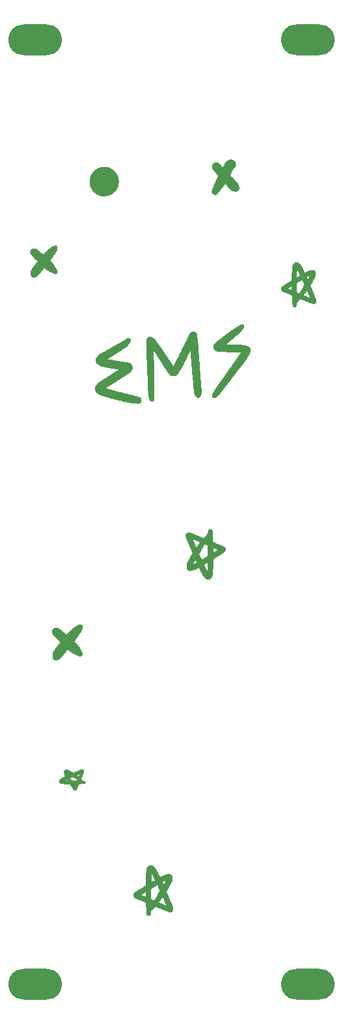
<source format=gts>
%TF.GenerationSoftware,KiCad,Pcbnew,(6.0.0-0)*%
%TF.CreationDate,2022-02-17T17:47:58+00:00*%
%TF.ProjectId,waffles-3u,77616666-6c65-4732-9d33-752e6b696361,rev?*%
%TF.SameCoordinates,Original*%
%TF.FileFunction,Soldermask,Top*%
%TF.FilePolarity,Negative*%
%FSLAX46Y46*%
G04 Gerber Fmt 4.6, Leading zero omitted, Abs format (unit mm)*
G04 Created by KiCad (PCBNEW (6.0.0-0)) date 2022-02-17 17:47:58*
%MOMM*%
%LPD*%
G01*
G04 APERTURE LIST*
%ADD10C,0.010000*%
%ADD11O,7.000000X4.000000*%
G04 APERTURE END LIST*
D10*
%TO.C,Ref\u002A\u002A*%
X95405716Y-105929236D02*
X95275162Y-105888381D01*
X95275162Y-105888381D02*
X95258697Y-105881442D01*
X95258697Y-105881442D02*
X95208332Y-105851139D01*
X95208332Y-105851139D02*
X95146689Y-105802218D01*
X95146689Y-105802218D02*
X95082533Y-105743307D01*
X95082533Y-105743307D02*
X95024630Y-105683035D01*
X95024630Y-105683035D02*
X94981745Y-105630030D01*
X94981745Y-105630030D02*
X94962643Y-105592922D01*
X94962643Y-105592922D02*
X94962364Y-105589728D01*
X94962364Y-105589728D02*
X94952770Y-105561548D01*
X94952770Y-105561548D02*
X94944658Y-105558000D01*
X94944658Y-105558000D02*
X94925430Y-105541319D01*
X94925430Y-105541319D02*
X94891549Y-105497906D01*
X94891549Y-105497906D02*
X94849507Y-105437701D01*
X94849507Y-105437701D02*
X94805796Y-105370645D01*
X94805796Y-105370645D02*
X94766908Y-105306682D01*
X94766908Y-105306682D02*
X94739334Y-105255751D01*
X94739334Y-105255751D02*
X94729531Y-105228550D01*
X94729531Y-105228550D02*
X94712528Y-105199148D01*
X94712528Y-105199148D02*
X94697781Y-105190512D01*
X94697781Y-105190512D02*
X94671772Y-105161834D01*
X94671772Y-105161834D02*
X94666031Y-105134666D01*
X94666031Y-105134666D02*
X94652435Y-105093682D01*
X94652435Y-105093682D02*
X94634281Y-105078821D01*
X94634281Y-105078821D02*
X94606136Y-105051326D01*
X94606136Y-105051326D02*
X94602531Y-105035640D01*
X94602531Y-105035640D02*
X94588560Y-104996023D01*
X94588560Y-104996023D02*
X94570781Y-104972893D01*
X94570781Y-104972893D02*
X94545444Y-104927038D01*
X94545444Y-104927038D02*
X94539031Y-104889738D01*
X94539031Y-104889738D02*
X94532110Y-104850680D01*
X94532110Y-104850680D02*
X94519349Y-104838333D01*
X94519349Y-104838333D02*
X94510123Y-104835290D01*
X94510123Y-104835290D02*
X94498672Y-104822525D01*
X94498672Y-104822525D02*
X94482134Y-104794586D01*
X94482134Y-104794586D02*
X94457643Y-104746020D01*
X94457643Y-104746020D02*
X94422338Y-104671375D01*
X94422338Y-104671375D02*
X94373355Y-104565199D01*
X94373355Y-104565199D02*
X94355822Y-104526944D01*
X94355822Y-104526944D02*
X94311789Y-104444390D01*
X94311789Y-104444390D02*
X94272384Y-104401829D01*
X94272384Y-104401829D02*
X94234979Y-104397544D01*
X94234979Y-104397544D02*
X94200364Y-104425583D01*
X94200364Y-104425583D02*
X94158572Y-104452753D01*
X94158572Y-104452753D02*
X94134272Y-104457333D01*
X94134272Y-104457333D02*
X94101300Y-104466087D01*
X94101300Y-104466087D02*
X94094531Y-104477073D01*
X94094531Y-104477073D02*
X94076804Y-104497422D01*
X94076804Y-104497422D02*
X94046906Y-104510277D01*
X94046906Y-104510277D02*
X93994394Y-104528972D01*
X93994394Y-104528972D02*
X93932951Y-104555930D01*
X93932951Y-104555930D02*
X93877638Y-104583944D01*
X93877638Y-104583944D02*
X93843513Y-104605809D01*
X93843513Y-104605809D02*
X93840319Y-104609113D01*
X93840319Y-104609113D02*
X93813823Y-104623368D01*
X93813823Y-104623368D02*
X93766235Y-104637339D01*
X93766235Y-104637339D02*
X93672140Y-104667217D01*
X93672140Y-104667217D02*
X93545475Y-104722220D01*
X93545475Y-104722220D02*
X93519749Y-104734538D01*
X93519749Y-104734538D02*
X93483286Y-104745230D01*
X93483286Y-104745230D02*
X93417226Y-104758689D01*
X93417226Y-104758689D02*
X93333984Y-104772471D01*
X93333984Y-104772471D02*
X93307703Y-104776278D01*
X93307703Y-104776278D02*
X93145431Y-104789678D01*
X93145431Y-104789678D02*
X93013042Y-104778950D01*
X93013042Y-104778950D02*
X92904818Y-104742869D01*
X92904818Y-104742869D02*
X92815042Y-104680215D01*
X92815042Y-104680215D02*
X92802651Y-104668287D01*
X92802651Y-104668287D02*
X92759587Y-104620290D01*
X92759587Y-104620290D02*
X92729395Y-104571014D01*
X92729395Y-104571014D02*
X92710333Y-104512278D01*
X92710333Y-104512278D02*
X92700656Y-104435905D01*
X92700656Y-104435905D02*
X92698619Y-104333717D01*
X92698619Y-104333717D02*
X92702447Y-104198366D01*
X92702447Y-104198366D02*
X92707736Y-104090116D01*
X92707736Y-104090116D02*
X92715153Y-104012012D01*
X92715153Y-104012012D02*
X92727260Y-103951868D01*
X92727260Y-103951868D02*
X92746619Y-103897499D01*
X92746619Y-103897499D02*
X92775791Y-103836721D01*
X92775791Y-103836721D02*
X92780312Y-103827955D01*
X92780312Y-103827955D02*
X92817056Y-103760492D01*
X92817056Y-103760492D02*
X92848490Y-103708914D01*
X92848490Y-103708914D02*
X92867988Y-103684069D01*
X92867988Y-103684069D02*
X92868351Y-103683831D01*
X92868351Y-103683831D02*
X92883493Y-103655473D01*
X92883493Y-103655473D02*
X92888031Y-103619336D01*
X92888031Y-103619336D02*
X92899494Y-103574759D01*
X92899494Y-103574759D02*
X92919781Y-103554821D01*
X92919781Y-103554821D02*
X92946407Y-103525990D01*
X92946407Y-103525990D02*
X92951531Y-103501904D01*
X92951531Y-103501904D02*
X92966039Y-103462178D01*
X92966039Y-103462178D02*
X92983281Y-103448988D01*
X92983281Y-103448988D02*
X93010387Y-103420043D01*
X93010387Y-103420043D02*
X93015031Y-103398247D01*
X93015031Y-103398247D02*
X93029327Y-103351786D01*
X93029327Y-103351786D02*
X93046781Y-103327940D01*
X93046781Y-103327940D02*
X93073040Y-103288199D01*
X93073040Y-103288199D02*
X93078531Y-103265520D01*
X93078531Y-103265520D02*
X93093527Y-103227053D01*
X93093527Y-103227053D02*
X93110281Y-103208500D01*
X93110281Y-103208500D02*
X93137179Y-103172463D01*
X93137179Y-103172463D02*
X93142031Y-103152991D01*
X93142031Y-103152991D02*
X93154335Y-103126529D01*
X93154335Y-103126529D02*
X93163197Y-103123833D01*
X93163197Y-103123833D02*
X93183264Y-103107358D01*
X93183264Y-103107358D02*
X93184364Y-103099693D01*
X93184364Y-103099693D02*
X93193311Y-103065718D01*
X93193311Y-103065718D02*
X93215449Y-103014262D01*
X93215449Y-103014262D02*
X93243724Y-102958969D01*
X93243724Y-102958969D02*
X93271082Y-102913480D01*
X93271082Y-102913480D02*
X93290469Y-102891440D01*
X93290469Y-102891440D02*
X93292268Y-102891000D01*
X93292268Y-102891000D02*
X93307269Y-102872787D01*
X93307269Y-102872787D02*
X93321650Y-102828839D01*
X93321650Y-102828839D02*
X93321947Y-102827500D01*
X93321947Y-102827500D02*
X93336637Y-102783084D01*
X93336637Y-102783084D02*
X93352731Y-102764013D01*
X93352731Y-102764013D02*
X93353085Y-102764000D01*
X93353085Y-102764000D02*
X93370448Y-102746081D01*
X93370448Y-102746081D02*
X93383556Y-102711083D01*
X93383556Y-102711083D02*
X93400553Y-102671440D01*
X93400553Y-102671440D02*
X93417601Y-102658166D01*
X93417601Y-102658166D02*
X93435918Y-102640971D01*
X93435918Y-102640971D02*
X93438364Y-102625752D01*
X93438364Y-102625752D02*
X93455488Y-102590434D01*
X93455488Y-102590434D02*
X93470114Y-102581154D01*
X93470114Y-102581154D02*
X93498143Y-102559544D01*
X93498143Y-102559544D02*
X93501864Y-102548557D01*
X93501864Y-102548557D02*
X93488344Y-102518348D01*
X93488344Y-102518348D02*
X93470114Y-102496393D01*
X93470114Y-102496393D02*
X93443637Y-102452719D01*
X93443637Y-102452719D02*
X93438364Y-102426413D01*
X93438364Y-102426413D02*
X93423053Y-102381036D01*
X93423053Y-102381036D02*
X93406614Y-102361833D01*
X93406614Y-102361833D02*
X93379781Y-102327074D01*
X93379781Y-102327074D02*
X93374864Y-102308744D01*
X93374864Y-102308744D02*
X93365638Y-102272221D01*
X93365638Y-102272221D02*
X93343432Y-102221737D01*
X93343432Y-102221737D02*
X93343245Y-102221378D01*
X93343245Y-102221378D02*
X93320372Y-102162839D01*
X93320372Y-102162839D02*
X93311495Y-102113125D01*
X93311495Y-102113125D02*
X93304943Y-102075928D01*
X93304943Y-102075928D02*
X93294271Y-102065500D01*
X93294271Y-102065500D02*
X93275195Y-102047118D01*
X93275195Y-102047118D02*
X93250000Y-102000000D01*
X93250000Y-102000000D02*
X93223930Y-101936192D01*
X93223930Y-101936192D02*
X93202233Y-101867736D01*
X93202233Y-101867736D02*
X93195156Y-101837958D01*
X93195156Y-101837958D02*
X93180346Y-101791279D01*
X93180346Y-101791279D02*
X93163155Y-101769396D01*
X93163155Y-101769396D02*
X93161516Y-101769166D01*
X93161516Y-101769166D02*
X93145349Y-101751541D01*
X93145349Y-101751541D02*
X93142031Y-101729425D01*
X93142031Y-101729425D02*
X93126658Y-101682658D01*
X93126658Y-101682658D02*
X93110281Y-101663333D01*
X93110281Y-101663333D02*
X93083577Y-101621319D01*
X93083577Y-101621319D02*
X93077858Y-101591950D01*
X93077858Y-101591950D02*
X93064640Y-101538958D01*
X93064640Y-101538958D02*
X93046108Y-101505829D01*
X93046108Y-101505829D02*
X93021087Y-101453836D01*
X93021087Y-101453836D02*
X93015031Y-101418463D01*
X93015031Y-101418463D02*
X93001278Y-101368978D01*
X93001278Y-101368978D02*
X92983281Y-101345833D01*
X92983281Y-101345833D02*
X92956176Y-101305475D01*
X92956176Y-101305475D02*
X92951531Y-101282333D01*
X92951531Y-101282333D02*
X92936264Y-101237948D01*
X92936264Y-101237948D02*
X92919781Y-101218833D01*
X92919781Y-101218833D02*
X92897964Y-101179586D01*
X92897964Y-101179586D02*
X92888138Y-101117708D01*
X92888138Y-101117708D02*
X92888031Y-101110408D01*
X92888031Y-101110408D02*
X92883536Y-101058350D01*
X92883536Y-101058350D02*
X92872348Y-101030047D01*
X92872348Y-101030047D02*
X92868349Y-101028333D01*
X92868349Y-101028333D02*
X92852072Y-101016334D01*
X92852072Y-101016334D02*
X92827646Y-100977693D01*
X92827646Y-100977693D02*
X92792959Y-100908449D01*
X92792959Y-100908449D02*
X92745898Y-100804638D01*
X92745898Y-100804638D02*
X92731217Y-100771134D01*
X92731217Y-100771134D02*
X92709641Y-100716963D01*
X92709641Y-100716963D02*
X92698124Y-100678942D01*
X92698124Y-100678942D02*
X92697531Y-100673845D01*
X92697531Y-100673845D02*
X92688686Y-100641791D01*
X92688686Y-100641791D02*
X92666056Y-100585903D01*
X92666056Y-100585903D02*
X92635492Y-100519846D01*
X92635492Y-100519846D02*
X92611503Y-100472995D01*
X92611503Y-100472995D02*
X92598207Y-100425687D01*
X92598207Y-100425687D02*
X92591574Y-100354741D01*
X92591574Y-100354741D02*
X92591186Y-100273282D01*
X92591186Y-100273282D02*
X92596626Y-100194439D01*
X92596626Y-100194439D02*
X92607477Y-100131338D01*
X92607477Y-100131338D02*
X92623322Y-100097105D01*
X92623322Y-100097105D02*
X92623447Y-100097000D01*
X92623447Y-100097000D02*
X92650056Y-100066445D01*
X92650056Y-100066445D02*
X92655197Y-100052075D01*
X92655197Y-100052075D02*
X92672424Y-100019447D01*
X92672424Y-100019447D02*
X92717599Y-99976474D01*
X92717599Y-99976474D02*
X92780962Y-99932057D01*
X92780962Y-99932057D02*
X92797431Y-99922375D01*
X92797431Y-99922375D02*
X92873582Y-99894668D01*
X92873582Y-99894668D02*
X92958313Y-99886661D01*
X92958313Y-99886661D02*
X93034243Y-99898735D01*
X93034243Y-99898735D02*
X93069194Y-99916410D01*
X93069194Y-99916410D02*
X93122741Y-99941036D01*
X93122741Y-99941036D02*
X93166225Y-99948160D01*
X93166225Y-99948160D02*
X93212272Y-99959441D01*
X93212272Y-99959441D02*
X93234352Y-99980583D01*
X93234352Y-99980583D02*
X93262938Y-100006233D01*
X93262938Y-100006233D02*
X93291984Y-100012333D01*
X93291984Y-100012333D02*
X93337444Y-100018860D01*
X93337444Y-100018860D02*
X93398318Y-100035334D01*
X93398318Y-100035334D02*
X93461493Y-100057093D01*
X93461493Y-100057093D02*
X93513855Y-100079479D01*
X93513855Y-100079479D02*
X93542291Y-100097830D01*
X93542291Y-100097830D02*
X93544197Y-100101968D01*
X93544197Y-100101968D02*
X93561901Y-100115299D01*
X93561901Y-100115299D02*
X93585019Y-100118166D01*
X93585019Y-100118166D02*
X93634317Y-100132191D01*
X93634317Y-100132191D02*
X93653991Y-100146318D01*
X93653991Y-100146318D02*
X93692314Y-100167783D01*
X93692314Y-100167783D02*
X93751662Y-100185404D01*
X93751662Y-100185404D02*
X93766462Y-100188152D01*
X93766462Y-100188152D02*
X93821311Y-100201680D01*
X93821311Y-100201680D02*
X93854569Y-100218612D01*
X93854569Y-100218612D02*
X93858003Y-100223501D01*
X93858003Y-100223501D02*
X93882136Y-100240097D01*
X93882136Y-100240097D02*
X93917042Y-100245166D01*
X93917042Y-100245166D02*
X93961412Y-100256738D01*
X93961412Y-100256738D02*
X93981043Y-100276916D01*
X93981043Y-100276916D02*
X94009471Y-100300538D01*
X94009471Y-100300538D02*
X94052950Y-100308666D01*
X94052950Y-100308666D02*
X94108708Y-100319532D01*
X94108708Y-100319532D02*
X94144424Y-100340416D01*
X94144424Y-100340416D02*
X94190191Y-100365671D01*
X94190191Y-100365671D02*
X94228011Y-100372166D01*
X94228011Y-100372166D02*
X94279059Y-100384439D01*
X94279059Y-100384439D02*
X94306197Y-100403916D01*
X94306197Y-100403916D02*
X94348359Y-100431103D01*
X94348359Y-100431103D02*
X94372954Y-100435666D01*
X94372954Y-100435666D02*
X94412538Y-100450284D01*
X94412538Y-100450284D02*
X94425543Y-100467416D01*
X94425543Y-100467416D02*
X94454597Y-100491188D01*
X94454597Y-100491188D02*
X94500988Y-100499166D01*
X94500988Y-100499166D02*
X94567002Y-100509343D01*
X94567002Y-100509343D02*
X94625723Y-100530916D01*
X94625723Y-100530916D02*
X94692513Y-100565412D01*
X94692513Y-100565412D02*
X94748672Y-100594416D01*
X94748672Y-100594416D02*
X94816015Y-100617531D01*
X94816015Y-100617531D02*
X94880963Y-100626022D01*
X94880963Y-100626022D02*
X94932764Y-100618580D01*
X94932764Y-100618580D02*
X94972748Y-100589771D01*
X94972748Y-100589771D02*
X95004697Y-100547948D01*
X95004697Y-100547948D02*
X95078653Y-100449396D01*
X95078653Y-100449396D02*
X95175944Y-100335340D01*
X95175944Y-100335340D02*
X95274572Y-100229753D01*
X95274572Y-100229753D02*
X95315492Y-100184369D01*
X95315492Y-100184369D02*
X95340126Y-100150585D01*
X95340126Y-100150585D02*
X95343364Y-100142126D01*
X95343364Y-100142126D02*
X95357786Y-100118417D01*
X95357786Y-100118417D02*
X95393588Y-100080715D01*
X95393588Y-100080715D02*
X95405173Y-100070092D01*
X95405173Y-100070092D02*
X95443467Y-100028081D01*
X95443467Y-100028081D02*
X95465510Y-99978009D01*
X95465510Y-99978009D02*
X95477996Y-99903773D01*
X95477996Y-99903773D02*
X95479221Y-99891968D01*
X95479221Y-99891968D02*
X95497619Y-99741097D01*
X95497619Y-99741097D02*
X95519357Y-99628674D01*
X95519357Y-99628674D02*
X95545384Y-99550885D01*
X95545384Y-99550885D02*
X95575253Y-99505278D01*
X95575253Y-99505278D02*
X95630243Y-99473096D01*
X95630243Y-99473096D02*
X95709410Y-99453041D01*
X95709410Y-99453041D02*
X95795536Y-99448358D01*
X95795536Y-99448358D02*
X95844529Y-99454521D01*
X95844529Y-99454521D02*
X95886220Y-99477201D01*
X95886220Y-99477201D02*
X95933091Y-99521280D01*
X95933091Y-99521280D02*
X95945070Y-99535941D01*
X95945070Y-99535941D02*
X95967513Y-99567593D01*
X95967513Y-99567593D02*
X95982763Y-99598887D01*
X95982763Y-99598887D02*
X95992205Y-99638563D01*
X95992205Y-99638563D02*
X95997224Y-99695361D01*
X95997224Y-99695361D02*
X95999203Y-99778020D01*
X95999203Y-99778020D02*
X95999531Y-99879688D01*
X95999531Y-99879688D02*
X96001288Y-100010771D01*
X96001288Y-100010771D02*
X96006737Y-100102691D01*
X96006737Y-100102691D02*
X96016148Y-100158482D01*
X96016148Y-100158482D02*
X96025989Y-100178460D01*
X96025989Y-100178460D02*
X96036005Y-100202913D01*
X96036005Y-100202913D02*
X96044100Y-100256334D01*
X96044100Y-100256334D02*
X96050503Y-100341933D01*
X96050503Y-100341933D02*
X96055441Y-100462921D01*
X96055441Y-100462921D02*
X96059143Y-100622509D01*
X96059143Y-100622509D02*
X96059635Y-100651768D01*
X96059635Y-100651768D02*
X96061742Y-100745808D01*
X96061742Y-100745808D02*
X95468916Y-100745808D01*
X95468916Y-100745808D02*
X95468693Y-100726708D01*
X95468693Y-100726708D02*
X95466135Y-100664106D01*
X95466135Y-100664106D02*
X95461049Y-100628048D01*
X95461049Y-100628048D02*
X95454676Y-100626166D01*
X95454676Y-100626166D02*
X95426905Y-100668242D01*
X95426905Y-100668242D02*
X95415345Y-100679083D01*
X95415345Y-100679083D02*
X95394050Y-100712721D01*
X95394050Y-100712721D02*
X95376353Y-100768305D01*
X95376353Y-100768305D02*
X95374090Y-100779625D01*
X95374090Y-100779625D02*
X95367084Y-100831241D01*
X95367084Y-100831241D02*
X95375501Y-100853638D01*
X95375501Y-100853638D02*
X95405597Y-100858929D01*
X95405597Y-100858929D02*
X95415092Y-100859000D01*
X95415092Y-100859000D02*
X95445204Y-100856806D01*
X95445204Y-100856806D02*
X95461575Y-100843718D01*
X95461575Y-100843718D02*
X95468161Y-100809973D01*
X95468161Y-100809973D02*
X95468916Y-100745808D01*
X95468916Y-100745808D02*
X96061742Y-100745808D01*
X96061742Y-100745808D02*
X96063574Y-100827522D01*
X96063574Y-100827522D02*
X96069100Y-100961808D01*
X96069100Y-100961808D02*
X96076270Y-101055460D01*
X96076270Y-101055460D02*
X96085139Y-101109314D01*
X96085139Y-101109314D02*
X96091385Y-101122958D01*
X96091385Y-101122958D02*
X96127359Y-101149032D01*
X96127359Y-101149032D02*
X96161975Y-101168465D01*
X96161975Y-101168465D02*
X94485026Y-101168465D01*
X94485026Y-101168465D02*
X94478278Y-101146217D01*
X94478278Y-101146217D02*
X94466556Y-101135501D01*
X94466556Y-101135501D02*
X94421136Y-101104747D01*
X94421136Y-101104747D02*
X94360402Y-101071634D01*
X94360402Y-101071634D02*
X94299997Y-101043852D01*
X94299997Y-101043852D02*
X94255567Y-101029090D01*
X94255567Y-101029090D02*
X94248518Y-101028333D01*
X94248518Y-101028333D02*
X94207283Y-101018782D01*
X94207283Y-101018782D02*
X94184202Y-101008494D01*
X94184202Y-101008494D02*
X94144552Y-100988545D01*
X94144552Y-100988545D02*
X94083101Y-100959092D01*
X94083101Y-100959092D02*
X94041614Y-100939703D01*
X94041614Y-100939703D02*
X93981863Y-100909944D01*
X93981863Y-100909944D02*
X93940375Y-100885294D01*
X93940375Y-100885294D02*
X93928725Y-100874875D01*
X93928725Y-100874875D02*
X93904789Y-100863190D01*
X93904789Y-100863190D02*
X93863979Y-100859000D01*
X93863979Y-100859000D02*
X93804210Y-100847555D01*
X93804210Y-100847555D02*
X93765201Y-100827923D01*
X93765201Y-100827923D02*
X93717423Y-100802876D01*
X93717423Y-100802876D02*
X93686408Y-100796173D01*
X93686408Y-100796173D02*
X93647951Y-100779954D01*
X93647951Y-100779954D02*
X93636519Y-100763750D01*
X93636519Y-100763750D02*
X93608419Y-100739860D01*
X93608419Y-100739860D02*
X93568391Y-100731676D01*
X93568391Y-100731676D02*
X93513422Y-100723956D01*
X93513422Y-100723956D02*
X93480697Y-100711064D01*
X93480697Y-100711064D02*
X93456167Y-100704786D01*
X93456167Y-100704786D02*
X93443985Y-100732555D01*
X93443985Y-100732555D02*
X93441961Y-100746133D01*
X93441961Y-100746133D02*
X93442691Y-100791979D01*
X93442691Y-100791979D02*
X93452544Y-100814370D01*
X93452544Y-100814370D02*
X93477554Y-100847178D01*
X93477554Y-100847178D02*
X93507300Y-100905632D01*
X93507300Y-100905632D02*
X93535043Y-100974630D01*
X93535043Y-100974630D02*
X93554044Y-101039070D01*
X93554044Y-101039070D02*
X93555110Y-101044208D01*
X93555110Y-101044208D02*
X93569564Y-101090907D01*
X93569564Y-101090907D02*
X93586592Y-101112775D01*
X93586592Y-101112775D02*
X93588213Y-101113000D01*
X93588213Y-101113000D02*
X93604379Y-101130625D01*
X93604379Y-101130625D02*
X93607697Y-101152741D01*
X93607697Y-101152741D02*
X93623071Y-101199509D01*
X93623071Y-101199509D02*
X93639447Y-101218833D01*
X93639447Y-101218833D02*
X93666152Y-101260847D01*
X93666152Y-101260847D02*
X93671871Y-101290217D01*
X93671871Y-101290217D02*
X93685089Y-101343209D01*
X93685089Y-101343209D02*
X93703621Y-101376337D01*
X93703621Y-101376337D02*
X93728319Y-101423086D01*
X93728319Y-101423086D02*
X93734697Y-101453120D01*
X93734697Y-101453120D02*
X93749904Y-101496173D01*
X93749904Y-101496173D02*
X93766447Y-101515166D01*
X93766447Y-101515166D02*
X93793385Y-101552009D01*
X93793385Y-101552009D02*
X93798197Y-101572187D01*
X93798197Y-101572187D02*
X93812155Y-101611510D01*
X93812155Y-101611510D02*
X93829947Y-101634607D01*
X93829947Y-101634607D02*
X93853866Y-101678968D01*
X93853866Y-101678968D02*
X93861697Y-101725753D01*
X93861697Y-101725753D02*
X93872554Y-101779164D01*
X93872554Y-101779164D02*
X93893858Y-101811841D01*
X93893858Y-101811841D02*
X93915887Y-101821821D01*
X93915887Y-101821821D02*
X93942992Y-101811697D01*
X93942992Y-101811697D02*
X93983373Y-101776707D01*
X93983373Y-101776707D02*
X94020858Y-101738129D01*
X94020858Y-101738129D02*
X94069320Y-101685479D01*
X94069320Y-101685479D02*
X94103504Y-101645775D01*
X94103504Y-101645775D02*
X94115697Y-101628215D01*
X94115697Y-101628215D02*
X94128833Y-101608421D01*
X94128833Y-101608421D02*
X94161911Y-101569756D01*
X94161911Y-101569756D02*
X94179100Y-101551060D01*
X94179100Y-101551060D02*
X94218007Y-101504883D01*
X94218007Y-101504883D02*
X94240440Y-101469228D01*
X94240440Y-101469228D02*
X94242600Y-101461257D01*
X94242600Y-101461257D02*
X94257629Y-101434506D01*
X94257629Y-101434506D02*
X94294703Y-101396283D01*
X94294703Y-101396283D02*
X94305301Y-101387174D01*
X94305301Y-101387174D02*
X94345898Y-101349698D01*
X94345898Y-101349698D02*
X94367684Y-101322205D01*
X94367684Y-101322205D02*
X94368801Y-101318481D01*
X94368801Y-101318481D02*
X94386990Y-101282430D01*
X94386990Y-101282430D02*
X94438512Y-101222300D01*
X94438512Y-101222300D02*
X94460295Y-101199773D01*
X94460295Y-101199773D02*
X94485026Y-101168465D01*
X94485026Y-101168465D02*
X96161975Y-101168465D01*
X96161975Y-101168465D02*
X96181424Y-101179383D01*
X96181424Y-101179383D02*
X96236655Y-101205409D01*
X96236655Y-101205409D02*
X96276128Y-101218510D01*
X96276128Y-101218510D02*
X96280042Y-101218833D01*
X96280042Y-101218833D02*
X96310868Y-101226763D01*
X96310868Y-101226763D02*
X96362451Y-101246451D01*
X96362451Y-101246451D02*
X96377332Y-101252843D01*
X96377332Y-101252843D02*
X96489266Y-101302494D01*
X96489266Y-101302494D02*
X96567619Y-101338379D01*
X96567619Y-101338379D02*
X96617797Y-101363224D01*
X96617797Y-101363224D02*
X96645207Y-101379756D01*
X96645207Y-101379756D02*
X96655258Y-101390699D01*
X96655258Y-101390699D02*
X96655697Y-101393164D01*
X96655697Y-101393164D02*
X96674292Y-101403943D01*
X96674292Y-101403943D02*
X96719892Y-101409225D01*
X96719892Y-101409225D02*
X96728269Y-101409333D01*
X96728269Y-101409333D02*
X96787459Y-101418242D01*
X96787459Y-101418242D02*
X96831259Y-101439810D01*
X96831259Y-101439810D02*
X96832590Y-101441083D01*
X96832590Y-101441083D02*
X96879644Y-101467737D01*
X96879644Y-101467737D02*
X96908850Y-101472833D01*
X96908850Y-101472833D02*
X96950195Y-101486186D01*
X96950195Y-101486186D02*
X96965543Y-101504583D01*
X96965543Y-101504583D02*
X96995486Y-101528516D01*
X96995486Y-101528516D02*
X97046954Y-101536333D01*
X97046954Y-101536333D02*
X97103157Y-101545518D01*
X97103157Y-101545518D02*
X97142167Y-101567652D01*
X97142167Y-101567652D02*
X97142531Y-101568083D01*
X97142531Y-101568083D02*
X97181731Y-101595134D01*
X97181731Y-101595134D02*
X97203916Y-101599833D01*
X97203916Y-101599833D02*
X97239229Y-101609553D01*
X97239229Y-101609553D02*
X97300429Y-101635115D01*
X97300429Y-101635115D02*
X97376783Y-101671121D01*
X97376783Y-101671121D02*
X97457557Y-101712175D01*
X97457557Y-101712175D02*
X97532019Y-101752881D01*
X97532019Y-101752881D02*
X97589435Y-101787840D01*
X97589435Y-101787840D02*
X97613489Y-101805778D01*
X97613489Y-101805778D02*
X97642748Y-101842255D01*
X97642748Y-101842255D02*
X97650531Y-101865105D01*
X97650531Y-101865105D02*
X97665325Y-101899234D01*
X97665325Y-101899234D02*
X97682281Y-101917333D01*
X97682281Y-101917333D02*
X97705582Y-101960393D01*
X97705582Y-101960393D02*
X97714654Y-102029996D01*
X97714654Y-102029996D02*
X97710305Y-102110451D01*
X97710305Y-102110451D02*
X96799497Y-102110451D01*
X96799497Y-102110451D02*
X96767585Y-102085896D01*
X96767585Y-102085896D02*
X96735072Y-102076413D01*
X96735072Y-102076413D02*
X96674082Y-102059358D01*
X96674082Y-102059358D02*
X96607843Y-102033639D01*
X96607843Y-102033639D02*
X96550238Y-102005504D01*
X96550238Y-102005504D02*
X96515146Y-101981204D01*
X96515146Y-101981204D02*
X96511059Y-101975541D01*
X96511059Y-101975541D02*
X96486947Y-101962947D01*
X96486947Y-101962947D02*
X96456896Y-101959666D01*
X96456896Y-101959666D02*
X96402094Y-101946932D01*
X96402094Y-101946932D02*
X96368701Y-101928590D01*
X96368701Y-101928590D02*
X96317275Y-101903312D01*
X96317275Y-101903312D02*
X96282581Y-101896840D01*
X96282581Y-101896840D02*
X96233369Y-101882108D01*
X96233369Y-101882108D02*
X96211197Y-101864416D01*
X96211197Y-101864416D02*
X96175161Y-101837519D01*
X96175161Y-101837519D02*
X96155689Y-101832666D01*
X96155689Y-101832666D02*
X96144561Y-101840103D01*
X96144561Y-101840103D02*
X96136542Y-101865944D01*
X96136542Y-101865944D02*
X96131186Y-101915488D01*
X96131186Y-101915488D02*
X96128049Y-101994033D01*
X96128049Y-101994033D02*
X96126686Y-102106876D01*
X96126686Y-102106876D02*
X96126531Y-102179935D01*
X96126531Y-102179935D02*
X96126609Y-102229465D01*
X96126609Y-102229465D02*
X95470364Y-102229465D01*
X95470364Y-102229465D02*
X95470227Y-102039071D01*
X95470227Y-102039071D02*
X95469667Y-101886705D01*
X95469667Y-101886705D02*
X95468456Y-101768064D01*
X95468456Y-101768064D02*
X95466371Y-101678843D01*
X95466371Y-101678843D02*
X95463184Y-101614737D01*
X95463184Y-101614737D02*
X95458671Y-101571443D01*
X95458671Y-101571443D02*
X95452606Y-101544655D01*
X95452606Y-101544655D02*
X95444763Y-101530071D01*
X95444763Y-101530071D02*
X95434917Y-101523384D01*
X95434917Y-101523384D02*
X95433322Y-101522819D01*
X95433322Y-101522819D02*
X95388270Y-101505834D01*
X95388270Y-101505834D02*
X95330956Y-101481757D01*
X95330956Y-101481757D02*
X95329582Y-101481150D01*
X95329582Y-101481150D02*
X95275782Y-101460384D01*
X95275782Y-101460384D02*
X95235950Y-101450093D01*
X95235950Y-101450093D02*
X95234332Y-101449960D01*
X95234332Y-101449960D02*
X95199439Y-101439175D01*
X95199439Y-101439175D02*
X95145134Y-101414021D01*
X95145134Y-101414021D02*
X95121114Y-101401206D01*
X95121114Y-101401206D02*
X95045643Y-101371716D01*
X95045643Y-101371716D02*
X94990867Y-101378913D01*
X94990867Y-101378913D02*
X94956184Y-101422900D01*
X94956184Y-101422900D02*
X94953755Y-101429451D01*
X94953755Y-101429451D02*
X94933229Y-101476021D01*
X94933229Y-101476021D02*
X94920645Y-101499291D01*
X94920645Y-101499291D02*
X94881581Y-101566762D01*
X94881581Y-101566762D02*
X94856584Y-101613305D01*
X94856584Y-101613305D02*
X94837566Y-101654062D01*
X94837566Y-101654062D02*
X94835838Y-101658041D01*
X94835838Y-101658041D02*
X94812208Y-101694594D01*
X94812208Y-101694594D02*
X94793555Y-101705666D01*
X94793555Y-101705666D02*
X94775324Y-101723187D01*
X94775324Y-101723187D02*
X94771864Y-101743766D01*
X94771864Y-101743766D02*
X94759512Y-101789575D01*
X94759512Y-101789575D02*
X94748246Y-101805485D01*
X94748246Y-101805485D02*
X94733619Y-101821801D01*
X94733619Y-101821801D02*
X94717414Y-101845052D01*
X94717414Y-101845052D02*
X94695678Y-101882158D01*
X94695678Y-101882158D02*
X94664457Y-101940040D01*
X94664457Y-101940040D02*
X94619798Y-102025619D01*
X94619798Y-102025619D02*
X94594185Y-102075161D01*
X94594185Y-102075161D02*
X94554751Y-102147694D01*
X94554751Y-102147694D02*
X94520891Y-102203008D01*
X94520891Y-102203008D02*
X94498130Y-102232329D01*
X94498130Y-102232329D02*
X94493643Y-102234833D01*
X94493643Y-102234833D02*
X94478742Y-102252521D01*
X94478742Y-102252521D02*
X94475531Y-102275655D01*
X94475531Y-102275655D02*
X94461138Y-102324185D01*
X94461138Y-102324185D02*
X94443781Y-102348226D01*
X94443781Y-102348226D02*
X94417825Y-102382874D01*
X94417825Y-102382874D02*
X94412031Y-102400390D01*
X94412031Y-102400390D02*
X94395149Y-102424890D01*
X94395149Y-102424890D02*
X94380281Y-102432988D01*
X94380281Y-102432988D02*
X94352147Y-102459827D01*
X94352147Y-102459827D02*
X94348531Y-102474994D01*
X94348531Y-102474994D02*
X94333570Y-102512692D01*
X94333570Y-102512692D02*
X94316781Y-102531166D01*
X94316781Y-102531166D02*
X94294548Y-102572101D01*
X94294548Y-102572101D02*
X94285117Y-102639859D01*
X94285117Y-102639859D02*
X94285031Y-102647583D01*
X94285031Y-102647583D02*
X94292957Y-102717229D01*
X94292957Y-102717229D02*
X94314083Y-102761517D01*
X94314083Y-102761517D02*
X94316781Y-102764000D01*
X94316781Y-102764000D02*
X94342438Y-102805335D01*
X94342438Y-102805335D02*
X94348531Y-102838911D01*
X94348531Y-102838911D02*
X94354955Y-102879709D01*
X94354955Y-102879709D02*
X94365354Y-102894528D01*
X94365354Y-102894528D02*
X94389032Y-102920147D01*
X94389032Y-102920147D02*
X94418497Y-102971790D01*
X94418497Y-102971790D02*
X94447129Y-103035003D01*
X94447129Y-103035003D02*
X94468310Y-103095335D01*
X94468310Y-103095335D02*
X94475531Y-103135068D01*
X94475531Y-103135068D02*
X94481567Y-103174553D01*
X94481567Y-103174553D02*
X94492946Y-103187333D01*
X94492946Y-103187333D02*
X94511071Y-103204589D01*
X94511071Y-103204589D02*
X94538299Y-103247265D01*
X94538299Y-103247265D02*
X94567408Y-103301720D01*
X94567408Y-103301720D02*
X94591174Y-103354317D01*
X94591174Y-103354317D02*
X94602374Y-103391415D01*
X94602374Y-103391415D02*
X94602531Y-103394263D01*
X94602531Y-103394263D02*
X94619202Y-103420967D01*
X94619202Y-103420967D02*
X94627267Y-103424884D01*
X94627267Y-103424884D02*
X94664143Y-103420600D01*
X94664143Y-103420600D02*
X94723025Y-103397324D01*
X94723025Y-103397324D02*
X94791932Y-103361300D01*
X94791932Y-103361300D02*
X94858880Y-103318771D01*
X94858880Y-103318771D02*
X94910529Y-103277291D01*
X94910529Y-103277291D02*
X94950587Y-103254140D01*
X94950587Y-103254140D02*
X94968844Y-103250833D01*
X94968844Y-103250833D02*
X95007311Y-103235837D01*
X95007311Y-103235837D02*
X95025864Y-103219083D01*
X95025864Y-103219083D02*
X95060704Y-103192246D01*
X95060704Y-103192246D02*
X95079108Y-103187333D01*
X95079108Y-103187333D02*
X95109447Y-103170309D01*
X95109447Y-103170309D02*
X95118185Y-103155583D01*
X95118185Y-103155583D02*
X95147016Y-103128957D01*
X95147016Y-103128957D02*
X95171102Y-103123833D01*
X95171102Y-103123833D02*
X95210829Y-103109325D01*
X95210829Y-103109325D02*
X95224019Y-103092083D01*
X95224019Y-103092083D02*
X95252209Y-103067920D01*
X95252209Y-103067920D02*
X95289783Y-103060333D01*
X95289783Y-103060333D02*
X95332840Y-103049409D01*
X95332840Y-103049409D02*
X95343364Y-103028583D01*
X95343364Y-103028583D02*
X95354665Y-103000413D01*
X95354665Y-103000413D02*
X95364289Y-102996833D01*
X95364289Y-102996833D02*
X95394782Y-102984241D01*
X95394782Y-102984241D02*
X95427789Y-102960379D01*
X95427789Y-102960379D02*
X95439428Y-102948883D01*
X95439428Y-102948883D02*
X95448729Y-102933482D01*
X95448729Y-102933482D02*
X95455953Y-102909680D01*
X95455953Y-102909680D02*
X95461362Y-102872984D01*
X95461362Y-102872984D02*
X95465217Y-102818899D01*
X95465217Y-102818899D02*
X95467781Y-102742929D01*
X95467781Y-102742929D02*
X95469315Y-102640580D01*
X95469315Y-102640580D02*
X95470081Y-102507356D01*
X95470081Y-102507356D02*
X95470342Y-102338764D01*
X95470342Y-102338764D02*
X95470364Y-102229465D01*
X95470364Y-102229465D02*
X96126609Y-102229465D01*
X96126609Y-102229465D02*
X96126735Y-102308232D01*
X96126735Y-102308232D02*
X96127838Y-102400020D01*
X96127838Y-102400020D02*
X96130572Y-102461123D01*
X96130572Y-102461123D02*
X96135670Y-102497365D01*
X96135670Y-102497365D02*
X96143866Y-102514570D01*
X96143866Y-102514570D02*
X96155894Y-102518563D01*
X96155894Y-102518563D02*
X96168864Y-102516133D01*
X96168864Y-102516133D02*
X96203164Y-102499984D01*
X96203164Y-102499984D02*
X96211197Y-102487791D01*
X96211197Y-102487791D02*
X96228805Y-102468980D01*
X96228805Y-102468980D02*
X96258822Y-102455839D01*
X96258822Y-102455839D02*
X96304535Y-102434611D01*
X96304535Y-102434611D02*
X96364394Y-102398148D01*
X96364394Y-102398148D02*
X96389992Y-102380330D01*
X96389992Y-102380330D02*
X96442312Y-102344780D01*
X96442312Y-102344780D02*
X96481286Y-102322871D01*
X96481286Y-102322871D02*
X96491946Y-102319500D01*
X96491946Y-102319500D02*
X96519034Y-102307664D01*
X96519034Y-102307664D02*
X96564153Y-102278128D01*
X96564153Y-102278128D02*
X96579733Y-102266583D01*
X96579733Y-102266583D02*
X96629096Y-102233154D01*
X96629096Y-102233154D02*
X96666892Y-102214846D01*
X96666892Y-102214846D02*
X96673570Y-102213666D01*
X96673570Y-102213666D02*
X96696700Y-102199643D01*
X96696700Y-102199643D02*
X96698031Y-102192903D01*
X96698031Y-102192903D02*
X96715991Y-102172840D01*
X96715991Y-102172840D02*
X96750947Y-102158858D01*
X96750947Y-102158858D02*
X96794470Y-102137467D01*
X96794470Y-102137467D02*
X96799497Y-102110451D01*
X96799497Y-102110451D02*
X97710305Y-102110451D01*
X97710305Y-102110451D02*
X97710164Y-102113059D01*
X97710164Y-102113059D02*
X97692781Y-102196500D01*
X97692781Y-102196500D02*
X97664550Y-102264868D01*
X97664550Y-102264868D02*
X97626572Y-102321201D01*
X97626572Y-102321201D02*
X97588643Y-102362712D01*
X97588643Y-102362712D02*
X97577779Y-102370701D01*
X97577779Y-102370701D02*
X97536698Y-102400323D01*
X97536698Y-102400323D02*
X97486119Y-102443675D01*
X97486119Y-102443675D02*
X97477445Y-102451791D01*
X97477445Y-102451791D02*
X97430817Y-102489194D01*
X97430817Y-102489194D02*
X97391854Y-102509035D01*
X97391854Y-102509035D02*
X97385218Y-102510000D01*
X97385218Y-102510000D02*
X97357486Y-102519027D01*
X97357486Y-102519027D02*
X97354197Y-102526317D01*
X97354197Y-102526317D02*
X97337202Y-102544875D01*
X97337202Y-102544875D02*
X97293711Y-102574544D01*
X97293711Y-102574544D02*
X97258947Y-102594666D01*
X97258947Y-102594666D02*
X97204810Y-102627152D01*
X97204810Y-102627152D02*
X97170303Y-102653452D01*
X97170303Y-102653452D02*
X97163697Y-102663016D01*
X97163697Y-102663016D02*
X97145285Y-102674478D01*
X97145285Y-102674478D02*
X97100930Y-102679332D01*
X97100930Y-102679332D02*
X97100197Y-102679333D01*
X97100197Y-102679333D02*
X97049784Y-102688799D01*
X97049784Y-102688799D02*
X97036697Y-102711083D01*
X97036697Y-102711083D02*
X97019754Y-102739145D01*
X97019754Y-102739145D02*
X97004947Y-102742833D01*
X97004947Y-102742833D02*
X96976784Y-102754540D01*
X96976784Y-102754540D02*
X96973197Y-102764524D01*
X96973197Y-102764524D02*
X96956053Y-102788702D01*
X96956053Y-102788702D02*
X96925572Y-102807171D01*
X96925572Y-102807171D02*
X96874191Y-102833735D01*
X96874191Y-102833735D02*
X96816031Y-102868875D01*
X96816031Y-102868875D02*
X96814447Y-102869914D01*
X96814447Y-102869914D02*
X96762450Y-102902511D01*
X96762450Y-102902511D02*
X96721518Y-102925505D01*
X96721518Y-102925505D02*
X96719197Y-102926624D01*
X96719197Y-102926624D02*
X96675916Y-102954799D01*
X96675916Y-102954799D02*
X96659477Y-102969190D01*
X96659477Y-102969190D02*
X96620723Y-102993099D01*
X96620723Y-102993099D02*
X96602359Y-102996833D01*
X96602359Y-102996833D02*
X96568542Y-103010295D01*
X96568542Y-103010295D02*
X96523227Y-103043382D01*
X96523227Y-103043382D02*
X96515563Y-103050261D01*
X96515563Y-103050261D02*
X96463053Y-103089962D01*
X96463053Y-103089962D02*
X96412511Y-103114973D01*
X96412511Y-103114973D02*
X96408639Y-103116055D01*
X96408639Y-103116055D02*
X96370785Y-103131487D01*
X96370785Y-103131487D02*
X96359364Y-103144826D01*
X96359364Y-103144826D02*
X96342290Y-103164797D01*
X96342290Y-103164797D02*
X96322322Y-103174619D01*
X96322322Y-103174619D02*
X96249616Y-103209651D01*
X96249616Y-103209651D02*
X96175001Y-103258648D01*
X96175001Y-103258648D02*
X96160538Y-103270126D01*
X96160538Y-103270126D02*
X96149014Y-103284773D01*
X96149014Y-103284773D02*
X96140319Y-103310651D01*
X96140319Y-103310651D02*
X96134047Y-103353218D01*
X96134047Y-103353218D02*
X96129794Y-103417933D01*
X96129794Y-103417933D02*
X96127155Y-103510255D01*
X96127155Y-103510255D02*
X96125722Y-103635642D01*
X96125722Y-103635642D02*
X96125222Y-103745550D01*
X96125222Y-103745550D02*
X96123772Y-103890982D01*
X96123772Y-103890982D02*
X96123711Y-103893663D01*
X96123711Y-103893663D02*
X95445064Y-103893663D01*
X95445064Y-103893663D02*
X95444098Y-103813651D01*
X95444098Y-103813651D02*
X95440827Y-103761011D01*
X95440827Y-103761011D02*
X95435022Y-103730766D01*
X95435022Y-103730766D02*
X95426456Y-103717939D01*
X95426456Y-103717939D02*
X95420857Y-103716500D01*
X95420857Y-103716500D02*
X95383020Y-103731467D01*
X95383020Y-103731467D02*
X95367596Y-103745468D01*
X95367596Y-103745468D02*
X93989800Y-103745468D01*
X93989800Y-103745468D02*
X93964864Y-103676200D01*
X93964864Y-103676200D02*
X93955711Y-103658076D01*
X93955711Y-103658076D02*
X93934019Y-103609064D01*
X93934019Y-103609064D02*
X93925328Y-103575340D01*
X93925328Y-103575340D02*
X93915101Y-103540143D01*
X93915101Y-103540143D02*
X93890169Y-103485858D01*
X93890169Y-103485858D02*
X93858837Y-103428930D01*
X93858837Y-103428930D02*
X93829947Y-103386454D01*
X93829947Y-103386454D02*
X93809199Y-103372336D01*
X93809199Y-103372336D02*
X93800385Y-103385210D01*
X93800385Y-103385210D02*
X93775894Y-103417360D01*
X93775894Y-103417360D02*
X93763344Y-103426510D01*
X93763344Y-103426510D02*
X93738671Y-103460181D01*
X93738671Y-103460181D02*
X93734697Y-103482127D01*
X93734697Y-103482127D02*
X93719367Y-103527926D01*
X93719367Y-103527926D02*
X93702947Y-103547166D01*
X93702947Y-103547166D02*
X93676079Y-103582626D01*
X93676079Y-103582626D02*
X93671197Y-103601584D01*
X93671197Y-103601584D02*
X93657770Y-103634908D01*
X93657770Y-103634908D02*
X93624911Y-103679447D01*
X93624911Y-103679447D02*
X93619595Y-103685332D01*
X93619595Y-103685332D02*
X93579170Y-103743422D01*
X93579170Y-103743422D02*
X93553797Y-103805654D01*
X93553797Y-103805654D02*
X93553640Y-103806361D01*
X93553640Y-103806361D02*
X93539827Y-103854906D01*
X93539827Y-103854906D02*
X93517265Y-103895941D01*
X93517265Y-103895941D02*
X93475973Y-103946939D01*
X93475973Y-103946939D02*
X93468393Y-103955569D01*
X93468393Y-103955569D02*
X93446507Y-103994564D01*
X93446507Y-103994564D02*
X93430306Y-104042058D01*
X93430306Y-104042058D02*
X93421898Y-104082087D01*
X93421898Y-104082087D02*
X93429145Y-104086837D01*
X93429145Y-104086837D02*
X93449414Y-104068307D01*
X93449414Y-104068307D02*
X93494386Y-104040432D01*
X93494386Y-104040432D02*
X93524543Y-104034000D01*
X93524543Y-104034000D02*
X93558119Y-104025563D01*
X93558119Y-104025563D02*
X93565364Y-104014515D01*
X93565364Y-104014515D02*
X93583676Y-103997158D01*
X93583676Y-103997158D02*
X93628198Y-103981270D01*
X93628198Y-103981270D02*
X93632557Y-103980272D01*
X93632557Y-103980272D02*
X93699566Y-103958022D01*
X93699566Y-103958022D02*
X93764848Y-103925856D01*
X93764848Y-103925856D02*
X93817759Y-103895513D01*
X93817759Y-103895513D02*
X93859174Y-103874886D01*
X93859174Y-103874886D02*
X93861697Y-103873867D01*
X93861697Y-103873867D02*
X93941713Y-103836277D01*
X93941713Y-103836277D02*
X93983249Y-103796152D01*
X93983249Y-103796152D02*
X93989800Y-103745468D01*
X93989800Y-103745468D02*
X95367596Y-103745468D01*
X95367596Y-103745468D02*
X95364531Y-103748250D01*
X95364531Y-103748250D02*
X95322739Y-103775420D01*
X95322739Y-103775420D02*
X95298439Y-103780000D01*
X95298439Y-103780000D02*
X95265544Y-103792901D01*
X95265544Y-103792901D02*
X95258697Y-103809281D01*
X95258697Y-103809281D02*
X95241300Y-103839917D01*
X95241300Y-103839917D02*
X95221656Y-103851000D01*
X95221656Y-103851000D02*
X95170807Y-103873413D01*
X95170807Y-103873413D02*
X95152864Y-103883691D01*
X95152864Y-103883691D02*
X95106217Y-103908747D01*
X95106217Y-103908747D02*
X95089364Y-103915921D01*
X95089364Y-103915921D02*
X95016615Y-103955284D01*
X95016615Y-103955284D02*
X94940495Y-104015644D01*
X94940495Y-104015644D02*
X94936041Y-104019847D01*
X94936041Y-104019847D02*
X94908949Y-104051355D01*
X94908949Y-104051355D02*
X94913113Y-104076415D01*
X94913113Y-104076415D02*
X94928892Y-104095597D01*
X94928892Y-104095597D02*
X94956030Y-104144721D01*
X94956030Y-104144721D02*
X94962364Y-104178542D01*
X94962364Y-104178542D02*
X94970393Y-104214862D01*
X94970393Y-104214862D02*
X94983002Y-104224500D01*
X94983002Y-104224500D02*
X95002637Y-104242224D01*
X95002637Y-104242224D02*
X95029659Y-104286359D01*
X95029659Y-104286359D02*
X95057495Y-104343352D01*
X95057495Y-104343352D02*
X95079571Y-104399650D01*
X95079571Y-104399650D02*
X95089314Y-104441697D01*
X95089314Y-104441697D02*
X95089364Y-104443825D01*
X95089364Y-104443825D02*
X95098523Y-104476099D01*
X95098523Y-104476099D02*
X95105239Y-104482028D01*
X95105239Y-104482028D02*
X95121494Y-104502960D01*
X95121494Y-104502960D02*
X95150960Y-104552568D01*
X95150960Y-104552568D02*
X95188207Y-104621519D01*
X95188207Y-104621519D02*
X95201740Y-104647833D01*
X95201740Y-104647833D02*
X95260943Y-104762545D01*
X95260943Y-104762545D02*
X95305238Y-104843538D01*
X95305238Y-104843538D02*
X95337504Y-104895507D01*
X95337504Y-104895507D02*
X95360622Y-104923148D01*
X95360622Y-104923148D02*
X95375432Y-104931048D01*
X95375432Y-104931048D02*
X95389348Y-104911912D01*
X95389348Y-104911912D02*
X95402116Y-104852064D01*
X95402116Y-104852064D02*
X95413600Y-104753114D01*
X95413600Y-104753114D02*
X95423665Y-104616670D01*
X95423665Y-104616670D02*
X95432173Y-104444344D01*
X95432173Y-104444344D02*
X95438988Y-104237743D01*
X95438988Y-104237743D02*
X95440992Y-104155708D01*
X95440992Y-104155708D02*
X95443952Y-104006023D01*
X95443952Y-104006023D02*
X95445064Y-103893663D01*
X95445064Y-103893663D02*
X96123711Y-103893663D01*
X96123711Y-103893663D02*
X96120501Y-104033066D01*
X96120501Y-104033066D02*
X96115765Y-104162354D01*
X96115765Y-104162354D02*
X96109917Y-104269396D01*
X96109917Y-104269396D02*
X96103315Y-104344743D01*
X96103315Y-104344743D02*
X96102449Y-104351500D01*
X96102449Y-104351500D02*
X96093625Y-104431762D01*
X96093625Y-104431762D02*
X96084358Y-104541427D01*
X96084358Y-104541427D02*
X96075608Y-104667586D01*
X96075608Y-104667586D02*
X96068334Y-104797331D01*
X96068334Y-104797331D02*
X96066716Y-104832036D01*
X96066716Y-104832036D02*
X96058358Y-104980182D01*
X96058358Y-104980182D02*
X96048230Y-105088517D01*
X96048230Y-105088517D02*
X96036437Y-105156147D01*
X96036437Y-105156147D02*
X96025989Y-105180228D01*
X96025989Y-105180228D02*
X96010798Y-105217614D01*
X96010798Y-105217614D02*
X96001658Y-105288628D01*
X96001658Y-105288628D02*
X95999531Y-105357104D01*
X95999531Y-105357104D02*
X95993856Y-105465079D01*
X95993856Y-105465079D02*
X95976978Y-105534004D01*
X95976978Y-105534004D02*
X95968454Y-105548663D01*
X95968454Y-105548663D02*
X95943407Y-105596441D01*
X95943407Y-105596441D02*
X95936704Y-105627456D01*
X95936704Y-105627456D02*
X95920485Y-105665913D01*
X95920485Y-105665913D02*
X95904281Y-105677345D01*
X95904281Y-105677345D02*
X95876150Y-105703996D01*
X95876150Y-105703996D02*
X95872531Y-105719014D01*
X95872531Y-105719014D02*
X95860050Y-105745693D01*
X95860050Y-105745693D02*
X95850840Y-105748500D01*
X95850840Y-105748500D02*
X95828090Y-105766021D01*
X95828090Y-105766021D02*
X95809031Y-105801416D01*
X95809031Y-105801416D02*
X95783779Y-105840807D01*
X95783779Y-105840807D02*
X95758150Y-105854333D01*
X95758150Y-105854333D02*
X95717169Y-105868094D01*
X95717169Y-105868094D02*
X95699418Y-105881401D01*
X95699418Y-105881401D02*
X95624302Y-105925745D01*
X95624302Y-105925745D02*
X95524249Y-105941691D01*
X95524249Y-105941691D02*
X95405716Y-105929236D01*
X95405716Y-105929236D02*
X95405716Y-105929236D01*
G36*
X96236655Y-101205409D02*
G01*
X96276128Y-101218510D01*
X96280042Y-101218833D01*
X96310868Y-101226763D01*
X96362451Y-101246451D01*
X96377332Y-101252843D01*
X96489266Y-101302494D01*
X96567619Y-101338379D01*
X96617797Y-101363224D01*
X96645207Y-101379756D01*
X96655258Y-101390699D01*
X96655697Y-101393164D01*
X96674292Y-101403943D01*
X96719892Y-101409225D01*
X96728269Y-101409333D01*
X96787459Y-101418242D01*
X96831259Y-101439810D01*
X96832590Y-101441083D01*
X96879644Y-101467737D01*
X96908850Y-101472833D01*
X96950195Y-101486186D01*
X96965543Y-101504583D01*
X96995486Y-101528516D01*
X97046954Y-101536333D01*
X97103157Y-101545518D01*
X97142167Y-101567652D01*
X97142531Y-101568083D01*
X97181731Y-101595134D01*
X97203916Y-101599833D01*
X97239229Y-101609553D01*
X97300429Y-101635115D01*
X97376783Y-101671121D01*
X97457557Y-101712175D01*
X97532019Y-101752881D01*
X97589435Y-101787840D01*
X97613489Y-101805778D01*
X97642748Y-101842255D01*
X97650531Y-101865105D01*
X97665325Y-101899234D01*
X97682281Y-101917333D01*
X97705582Y-101960393D01*
X97714654Y-102029996D01*
X97710305Y-102110451D01*
X97710164Y-102113059D01*
X97692781Y-102196500D01*
X97664550Y-102264868D01*
X97626572Y-102321201D01*
X97588643Y-102362712D01*
X97577779Y-102370701D01*
X97536698Y-102400323D01*
X97486119Y-102443675D01*
X97477445Y-102451791D01*
X97430817Y-102489194D01*
X97391854Y-102509035D01*
X97385218Y-102510000D01*
X97357486Y-102519027D01*
X97354197Y-102526317D01*
X97337202Y-102544875D01*
X97293711Y-102574544D01*
X97258947Y-102594666D01*
X97204810Y-102627152D01*
X97170303Y-102653452D01*
X97163697Y-102663016D01*
X97145285Y-102674478D01*
X97100930Y-102679332D01*
X97100197Y-102679333D01*
X97049784Y-102688799D01*
X97036697Y-102711083D01*
X97019754Y-102739145D01*
X97004947Y-102742833D01*
X96976784Y-102754540D01*
X96973197Y-102764524D01*
X96956053Y-102788702D01*
X96925572Y-102807171D01*
X96874191Y-102833735D01*
X96816031Y-102868875D01*
X96814447Y-102869914D01*
X96762450Y-102902511D01*
X96721518Y-102925505D01*
X96719197Y-102926624D01*
X96675916Y-102954799D01*
X96659477Y-102969190D01*
X96620723Y-102993099D01*
X96602359Y-102996833D01*
X96568542Y-103010295D01*
X96523227Y-103043382D01*
X96515563Y-103050261D01*
X96463053Y-103089962D01*
X96412511Y-103114973D01*
X96408639Y-103116055D01*
X96370785Y-103131487D01*
X96359364Y-103144826D01*
X96342290Y-103164797D01*
X96322322Y-103174619D01*
X96249616Y-103209651D01*
X96175001Y-103258648D01*
X96160538Y-103270126D01*
X96149014Y-103284773D01*
X96140319Y-103310651D01*
X96134047Y-103353218D01*
X96129794Y-103417933D01*
X96127155Y-103510255D01*
X96125722Y-103635642D01*
X96125222Y-103745550D01*
X96123772Y-103890982D01*
X96123711Y-103893663D01*
X96120501Y-104033066D01*
X96115765Y-104162354D01*
X96109917Y-104269396D01*
X96103315Y-104344743D01*
X96102449Y-104351500D01*
X96093625Y-104431762D01*
X96084358Y-104541427D01*
X96075608Y-104667586D01*
X96068334Y-104797331D01*
X96066716Y-104832036D01*
X96058358Y-104980182D01*
X96048230Y-105088517D01*
X96036437Y-105156147D01*
X96025989Y-105180228D01*
X96010798Y-105217614D01*
X96001658Y-105288628D01*
X95999531Y-105357104D01*
X95993856Y-105465079D01*
X95976978Y-105534004D01*
X95968454Y-105548663D01*
X95943407Y-105596441D01*
X95936704Y-105627456D01*
X95920485Y-105665913D01*
X95904281Y-105677345D01*
X95876150Y-105703996D01*
X95872531Y-105719014D01*
X95860050Y-105745693D01*
X95850840Y-105748500D01*
X95828090Y-105766021D01*
X95809031Y-105801416D01*
X95783779Y-105840807D01*
X95758150Y-105854333D01*
X95717169Y-105868094D01*
X95699418Y-105881401D01*
X95624302Y-105925745D01*
X95524249Y-105941691D01*
X95405716Y-105929236D01*
X95275162Y-105888381D01*
X95258697Y-105881442D01*
X95208332Y-105851139D01*
X95146689Y-105802218D01*
X95082533Y-105743307D01*
X95024630Y-105683035D01*
X94981745Y-105630030D01*
X94962643Y-105592922D01*
X94962364Y-105589728D01*
X94952770Y-105561548D01*
X94944658Y-105558000D01*
X94925430Y-105541319D01*
X94891549Y-105497906D01*
X94849507Y-105437701D01*
X94805796Y-105370645D01*
X94766908Y-105306682D01*
X94739334Y-105255751D01*
X94729531Y-105228550D01*
X94712528Y-105199148D01*
X94697781Y-105190512D01*
X94671772Y-105161834D01*
X94666031Y-105134666D01*
X94652435Y-105093682D01*
X94634281Y-105078821D01*
X94606136Y-105051326D01*
X94602531Y-105035640D01*
X94588560Y-104996023D01*
X94570781Y-104972893D01*
X94545444Y-104927038D01*
X94539031Y-104889738D01*
X94532110Y-104850680D01*
X94519349Y-104838333D01*
X94510123Y-104835290D01*
X94498672Y-104822525D01*
X94482134Y-104794586D01*
X94457643Y-104746020D01*
X94422338Y-104671375D01*
X94373355Y-104565199D01*
X94355822Y-104526944D01*
X94311789Y-104444390D01*
X94272384Y-104401829D01*
X94234979Y-104397544D01*
X94200364Y-104425583D01*
X94158572Y-104452753D01*
X94134272Y-104457333D01*
X94101300Y-104466087D01*
X94094531Y-104477073D01*
X94076804Y-104497422D01*
X94046906Y-104510277D01*
X93994394Y-104528972D01*
X93932951Y-104555930D01*
X93877638Y-104583944D01*
X93843513Y-104605809D01*
X93840319Y-104609113D01*
X93813823Y-104623368D01*
X93766235Y-104637339D01*
X93672140Y-104667217D01*
X93545475Y-104722220D01*
X93519749Y-104734538D01*
X93483286Y-104745230D01*
X93417226Y-104758689D01*
X93333984Y-104772471D01*
X93307703Y-104776278D01*
X93145431Y-104789678D01*
X93013042Y-104778950D01*
X92904818Y-104742869D01*
X92815042Y-104680215D01*
X92802651Y-104668287D01*
X92759587Y-104620290D01*
X92729395Y-104571014D01*
X92710333Y-104512278D01*
X92700656Y-104435905D01*
X92698619Y-104333717D01*
X92702447Y-104198366D01*
X92707736Y-104090116D01*
X92708498Y-104082087D01*
X93421898Y-104082087D01*
X93429145Y-104086837D01*
X93449414Y-104068307D01*
X93476763Y-104051355D01*
X94908949Y-104051355D01*
X94913113Y-104076415D01*
X94928892Y-104095597D01*
X94956030Y-104144721D01*
X94962364Y-104178542D01*
X94970393Y-104214862D01*
X94983002Y-104224500D01*
X95002637Y-104242224D01*
X95029659Y-104286359D01*
X95057495Y-104343352D01*
X95079571Y-104399650D01*
X95089314Y-104441697D01*
X95089364Y-104443825D01*
X95098523Y-104476099D01*
X95105239Y-104482028D01*
X95121494Y-104502960D01*
X95150960Y-104552568D01*
X95188207Y-104621519D01*
X95201740Y-104647833D01*
X95260943Y-104762545D01*
X95305238Y-104843538D01*
X95337504Y-104895507D01*
X95360622Y-104923148D01*
X95375432Y-104931048D01*
X95389348Y-104911912D01*
X95402116Y-104852064D01*
X95413600Y-104753114D01*
X95423665Y-104616670D01*
X95432173Y-104444344D01*
X95438988Y-104237743D01*
X95440992Y-104155708D01*
X95443952Y-104006023D01*
X95445064Y-103893663D01*
X95444098Y-103813651D01*
X95440827Y-103761011D01*
X95435022Y-103730766D01*
X95426456Y-103717939D01*
X95420857Y-103716500D01*
X95383020Y-103731467D01*
X95367596Y-103745468D01*
X95364531Y-103748250D01*
X95322739Y-103775420D01*
X95298439Y-103780000D01*
X95265544Y-103792901D01*
X95258697Y-103809281D01*
X95241300Y-103839917D01*
X95221656Y-103851000D01*
X95170807Y-103873413D01*
X95152864Y-103883691D01*
X95106217Y-103908747D01*
X95089364Y-103915921D01*
X95016615Y-103955284D01*
X94940495Y-104015644D01*
X94936041Y-104019847D01*
X94908949Y-104051355D01*
X93476763Y-104051355D01*
X93494386Y-104040432D01*
X93524543Y-104034000D01*
X93558119Y-104025563D01*
X93565364Y-104014515D01*
X93583676Y-103997158D01*
X93628198Y-103981270D01*
X93632557Y-103980272D01*
X93699566Y-103958022D01*
X93764848Y-103925856D01*
X93817759Y-103895513D01*
X93859174Y-103874886D01*
X93861697Y-103873867D01*
X93941713Y-103836277D01*
X93983249Y-103796152D01*
X93989800Y-103745468D01*
X93964864Y-103676200D01*
X93955711Y-103658076D01*
X93934019Y-103609064D01*
X93925328Y-103575340D01*
X93915101Y-103540143D01*
X93890169Y-103485858D01*
X93858837Y-103428930D01*
X93829947Y-103386454D01*
X93809199Y-103372336D01*
X93800385Y-103385210D01*
X93775894Y-103417360D01*
X93763344Y-103426510D01*
X93738671Y-103460181D01*
X93734697Y-103482127D01*
X93719367Y-103527926D01*
X93702947Y-103547166D01*
X93676079Y-103582626D01*
X93671197Y-103601584D01*
X93657770Y-103634908D01*
X93624911Y-103679447D01*
X93619595Y-103685332D01*
X93579170Y-103743422D01*
X93553797Y-103805654D01*
X93553640Y-103806361D01*
X93539827Y-103854906D01*
X93517265Y-103895941D01*
X93475973Y-103946939D01*
X93468393Y-103955569D01*
X93446507Y-103994564D01*
X93430306Y-104042058D01*
X93421898Y-104082087D01*
X92708498Y-104082087D01*
X92715153Y-104012012D01*
X92727260Y-103951868D01*
X92746619Y-103897499D01*
X92775791Y-103836721D01*
X92780312Y-103827955D01*
X92817056Y-103760492D01*
X92848490Y-103708914D01*
X92867988Y-103684069D01*
X92868351Y-103683831D01*
X92883493Y-103655473D01*
X92888031Y-103619336D01*
X92899494Y-103574759D01*
X92919781Y-103554821D01*
X92946407Y-103525990D01*
X92951531Y-103501904D01*
X92966039Y-103462178D01*
X92983281Y-103448988D01*
X93010387Y-103420043D01*
X93015031Y-103398247D01*
X93029327Y-103351786D01*
X93046781Y-103327940D01*
X93073040Y-103288199D01*
X93078531Y-103265520D01*
X93093527Y-103227053D01*
X93110281Y-103208500D01*
X93137179Y-103172463D01*
X93142031Y-103152991D01*
X93154335Y-103126529D01*
X93163197Y-103123833D01*
X93183264Y-103107358D01*
X93184364Y-103099693D01*
X93193311Y-103065718D01*
X93215449Y-103014262D01*
X93243724Y-102958969D01*
X93271082Y-102913480D01*
X93290469Y-102891440D01*
X93292268Y-102891000D01*
X93307269Y-102872787D01*
X93321650Y-102828839D01*
X93321947Y-102827500D01*
X93336637Y-102783084D01*
X93352731Y-102764013D01*
X93353085Y-102764000D01*
X93370448Y-102746081D01*
X93383556Y-102711083D01*
X93400553Y-102671440D01*
X93417601Y-102658166D01*
X93428875Y-102647583D01*
X94285031Y-102647583D01*
X94292957Y-102717229D01*
X94314083Y-102761517D01*
X94316781Y-102764000D01*
X94342438Y-102805335D01*
X94348531Y-102838911D01*
X94354955Y-102879709D01*
X94365354Y-102894528D01*
X94389032Y-102920147D01*
X94418497Y-102971790D01*
X94447129Y-103035003D01*
X94468310Y-103095335D01*
X94475531Y-103135068D01*
X94481567Y-103174553D01*
X94492946Y-103187333D01*
X94511071Y-103204589D01*
X94538299Y-103247265D01*
X94567408Y-103301720D01*
X94591174Y-103354317D01*
X94602374Y-103391415D01*
X94602531Y-103394263D01*
X94619202Y-103420967D01*
X94627267Y-103424884D01*
X94664143Y-103420600D01*
X94723025Y-103397324D01*
X94791932Y-103361300D01*
X94858880Y-103318771D01*
X94910529Y-103277291D01*
X94950587Y-103254140D01*
X94968844Y-103250833D01*
X95007311Y-103235837D01*
X95025864Y-103219083D01*
X95060704Y-103192246D01*
X95079108Y-103187333D01*
X95109447Y-103170309D01*
X95118185Y-103155583D01*
X95147016Y-103128957D01*
X95171102Y-103123833D01*
X95210829Y-103109325D01*
X95224019Y-103092083D01*
X95252209Y-103067920D01*
X95289783Y-103060333D01*
X95332840Y-103049409D01*
X95343364Y-103028583D01*
X95354665Y-103000413D01*
X95364289Y-102996833D01*
X95394782Y-102984241D01*
X95427789Y-102960379D01*
X95439428Y-102948883D01*
X95448729Y-102933482D01*
X95455953Y-102909680D01*
X95461362Y-102872984D01*
X95465217Y-102818899D01*
X95467781Y-102742929D01*
X95469315Y-102640580D01*
X95470081Y-102507356D01*
X95470342Y-102338764D01*
X95470364Y-102229465D01*
X95470328Y-102179935D01*
X96126531Y-102179935D01*
X96126609Y-102229465D01*
X96126735Y-102308232D01*
X96127838Y-102400020D01*
X96130572Y-102461123D01*
X96135670Y-102497365D01*
X96143866Y-102514570D01*
X96155894Y-102518563D01*
X96168864Y-102516133D01*
X96203164Y-102499984D01*
X96211197Y-102487791D01*
X96228805Y-102468980D01*
X96258822Y-102455839D01*
X96304535Y-102434611D01*
X96364394Y-102398148D01*
X96389992Y-102380330D01*
X96442312Y-102344780D01*
X96481286Y-102322871D01*
X96491946Y-102319500D01*
X96519034Y-102307664D01*
X96564153Y-102278128D01*
X96579733Y-102266583D01*
X96629096Y-102233154D01*
X96666892Y-102214846D01*
X96673570Y-102213666D01*
X96696700Y-102199643D01*
X96698031Y-102192903D01*
X96715991Y-102172840D01*
X96750947Y-102158858D01*
X96794470Y-102137467D01*
X96799497Y-102110451D01*
X96767585Y-102085896D01*
X96735072Y-102076413D01*
X96674082Y-102059358D01*
X96607843Y-102033639D01*
X96550238Y-102005504D01*
X96515146Y-101981204D01*
X96511059Y-101975541D01*
X96486947Y-101962947D01*
X96456896Y-101959666D01*
X96402094Y-101946932D01*
X96368701Y-101928590D01*
X96317275Y-101903312D01*
X96282581Y-101896840D01*
X96233369Y-101882108D01*
X96211197Y-101864416D01*
X96175161Y-101837519D01*
X96155689Y-101832666D01*
X96144561Y-101840103D01*
X96136542Y-101865944D01*
X96131186Y-101915488D01*
X96128049Y-101994033D01*
X96126686Y-102106876D01*
X96126531Y-102179935D01*
X95470328Y-102179935D01*
X95470227Y-102039071D01*
X95469667Y-101886705D01*
X95468456Y-101768064D01*
X95466371Y-101678843D01*
X95463184Y-101614737D01*
X95458671Y-101571443D01*
X95452606Y-101544655D01*
X95444763Y-101530071D01*
X95434917Y-101523384D01*
X95433322Y-101522819D01*
X95388270Y-101505834D01*
X95330956Y-101481757D01*
X95329582Y-101481150D01*
X95275782Y-101460384D01*
X95235950Y-101450093D01*
X95234332Y-101449960D01*
X95199439Y-101439175D01*
X95145134Y-101414021D01*
X95121114Y-101401206D01*
X95045643Y-101371716D01*
X94990867Y-101378913D01*
X94956184Y-101422900D01*
X94953755Y-101429451D01*
X94933229Y-101476021D01*
X94920645Y-101499291D01*
X94881581Y-101566762D01*
X94856584Y-101613305D01*
X94837566Y-101654062D01*
X94835838Y-101658041D01*
X94812208Y-101694594D01*
X94793555Y-101705666D01*
X94775324Y-101723187D01*
X94771864Y-101743766D01*
X94759512Y-101789575D01*
X94748246Y-101805485D01*
X94733619Y-101821801D01*
X94717414Y-101845052D01*
X94695678Y-101882158D01*
X94664457Y-101940040D01*
X94619798Y-102025619D01*
X94594185Y-102075161D01*
X94554751Y-102147694D01*
X94520891Y-102203008D01*
X94498130Y-102232329D01*
X94493643Y-102234833D01*
X94478742Y-102252521D01*
X94475531Y-102275655D01*
X94461138Y-102324185D01*
X94443781Y-102348226D01*
X94417825Y-102382874D01*
X94412031Y-102400390D01*
X94395149Y-102424890D01*
X94380281Y-102432988D01*
X94352147Y-102459827D01*
X94348531Y-102474994D01*
X94333570Y-102512692D01*
X94316781Y-102531166D01*
X94294548Y-102572101D01*
X94285117Y-102639859D01*
X94285031Y-102647583D01*
X93428875Y-102647583D01*
X93435918Y-102640971D01*
X93438364Y-102625752D01*
X93455488Y-102590434D01*
X93470114Y-102581154D01*
X93498143Y-102559544D01*
X93501864Y-102548557D01*
X93488344Y-102518348D01*
X93470114Y-102496393D01*
X93443637Y-102452719D01*
X93438364Y-102426413D01*
X93423053Y-102381036D01*
X93406614Y-102361833D01*
X93379781Y-102327074D01*
X93374864Y-102308744D01*
X93365638Y-102272221D01*
X93343432Y-102221737D01*
X93343245Y-102221378D01*
X93320372Y-102162839D01*
X93311495Y-102113125D01*
X93304943Y-102075928D01*
X93294271Y-102065500D01*
X93275195Y-102047118D01*
X93250000Y-102000000D01*
X93223930Y-101936192D01*
X93202233Y-101867736D01*
X93195156Y-101837958D01*
X93180346Y-101791279D01*
X93163155Y-101769396D01*
X93161516Y-101769166D01*
X93145349Y-101751541D01*
X93142031Y-101729425D01*
X93126658Y-101682658D01*
X93110281Y-101663333D01*
X93083577Y-101621319D01*
X93077858Y-101591950D01*
X93064640Y-101538958D01*
X93046108Y-101505829D01*
X93021087Y-101453836D01*
X93015031Y-101418463D01*
X93001278Y-101368978D01*
X92983281Y-101345833D01*
X92956176Y-101305475D01*
X92951531Y-101282333D01*
X92936264Y-101237948D01*
X92919781Y-101218833D01*
X92897964Y-101179586D01*
X92888138Y-101117708D01*
X92888031Y-101110408D01*
X92883536Y-101058350D01*
X92872348Y-101030047D01*
X92868349Y-101028333D01*
X92852072Y-101016334D01*
X92827646Y-100977693D01*
X92792959Y-100908449D01*
X92745898Y-100804638D01*
X92731217Y-100771134D01*
X92721259Y-100746133D01*
X93441961Y-100746133D01*
X93442691Y-100791979D01*
X93452544Y-100814370D01*
X93477554Y-100847178D01*
X93507300Y-100905632D01*
X93535043Y-100974630D01*
X93554044Y-101039070D01*
X93555110Y-101044208D01*
X93569564Y-101090907D01*
X93586592Y-101112775D01*
X93588213Y-101113000D01*
X93604379Y-101130625D01*
X93607697Y-101152741D01*
X93623071Y-101199509D01*
X93639447Y-101218833D01*
X93666152Y-101260847D01*
X93671871Y-101290217D01*
X93685089Y-101343209D01*
X93703621Y-101376337D01*
X93728319Y-101423086D01*
X93734697Y-101453120D01*
X93749904Y-101496173D01*
X93766447Y-101515166D01*
X93793385Y-101552009D01*
X93798197Y-101572187D01*
X93812155Y-101611510D01*
X93829947Y-101634607D01*
X93853866Y-101678968D01*
X93861697Y-101725753D01*
X93872554Y-101779164D01*
X93893858Y-101811841D01*
X93915887Y-101821821D01*
X93942992Y-101811697D01*
X93983373Y-101776707D01*
X94020858Y-101738129D01*
X94069320Y-101685479D01*
X94103504Y-101645775D01*
X94115697Y-101628215D01*
X94128833Y-101608421D01*
X94161911Y-101569756D01*
X94179100Y-101551060D01*
X94218007Y-101504883D01*
X94240440Y-101469228D01*
X94242600Y-101461257D01*
X94257629Y-101434506D01*
X94294703Y-101396283D01*
X94305301Y-101387174D01*
X94345898Y-101349698D01*
X94367684Y-101322205D01*
X94368801Y-101318481D01*
X94386990Y-101282430D01*
X94438512Y-101222300D01*
X94460295Y-101199773D01*
X94485026Y-101168465D01*
X94478278Y-101146217D01*
X94466556Y-101135501D01*
X94421136Y-101104747D01*
X94360402Y-101071634D01*
X94299997Y-101043852D01*
X94255567Y-101029090D01*
X94248518Y-101028333D01*
X94207283Y-101018782D01*
X94184202Y-101008494D01*
X94144552Y-100988545D01*
X94083101Y-100959092D01*
X94041614Y-100939703D01*
X93981863Y-100909944D01*
X93940375Y-100885294D01*
X93928725Y-100874875D01*
X93904789Y-100863190D01*
X93863979Y-100859000D01*
X93804210Y-100847555D01*
X93771794Y-100831241D01*
X95367084Y-100831241D01*
X95375501Y-100853638D01*
X95405597Y-100858929D01*
X95415092Y-100859000D01*
X95445204Y-100856806D01*
X95461575Y-100843718D01*
X95468161Y-100809973D01*
X95468916Y-100745808D01*
X95468693Y-100726708D01*
X95466135Y-100664106D01*
X95461049Y-100628048D01*
X95454676Y-100626166D01*
X95426905Y-100668242D01*
X95415345Y-100679083D01*
X95394050Y-100712721D01*
X95376353Y-100768305D01*
X95374090Y-100779625D01*
X95367084Y-100831241D01*
X93771794Y-100831241D01*
X93765201Y-100827923D01*
X93717423Y-100802876D01*
X93686408Y-100796173D01*
X93647951Y-100779954D01*
X93636519Y-100763750D01*
X93608419Y-100739860D01*
X93568391Y-100731676D01*
X93513422Y-100723956D01*
X93480697Y-100711064D01*
X93456167Y-100704786D01*
X93443985Y-100732555D01*
X93441961Y-100746133D01*
X92721259Y-100746133D01*
X92709641Y-100716963D01*
X92698124Y-100678942D01*
X92697531Y-100673845D01*
X92688686Y-100641791D01*
X92666056Y-100585903D01*
X92635492Y-100519846D01*
X92611503Y-100472995D01*
X92598207Y-100425687D01*
X92591574Y-100354741D01*
X92591186Y-100273282D01*
X92596626Y-100194439D01*
X92607477Y-100131338D01*
X92623322Y-100097105D01*
X92623447Y-100097000D01*
X92650056Y-100066445D01*
X92655197Y-100052075D01*
X92672424Y-100019447D01*
X92717599Y-99976474D01*
X92780962Y-99932057D01*
X92797431Y-99922375D01*
X92873582Y-99894668D01*
X92958313Y-99886661D01*
X93034243Y-99898735D01*
X93069194Y-99916410D01*
X93122741Y-99941036D01*
X93166225Y-99948160D01*
X93212272Y-99959441D01*
X93234352Y-99980583D01*
X93262938Y-100006233D01*
X93291984Y-100012333D01*
X93337444Y-100018860D01*
X93398318Y-100035334D01*
X93461493Y-100057093D01*
X93513855Y-100079479D01*
X93542291Y-100097830D01*
X93544197Y-100101968D01*
X93561901Y-100115299D01*
X93585019Y-100118166D01*
X93634317Y-100132191D01*
X93653991Y-100146318D01*
X93692314Y-100167783D01*
X93751662Y-100185404D01*
X93766462Y-100188152D01*
X93821311Y-100201680D01*
X93854569Y-100218612D01*
X93858003Y-100223501D01*
X93882136Y-100240097D01*
X93917042Y-100245166D01*
X93961412Y-100256738D01*
X93981043Y-100276916D01*
X94009471Y-100300538D01*
X94052950Y-100308666D01*
X94108708Y-100319532D01*
X94144424Y-100340416D01*
X94190191Y-100365671D01*
X94228011Y-100372166D01*
X94279059Y-100384439D01*
X94306197Y-100403916D01*
X94348359Y-100431103D01*
X94372954Y-100435666D01*
X94412538Y-100450284D01*
X94425543Y-100467416D01*
X94454597Y-100491188D01*
X94500988Y-100499166D01*
X94567002Y-100509343D01*
X94625723Y-100530916D01*
X94692513Y-100565412D01*
X94748672Y-100594416D01*
X94816015Y-100617531D01*
X94880963Y-100626022D01*
X94932764Y-100618580D01*
X94972748Y-100589771D01*
X95004697Y-100547948D01*
X95078653Y-100449396D01*
X95175944Y-100335340D01*
X95274572Y-100229753D01*
X95315492Y-100184369D01*
X95340126Y-100150585D01*
X95343364Y-100142126D01*
X95357786Y-100118417D01*
X95393588Y-100080715D01*
X95405173Y-100070092D01*
X95443467Y-100028081D01*
X95465510Y-99978009D01*
X95477996Y-99903773D01*
X95479221Y-99891968D01*
X95497619Y-99741097D01*
X95519357Y-99628674D01*
X95545384Y-99550885D01*
X95575253Y-99505278D01*
X95630243Y-99473096D01*
X95709410Y-99453041D01*
X95795536Y-99448358D01*
X95844529Y-99454521D01*
X95886220Y-99477201D01*
X95933091Y-99521280D01*
X95945070Y-99535941D01*
X95967513Y-99567593D01*
X95982763Y-99598887D01*
X95992205Y-99638563D01*
X95997224Y-99695361D01*
X95999203Y-99778020D01*
X95999531Y-99879688D01*
X96001288Y-100010771D01*
X96006737Y-100102691D01*
X96016148Y-100158482D01*
X96025989Y-100178460D01*
X96036005Y-100202913D01*
X96044100Y-100256334D01*
X96050503Y-100341933D01*
X96055441Y-100462921D01*
X96059143Y-100622509D01*
X96059635Y-100651768D01*
X96061742Y-100745808D01*
X96063574Y-100827522D01*
X96069100Y-100961808D01*
X96076270Y-101055460D01*
X96085139Y-101109314D01*
X96091385Y-101122958D01*
X96127359Y-101149032D01*
X96161975Y-101168465D01*
X96181424Y-101179383D01*
X96236655Y-101205409D01*
G37*
X96236655Y-101205409D02*
X96276128Y-101218510D01*
X96280042Y-101218833D01*
X96310868Y-101226763D01*
X96362451Y-101246451D01*
X96377332Y-101252843D01*
X96489266Y-101302494D01*
X96567619Y-101338379D01*
X96617797Y-101363224D01*
X96645207Y-101379756D01*
X96655258Y-101390699D01*
X96655697Y-101393164D01*
X96674292Y-101403943D01*
X96719892Y-101409225D01*
X96728269Y-101409333D01*
X96787459Y-101418242D01*
X96831259Y-101439810D01*
X96832590Y-101441083D01*
X96879644Y-101467737D01*
X96908850Y-101472833D01*
X96950195Y-101486186D01*
X96965543Y-101504583D01*
X96995486Y-101528516D01*
X97046954Y-101536333D01*
X97103157Y-101545518D01*
X97142167Y-101567652D01*
X97142531Y-101568083D01*
X97181731Y-101595134D01*
X97203916Y-101599833D01*
X97239229Y-101609553D01*
X97300429Y-101635115D01*
X97376783Y-101671121D01*
X97457557Y-101712175D01*
X97532019Y-101752881D01*
X97589435Y-101787840D01*
X97613489Y-101805778D01*
X97642748Y-101842255D01*
X97650531Y-101865105D01*
X97665325Y-101899234D01*
X97682281Y-101917333D01*
X97705582Y-101960393D01*
X97714654Y-102029996D01*
X97710305Y-102110451D01*
X97710164Y-102113059D01*
X97692781Y-102196500D01*
X97664550Y-102264868D01*
X97626572Y-102321201D01*
X97588643Y-102362712D01*
X97577779Y-102370701D01*
X97536698Y-102400323D01*
X97486119Y-102443675D01*
X97477445Y-102451791D01*
X97430817Y-102489194D01*
X97391854Y-102509035D01*
X97385218Y-102510000D01*
X97357486Y-102519027D01*
X97354197Y-102526317D01*
X97337202Y-102544875D01*
X97293711Y-102574544D01*
X97258947Y-102594666D01*
X97204810Y-102627152D01*
X97170303Y-102653452D01*
X97163697Y-102663016D01*
X97145285Y-102674478D01*
X97100930Y-102679332D01*
X97100197Y-102679333D01*
X97049784Y-102688799D01*
X97036697Y-102711083D01*
X97019754Y-102739145D01*
X97004947Y-102742833D01*
X96976784Y-102754540D01*
X96973197Y-102764524D01*
X96956053Y-102788702D01*
X96925572Y-102807171D01*
X96874191Y-102833735D01*
X96816031Y-102868875D01*
X96814447Y-102869914D01*
X96762450Y-102902511D01*
X96721518Y-102925505D01*
X96719197Y-102926624D01*
X96675916Y-102954799D01*
X96659477Y-102969190D01*
X96620723Y-102993099D01*
X96602359Y-102996833D01*
X96568542Y-103010295D01*
X96523227Y-103043382D01*
X96515563Y-103050261D01*
X96463053Y-103089962D01*
X96412511Y-103114973D01*
X96408639Y-103116055D01*
X96370785Y-103131487D01*
X96359364Y-103144826D01*
X96342290Y-103164797D01*
X96322322Y-103174619D01*
X96249616Y-103209651D01*
X96175001Y-103258648D01*
X96160538Y-103270126D01*
X96149014Y-103284773D01*
X96140319Y-103310651D01*
X96134047Y-103353218D01*
X96129794Y-103417933D01*
X96127155Y-103510255D01*
X96125722Y-103635642D01*
X96125222Y-103745550D01*
X96123772Y-103890982D01*
X96123711Y-103893663D01*
X96120501Y-104033066D01*
X96115765Y-104162354D01*
X96109917Y-104269396D01*
X96103315Y-104344743D01*
X96102449Y-104351500D01*
X96093625Y-104431762D01*
X96084358Y-104541427D01*
X96075608Y-104667586D01*
X96068334Y-104797331D01*
X96066716Y-104832036D01*
X96058358Y-104980182D01*
X96048230Y-105088517D01*
X96036437Y-105156147D01*
X96025989Y-105180228D01*
X96010798Y-105217614D01*
X96001658Y-105288628D01*
X95999531Y-105357104D01*
X95993856Y-105465079D01*
X95976978Y-105534004D01*
X95968454Y-105548663D01*
X95943407Y-105596441D01*
X95936704Y-105627456D01*
X95920485Y-105665913D01*
X95904281Y-105677345D01*
X95876150Y-105703996D01*
X95872531Y-105719014D01*
X95860050Y-105745693D01*
X95850840Y-105748500D01*
X95828090Y-105766021D01*
X95809031Y-105801416D01*
X95783779Y-105840807D01*
X95758150Y-105854333D01*
X95717169Y-105868094D01*
X95699418Y-105881401D01*
X95624302Y-105925745D01*
X95524249Y-105941691D01*
X95405716Y-105929236D01*
X95275162Y-105888381D01*
X95258697Y-105881442D01*
X95208332Y-105851139D01*
X95146689Y-105802218D01*
X95082533Y-105743307D01*
X95024630Y-105683035D01*
X94981745Y-105630030D01*
X94962643Y-105592922D01*
X94962364Y-105589728D01*
X94952770Y-105561548D01*
X94944658Y-105558000D01*
X94925430Y-105541319D01*
X94891549Y-105497906D01*
X94849507Y-105437701D01*
X94805796Y-105370645D01*
X94766908Y-105306682D01*
X94739334Y-105255751D01*
X94729531Y-105228550D01*
X94712528Y-105199148D01*
X94697781Y-105190512D01*
X94671772Y-105161834D01*
X94666031Y-105134666D01*
X94652435Y-105093682D01*
X94634281Y-105078821D01*
X94606136Y-105051326D01*
X94602531Y-105035640D01*
X94588560Y-104996023D01*
X94570781Y-104972893D01*
X94545444Y-104927038D01*
X94539031Y-104889738D01*
X94532110Y-104850680D01*
X94519349Y-104838333D01*
X94510123Y-104835290D01*
X94498672Y-104822525D01*
X94482134Y-104794586D01*
X94457643Y-104746020D01*
X94422338Y-104671375D01*
X94373355Y-104565199D01*
X94355822Y-104526944D01*
X94311789Y-104444390D01*
X94272384Y-104401829D01*
X94234979Y-104397544D01*
X94200364Y-104425583D01*
X94158572Y-104452753D01*
X94134272Y-104457333D01*
X94101300Y-104466087D01*
X94094531Y-104477073D01*
X94076804Y-104497422D01*
X94046906Y-104510277D01*
X93994394Y-104528972D01*
X93932951Y-104555930D01*
X93877638Y-104583944D01*
X93843513Y-104605809D01*
X93840319Y-104609113D01*
X93813823Y-104623368D01*
X93766235Y-104637339D01*
X93672140Y-104667217D01*
X93545475Y-104722220D01*
X93519749Y-104734538D01*
X93483286Y-104745230D01*
X93417226Y-104758689D01*
X93333984Y-104772471D01*
X93307703Y-104776278D01*
X93145431Y-104789678D01*
X93013042Y-104778950D01*
X92904818Y-104742869D01*
X92815042Y-104680215D01*
X92802651Y-104668287D01*
X92759587Y-104620290D01*
X92729395Y-104571014D01*
X92710333Y-104512278D01*
X92700656Y-104435905D01*
X92698619Y-104333717D01*
X92702447Y-104198366D01*
X92707736Y-104090116D01*
X92708498Y-104082087D01*
X93421898Y-104082087D01*
X93429145Y-104086837D01*
X93449414Y-104068307D01*
X93476763Y-104051355D01*
X94908949Y-104051355D01*
X94913113Y-104076415D01*
X94928892Y-104095597D01*
X94956030Y-104144721D01*
X94962364Y-104178542D01*
X94970393Y-104214862D01*
X94983002Y-104224500D01*
X95002637Y-104242224D01*
X95029659Y-104286359D01*
X95057495Y-104343352D01*
X95079571Y-104399650D01*
X95089314Y-104441697D01*
X95089364Y-104443825D01*
X95098523Y-104476099D01*
X95105239Y-104482028D01*
X95121494Y-104502960D01*
X95150960Y-104552568D01*
X95188207Y-104621519D01*
X95201740Y-104647833D01*
X95260943Y-104762545D01*
X95305238Y-104843538D01*
X95337504Y-104895507D01*
X95360622Y-104923148D01*
X95375432Y-104931048D01*
X95389348Y-104911912D01*
X95402116Y-104852064D01*
X95413600Y-104753114D01*
X95423665Y-104616670D01*
X95432173Y-104444344D01*
X95438988Y-104237743D01*
X95440992Y-104155708D01*
X95443952Y-104006023D01*
X95445064Y-103893663D01*
X95444098Y-103813651D01*
X95440827Y-103761011D01*
X95435022Y-103730766D01*
X95426456Y-103717939D01*
X95420857Y-103716500D01*
X95383020Y-103731467D01*
X95367596Y-103745468D01*
X95364531Y-103748250D01*
X95322739Y-103775420D01*
X95298439Y-103780000D01*
X95265544Y-103792901D01*
X95258697Y-103809281D01*
X95241300Y-103839917D01*
X95221656Y-103851000D01*
X95170807Y-103873413D01*
X95152864Y-103883691D01*
X95106217Y-103908747D01*
X95089364Y-103915921D01*
X95016615Y-103955284D01*
X94940495Y-104015644D01*
X94936041Y-104019847D01*
X94908949Y-104051355D01*
X93476763Y-104051355D01*
X93494386Y-104040432D01*
X93524543Y-104034000D01*
X93558119Y-104025563D01*
X93565364Y-104014515D01*
X93583676Y-103997158D01*
X93628198Y-103981270D01*
X93632557Y-103980272D01*
X93699566Y-103958022D01*
X93764848Y-103925856D01*
X93817759Y-103895513D01*
X93859174Y-103874886D01*
X93861697Y-103873867D01*
X93941713Y-103836277D01*
X93983249Y-103796152D01*
X93989800Y-103745468D01*
X93964864Y-103676200D01*
X93955711Y-103658076D01*
X93934019Y-103609064D01*
X93925328Y-103575340D01*
X93915101Y-103540143D01*
X93890169Y-103485858D01*
X93858837Y-103428930D01*
X93829947Y-103386454D01*
X93809199Y-103372336D01*
X93800385Y-103385210D01*
X93775894Y-103417360D01*
X93763344Y-103426510D01*
X93738671Y-103460181D01*
X93734697Y-103482127D01*
X93719367Y-103527926D01*
X93702947Y-103547166D01*
X93676079Y-103582626D01*
X93671197Y-103601584D01*
X93657770Y-103634908D01*
X93624911Y-103679447D01*
X93619595Y-103685332D01*
X93579170Y-103743422D01*
X93553797Y-103805654D01*
X93553640Y-103806361D01*
X93539827Y-103854906D01*
X93517265Y-103895941D01*
X93475973Y-103946939D01*
X93468393Y-103955569D01*
X93446507Y-103994564D01*
X93430306Y-104042058D01*
X93421898Y-104082087D01*
X92708498Y-104082087D01*
X92715153Y-104012012D01*
X92727260Y-103951868D01*
X92746619Y-103897499D01*
X92775791Y-103836721D01*
X92780312Y-103827955D01*
X92817056Y-103760492D01*
X92848490Y-103708914D01*
X92867988Y-103684069D01*
X92868351Y-103683831D01*
X92883493Y-103655473D01*
X92888031Y-103619336D01*
X92899494Y-103574759D01*
X92919781Y-103554821D01*
X92946407Y-103525990D01*
X92951531Y-103501904D01*
X92966039Y-103462178D01*
X92983281Y-103448988D01*
X93010387Y-103420043D01*
X93015031Y-103398247D01*
X93029327Y-103351786D01*
X93046781Y-103327940D01*
X93073040Y-103288199D01*
X93078531Y-103265520D01*
X93093527Y-103227053D01*
X93110281Y-103208500D01*
X93137179Y-103172463D01*
X93142031Y-103152991D01*
X93154335Y-103126529D01*
X93163197Y-103123833D01*
X93183264Y-103107358D01*
X93184364Y-103099693D01*
X93193311Y-103065718D01*
X93215449Y-103014262D01*
X93243724Y-102958969D01*
X93271082Y-102913480D01*
X93290469Y-102891440D01*
X93292268Y-102891000D01*
X93307269Y-102872787D01*
X93321650Y-102828839D01*
X93321947Y-102827500D01*
X93336637Y-102783084D01*
X93352731Y-102764013D01*
X93353085Y-102764000D01*
X93370448Y-102746081D01*
X93383556Y-102711083D01*
X93400553Y-102671440D01*
X93417601Y-102658166D01*
X93428875Y-102647583D01*
X94285031Y-102647583D01*
X94292957Y-102717229D01*
X94314083Y-102761517D01*
X94316781Y-102764000D01*
X94342438Y-102805335D01*
X94348531Y-102838911D01*
X94354955Y-102879709D01*
X94365354Y-102894528D01*
X94389032Y-102920147D01*
X94418497Y-102971790D01*
X94447129Y-103035003D01*
X94468310Y-103095335D01*
X94475531Y-103135068D01*
X94481567Y-103174553D01*
X94492946Y-103187333D01*
X94511071Y-103204589D01*
X94538299Y-103247265D01*
X94567408Y-103301720D01*
X94591174Y-103354317D01*
X94602374Y-103391415D01*
X94602531Y-103394263D01*
X94619202Y-103420967D01*
X94627267Y-103424884D01*
X94664143Y-103420600D01*
X94723025Y-103397324D01*
X94791932Y-103361300D01*
X94858880Y-103318771D01*
X94910529Y-103277291D01*
X94950587Y-103254140D01*
X94968844Y-103250833D01*
X95007311Y-103235837D01*
X95025864Y-103219083D01*
X95060704Y-103192246D01*
X95079108Y-103187333D01*
X95109447Y-103170309D01*
X95118185Y-103155583D01*
X95147016Y-103128957D01*
X95171102Y-103123833D01*
X95210829Y-103109325D01*
X95224019Y-103092083D01*
X95252209Y-103067920D01*
X95289783Y-103060333D01*
X95332840Y-103049409D01*
X95343364Y-103028583D01*
X95354665Y-103000413D01*
X95364289Y-102996833D01*
X95394782Y-102984241D01*
X95427789Y-102960379D01*
X95439428Y-102948883D01*
X95448729Y-102933482D01*
X95455953Y-102909680D01*
X95461362Y-102872984D01*
X95465217Y-102818899D01*
X95467781Y-102742929D01*
X95469315Y-102640580D01*
X95470081Y-102507356D01*
X95470342Y-102338764D01*
X95470364Y-102229465D01*
X95470328Y-102179935D01*
X96126531Y-102179935D01*
X96126609Y-102229465D01*
X96126735Y-102308232D01*
X96127838Y-102400020D01*
X96130572Y-102461123D01*
X96135670Y-102497365D01*
X96143866Y-102514570D01*
X96155894Y-102518563D01*
X96168864Y-102516133D01*
X96203164Y-102499984D01*
X96211197Y-102487791D01*
X96228805Y-102468980D01*
X96258822Y-102455839D01*
X96304535Y-102434611D01*
X96364394Y-102398148D01*
X96389992Y-102380330D01*
X96442312Y-102344780D01*
X96481286Y-102322871D01*
X96491946Y-102319500D01*
X96519034Y-102307664D01*
X96564153Y-102278128D01*
X96579733Y-102266583D01*
X96629096Y-102233154D01*
X96666892Y-102214846D01*
X96673570Y-102213666D01*
X96696700Y-102199643D01*
X96698031Y-102192903D01*
X96715991Y-102172840D01*
X96750947Y-102158858D01*
X96794470Y-102137467D01*
X96799497Y-102110451D01*
X96767585Y-102085896D01*
X96735072Y-102076413D01*
X96674082Y-102059358D01*
X96607843Y-102033639D01*
X96550238Y-102005504D01*
X96515146Y-101981204D01*
X96511059Y-101975541D01*
X96486947Y-101962947D01*
X96456896Y-101959666D01*
X96402094Y-101946932D01*
X96368701Y-101928590D01*
X96317275Y-101903312D01*
X96282581Y-101896840D01*
X96233369Y-101882108D01*
X96211197Y-101864416D01*
X96175161Y-101837519D01*
X96155689Y-101832666D01*
X96144561Y-101840103D01*
X96136542Y-101865944D01*
X96131186Y-101915488D01*
X96128049Y-101994033D01*
X96126686Y-102106876D01*
X96126531Y-102179935D01*
X95470328Y-102179935D01*
X95470227Y-102039071D01*
X95469667Y-101886705D01*
X95468456Y-101768064D01*
X95466371Y-101678843D01*
X95463184Y-101614737D01*
X95458671Y-101571443D01*
X95452606Y-101544655D01*
X95444763Y-101530071D01*
X95434917Y-101523384D01*
X95433322Y-101522819D01*
X95388270Y-101505834D01*
X95330956Y-101481757D01*
X95329582Y-101481150D01*
X95275782Y-101460384D01*
X95235950Y-101450093D01*
X95234332Y-101449960D01*
X95199439Y-101439175D01*
X95145134Y-101414021D01*
X95121114Y-101401206D01*
X95045643Y-101371716D01*
X94990867Y-101378913D01*
X94956184Y-101422900D01*
X94953755Y-101429451D01*
X94933229Y-101476021D01*
X94920645Y-101499291D01*
X94881581Y-101566762D01*
X94856584Y-101613305D01*
X94837566Y-101654062D01*
X94835838Y-101658041D01*
X94812208Y-101694594D01*
X94793555Y-101705666D01*
X94775324Y-101723187D01*
X94771864Y-101743766D01*
X94759512Y-101789575D01*
X94748246Y-101805485D01*
X94733619Y-101821801D01*
X94717414Y-101845052D01*
X94695678Y-101882158D01*
X94664457Y-101940040D01*
X94619798Y-102025619D01*
X94594185Y-102075161D01*
X94554751Y-102147694D01*
X94520891Y-102203008D01*
X94498130Y-102232329D01*
X94493643Y-102234833D01*
X94478742Y-102252521D01*
X94475531Y-102275655D01*
X94461138Y-102324185D01*
X94443781Y-102348226D01*
X94417825Y-102382874D01*
X94412031Y-102400390D01*
X94395149Y-102424890D01*
X94380281Y-102432988D01*
X94352147Y-102459827D01*
X94348531Y-102474994D01*
X94333570Y-102512692D01*
X94316781Y-102531166D01*
X94294548Y-102572101D01*
X94285117Y-102639859D01*
X94285031Y-102647583D01*
X93428875Y-102647583D01*
X93435918Y-102640971D01*
X93438364Y-102625752D01*
X93455488Y-102590434D01*
X93470114Y-102581154D01*
X93498143Y-102559544D01*
X93501864Y-102548557D01*
X93488344Y-102518348D01*
X93470114Y-102496393D01*
X93443637Y-102452719D01*
X93438364Y-102426413D01*
X93423053Y-102381036D01*
X93406614Y-102361833D01*
X93379781Y-102327074D01*
X93374864Y-102308744D01*
X93365638Y-102272221D01*
X93343432Y-102221737D01*
X93343245Y-102221378D01*
X93320372Y-102162839D01*
X93311495Y-102113125D01*
X93304943Y-102075928D01*
X93294271Y-102065500D01*
X93275195Y-102047118D01*
X93250000Y-102000000D01*
X93223930Y-101936192D01*
X93202233Y-101867736D01*
X93195156Y-101837958D01*
X93180346Y-101791279D01*
X93163155Y-101769396D01*
X93161516Y-101769166D01*
X93145349Y-101751541D01*
X93142031Y-101729425D01*
X93126658Y-101682658D01*
X93110281Y-101663333D01*
X93083577Y-101621319D01*
X93077858Y-101591950D01*
X93064640Y-101538958D01*
X93046108Y-101505829D01*
X93021087Y-101453836D01*
X93015031Y-101418463D01*
X93001278Y-101368978D01*
X92983281Y-101345833D01*
X92956176Y-101305475D01*
X92951531Y-101282333D01*
X92936264Y-101237948D01*
X92919781Y-101218833D01*
X92897964Y-101179586D01*
X92888138Y-101117708D01*
X92888031Y-101110408D01*
X92883536Y-101058350D01*
X92872348Y-101030047D01*
X92868349Y-101028333D01*
X92852072Y-101016334D01*
X92827646Y-100977693D01*
X92792959Y-100908449D01*
X92745898Y-100804638D01*
X92731217Y-100771134D01*
X92721259Y-100746133D01*
X93441961Y-100746133D01*
X93442691Y-100791979D01*
X93452544Y-100814370D01*
X93477554Y-100847178D01*
X93507300Y-100905632D01*
X93535043Y-100974630D01*
X93554044Y-101039070D01*
X93555110Y-101044208D01*
X93569564Y-101090907D01*
X93586592Y-101112775D01*
X93588213Y-101113000D01*
X93604379Y-101130625D01*
X93607697Y-101152741D01*
X93623071Y-101199509D01*
X93639447Y-101218833D01*
X93666152Y-101260847D01*
X93671871Y-101290217D01*
X93685089Y-101343209D01*
X93703621Y-101376337D01*
X93728319Y-101423086D01*
X93734697Y-101453120D01*
X93749904Y-101496173D01*
X93766447Y-101515166D01*
X93793385Y-101552009D01*
X93798197Y-101572187D01*
X93812155Y-101611510D01*
X93829947Y-101634607D01*
X93853866Y-101678968D01*
X93861697Y-101725753D01*
X93872554Y-101779164D01*
X93893858Y-101811841D01*
X93915887Y-101821821D01*
X93942992Y-101811697D01*
X93983373Y-101776707D01*
X94020858Y-101738129D01*
X94069320Y-101685479D01*
X94103504Y-101645775D01*
X94115697Y-101628215D01*
X94128833Y-101608421D01*
X94161911Y-101569756D01*
X94179100Y-101551060D01*
X94218007Y-101504883D01*
X94240440Y-101469228D01*
X94242600Y-101461257D01*
X94257629Y-101434506D01*
X94294703Y-101396283D01*
X94305301Y-101387174D01*
X94345898Y-101349698D01*
X94367684Y-101322205D01*
X94368801Y-101318481D01*
X94386990Y-101282430D01*
X94438512Y-101222300D01*
X94460295Y-101199773D01*
X94485026Y-101168465D01*
X94478278Y-101146217D01*
X94466556Y-101135501D01*
X94421136Y-101104747D01*
X94360402Y-101071634D01*
X94299997Y-101043852D01*
X94255567Y-101029090D01*
X94248518Y-101028333D01*
X94207283Y-101018782D01*
X94184202Y-101008494D01*
X94144552Y-100988545D01*
X94083101Y-100959092D01*
X94041614Y-100939703D01*
X93981863Y-100909944D01*
X93940375Y-100885294D01*
X93928725Y-100874875D01*
X93904789Y-100863190D01*
X93863979Y-100859000D01*
X93804210Y-100847555D01*
X93771794Y-100831241D01*
X95367084Y-100831241D01*
X95375501Y-100853638D01*
X95405597Y-100858929D01*
X95415092Y-100859000D01*
X95445204Y-100856806D01*
X95461575Y-100843718D01*
X95468161Y-100809973D01*
X95468916Y-100745808D01*
X95468693Y-100726708D01*
X95466135Y-100664106D01*
X95461049Y-100628048D01*
X95454676Y-100626166D01*
X95426905Y-100668242D01*
X95415345Y-100679083D01*
X95394050Y-100712721D01*
X95376353Y-100768305D01*
X95374090Y-100779625D01*
X95367084Y-100831241D01*
X93771794Y-100831241D01*
X93765201Y-100827923D01*
X93717423Y-100802876D01*
X93686408Y-100796173D01*
X93647951Y-100779954D01*
X93636519Y-100763750D01*
X93608419Y-100739860D01*
X93568391Y-100731676D01*
X93513422Y-100723956D01*
X93480697Y-100711064D01*
X93456167Y-100704786D01*
X93443985Y-100732555D01*
X93441961Y-100746133D01*
X92721259Y-100746133D01*
X92709641Y-100716963D01*
X92698124Y-100678942D01*
X92697531Y-100673845D01*
X92688686Y-100641791D01*
X92666056Y-100585903D01*
X92635492Y-100519846D01*
X92611503Y-100472995D01*
X92598207Y-100425687D01*
X92591574Y-100354741D01*
X92591186Y-100273282D01*
X92596626Y-100194439D01*
X92607477Y-100131338D01*
X92623322Y-100097105D01*
X92623447Y-100097000D01*
X92650056Y-100066445D01*
X92655197Y-100052075D01*
X92672424Y-100019447D01*
X92717599Y-99976474D01*
X92780962Y-99932057D01*
X92797431Y-99922375D01*
X92873582Y-99894668D01*
X92958313Y-99886661D01*
X93034243Y-99898735D01*
X93069194Y-99916410D01*
X93122741Y-99941036D01*
X93166225Y-99948160D01*
X93212272Y-99959441D01*
X93234352Y-99980583D01*
X93262938Y-100006233D01*
X93291984Y-100012333D01*
X93337444Y-100018860D01*
X93398318Y-100035334D01*
X93461493Y-100057093D01*
X93513855Y-100079479D01*
X93542291Y-100097830D01*
X93544197Y-100101968D01*
X93561901Y-100115299D01*
X93585019Y-100118166D01*
X93634317Y-100132191D01*
X93653991Y-100146318D01*
X93692314Y-100167783D01*
X93751662Y-100185404D01*
X93766462Y-100188152D01*
X93821311Y-100201680D01*
X93854569Y-100218612D01*
X93858003Y-100223501D01*
X93882136Y-100240097D01*
X93917042Y-100245166D01*
X93961412Y-100256738D01*
X93981043Y-100276916D01*
X94009471Y-100300538D01*
X94052950Y-100308666D01*
X94108708Y-100319532D01*
X94144424Y-100340416D01*
X94190191Y-100365671D01*
X94228011Y-100372166D01*
X94279059Y-100384439D01*
X94306197Y-100403916D01*
X94348359Y-100431103D01*
X94372954Y-100435666D01*
X94412538Y-100450284D01*
X94425543Y-100467416D01*
X94454597Y-100491188D01*
X94500988Y-100499166D01*
X94567002Y-100509343D01*
X94625723Y-100530916D01*
X94692513Y-100565412D01*
X94748672Y-100594416D01*
X94816015Y-100617531D01*
X94880963Y-100626022D01*
X94932764Y-100618580D01*
X94972748Y-100589771D01*
X95004697Y-100547948D01*
X95078653Y-100449396D01*
X95175944Y-100335340D01*
X95274572Y-100229753D01*
X95315492Y-100184369D01*
X95340126Y-100150585D01*
X95343364Y-100142126D01*
X95357786Y-100118417D01*
X95393588Y-100080715D01*
X95405173Y-100070092D01*
X95443467Y-100028081D01*
X95465510Y-99978009D01*
X95477996Y-99903773D01*
X95479221Y-99891968D01*
X95497619Y-99741097D01*
X95519357Y-99628674D01*
X95545384Y-99550885D01*
X95575253Y-99505278D01*
X95630243Y-99473096D01*
X95709410Y-99453041D01*
X95795536Y-99448358D01*
X95844529Y-99454521D01*
X95886220Y-99477201D01*
X95933091Y-99521280D01*
X95945070Y-99535941D01*
X95967513Y-99567593D01*
X95982763Y-99598887D01*
X95992205Y-99638563D01*
X95997224Y-99695361D01*
X95999203Y-99778020D01*
X95999531Y-99879688D01*
X96001288Y-100010771D01*
X96006737Y-100102691D01*
X96016148Y-100158482D01*
X96025989Y-100178460D01*
X96036005Y-100202913D01*
X96044100Y-100256334D01*
X96050503Y-100341933D01*
X96055441Y-100462921D01*
X96059143Y-100622509D01*
X96059635Y-100651768D01*
X96061742Y-100745808D01*
X96063574Y-100827522D01*
X96069100Y-100961808D01*
X96076270Y-101055460D01*
X96085139Y-101109314D01*
X96091385Y-101122958D01*
X96127359Y-101149032D01*
X96161975Y-101168465D01*
X96181424Y-101179383D01*
X96236655Y-101205409D01*
X76168643Y-132057641D02*
X76176022Y-132004646D01*
X76176022Y-132004646D02*
X76190065Y-131978383D01*
X76190065Y-131978383D02*
X76198250Y-131973485D01*
X76198250Y-131973485D02*
X76226381Y-131946834D01*
X76226381Y-131946834D02*
X76230000Y-131931816D01*
X76230000Y-131931816D02*
X76246992Y-131905731D01*
X76246992Y-131905731D02*
X76261750Y-131902330D01*
X76261750Y-131902330D02*
X76289913Y-131890549D01*
X76289913Y-131890549D02*
X76293500Y-131880499D01*
X76293500Y-131880499D02*
X76310687Y-131855858D01*
X76310687Y-131855858D02*
X76330542Y-131845232D01*
X76330542Y-131845232D02*
X76369510Y-131824344D01*
X76369510Y-131824344D02*
X76423492Y-131787792D01*
X76423492Y-131787792D02*
X76444713Y-131771813D01*
X76444713Y-131771813D02*
X76496163Y-131735727D01*
X76496163Y-131735727D02*
X76536401Y-131714346D01*
X76536401Y-131714346D02*
X76546766Y-131711830D01*
X76546766Y-131711830D02*
X76580959Y-131698119D01*
X76580959Y-131698119D02*
X76603441Y-131680080D01*
X76603441Y-131680080D02*
X76648497Y-131653529D01*
X76648497Y-131653529D02*
X76676012Y-131648330D01*
X76676012Y-131648330D02*
X76709602Y-131640874D01*
X76709602Y-131640874D02*
X76716834Y-131631130D01*
X76716834Y-131631130D02*
X76734587Y-131613833D01*
X76734587Y-131613833D02*
X76780256Y-131587646D01*
X76780256Y-131587646D02*
X76821738Y-131568124D01*
X76821738Y-131568124D02*
X76881690Y-131540569D01*
X76881690Y-131540569D02*
X76910255Y-131519446D01*
X76910255Y-131519446D02*
X76915018Y-131494663D01*
X76915018Y-131494663D02*
X76904320Y-131458285D01*
X76904320Y-131458285D02*
X76883180Y-131410020D01*
X76883180Y-131410020D02*
X76863240Y-131382666D01*
X76863240Y-131382666D02*
X76862916Y-131382459D01*
X76862916Y-131382459D02*
X76846567Y-131353651D01*
X76846567Y-131353651D02*
X76843834Y-131332173D01*
X76843834Y-131332173D02*
X76828511Y-131286555D01*
X76828511Y-131286555D02*
X76812084Y-131267330D01*
X76812084Y-131267330D02*
X76790294Y-131229219D01*
X76790294Y-131229219D02*
X76780389Y-131172355D01*
X76780389Y-131172355D02*
X76780334Y-131167977D01*
X76780334Y-131167977D02*
X76771478Y-131108669D01*
X76771478Y-131108669D02*
X76750021Y-131064735D01*
X76750021Y-131064735D02*
X76748584Y-131063223D01*
X76748584Y-131063223D02*
X76723587Y-131012862D01*
X76723587Y-131012862D02*
X76718545Y-130944796D01*
X76718545Y-130944796D02*
X76733523Y-130878688D01*
X76733523Y-130878688D02*
X76747910Y-130853334D01*
X76747910Y-130853334D02*
X76772937Y-130805879D01*
X76772937Y-130805879D02*
X76779660Y-130775205D01*
X76779660Y-130775205D02*
X76790938Y-130743783D01*
X76790938Y-130743783D02*
X76803012Y-130738163D01*
X76803012Y-130738163D02*
X76835216Y-130724548D01*
X76835216Y-130724548D02*
X76857441Y-130706413D01*
X76857441Y-130706413D02*
X76898294Y-130686193D01*
X76898294Y-130686193D02*
X76972883Y-130676161D01*
X76972883Y-130676161D02*
X77033254Y-130674663D01*
X77033254Y-130674663D02*
X77124778Y-130678503D01*
X77124778Y-130678503D02*
X77180905Y-130690804D01*
X77180905Y-130690804D02*
X77203667Y-130706413D01*
X77203667Y-130706413D02*
X77244621Y-130733546D01*
X77244621Y-130733546D02*
X77268247Y-130738163D01*
X77268247Y-130738163D02*
X77314409Y-130752445D01*
X77314409Y-130752445D02*
X77338226Y-130769913D01*
X77338226Y-130769913D02*
X77377968Y-130796172D01*
X77377968Y-130796172D02*
X77400647Y-130801663D01*
X77400647Y-130801663D02*
X77439114Y-130816660D01*
X77439114Y-130816660D02*
X77457667Y-130833413D01*
X77457667Y-130833413D02*
X77499459Y-130860583D01*
X77499459Y-130860583D02*
X77523759Y-130865163D01*
X77523759Y-130865163D02*
X77556752Y-130872347D01*
X77556752Y-130872347D02*
X77563500Y-130881333D01*
X77563500Y-130881333D02*
X77581102Y-130898259D01*
X77581102Y-130898259D02*
X77626665Y-130925408D01*
X77626665Y-130925408D02*
X77674625Y-130949399D01*
X77674625Y-130949399D02*
X77736530Y-130979331D01*
X77736530Y-130979331D02*
X77781284Y-131002871D01*
X77781284Y-131002871D02*
X77796349Y-131012605D01*
X77796349Y-131012605D02*
X77826815Y-131034924D01*
X77826815Y-131034924D02*
X77870874Y-131057624D01*
X77870874Y-131057624D02*
X77913888Y-131074456D01*
X77913888Y-131074456D02*
X77941217Y-131079170D01*
X77941217Y-131079170D02*
X77944500Y-131075846D01*
X77944500Y-131075846D02*
X77960900Y-131056565D01*
X77960900Y-131056565D02*
X77967760Y-131055663D01*
X77967760Y-131055663D02*
X78004281Y-131046711D01*
X78004281Y-131046711D02*
X78066695Y-131023016D01*
X78066695Y-131023016D02*
X78143316Y-130989325D01*
X78143316Y-130989325D02*
X78205507Y-130959119D01*
X78205507Y-130959119D02*
X78264700Y-130936921D01*
X78264700Y-130936921D02*
X78314368Y-130928663D01*
X78314368Y-130928663D02*
X78357561Y-130916450D01*
X78357561Y-130916450D02*
X78375488Y-130896913D01*
X78375488Y-130896913D02*
X78403800Y-130872302D01*
X78403800Y-130872302D02*
X78438661Y-130865163D01*
X78438661Y-130865163D02*
X78489466Y-130852687D01*
X78489466Y-130852687D02*
X78516000Y-130833413D01*
X78516000Y-130833413D02*
X78555819Y-130809568D01*
X78555819Y-130809568D02*
X78600994Y-130801663D01*
X78600994Y-130801663D02*
X78648504Y-130791282D01*
X78648504Y-130791282D02*
X78671821Y-130769913D01*
X78671821Y-130769913D02*
X78700134Y-130745302D01*
X78700134Y-130745302D02*
X78734994Y-130738163D01*
X78734994Y-130738163D02*
X78785799Y-130725687D01*
X78785799Y-130725687D02*
X78812334Y-130706413D01*
X78812334Y-130706413D02*
X78854348Y-130679709D01*
X78854348Y-130679709D02*
X78883717Y-130673990D01*
X78883717Y-130673990D02*
X78936709Y-130660772D01*
X78936709Y-130660772D02*
X78969837Y-130642240D01*
X78969837Y-130642240D02*
X79040462Y-130613761D01*
X79040462Y-130613761D02*
X79122734Y-130624975D01*
X79122734Y-130624975D02*
X79199003Y-130664843D01*
X79199003Y-130664843D02*
X79240673Y-130694917D01*
X79240673Y-130694917D02*
X79264294Y-130722505D01*
X79264294Y-130722505D02*
X79274989Y-130760477D01*
X79274989Y-130760477D02*
X79277880Y-130821705D01*
X79277880Y-130821705D02*
X79278000Y-130863335D01*
X79278000Y-130863335D02*
X79274211Y-130954969D01*
X79274211Y-130954969D02*
X79262057Y-131011248D01*
X79262057Y-131011248D02*
X79246250Y-131034497D01*
X79246250Y-131034497D02*
X79220643Y-131075790D01*
X79220643Y-131075790D02*
X79214500Y-131109660D01*
X79214500Y-131109660D02*
X79201135Y-131162762D01*
X79201135Y-131162762D02*
X79182750Y-131190223D01*
X79182750Y-131190223D02*
X79158095Y-131235357D01*
X79158095Y-131235357D02*
X79151000Y-131277066D01*
X79151000Y-131277066D02*
X79140081Y-131322747D01*
X79140081Y-131322747D02*
X79119250Y-131344342D01*
X79119250Y-131344342D02*
X79095685Y-131372560D01*
X79095685Y-131372560D02*
X79087500Y-131415170D01*
X79087500Y-131415170D02*
X79076657Y-131468213D01*
X79076657Y-131468213D02*
X79055750Y-131500163D01*
X79055750Y-131500163D02*
X79030563Y-131541105D01*
X79030563Y-131541105D02*
X79024000Y-131577503D01*
X79024000Y-131577503D02*
X79012251Y-131621536D01*
X79012251Y-131621536D02*
X78992250Y-131640676D01*
X78992250Y-131640676D02*
X78968646Y-131668713D01*
X78968646Y-131668713D02*
X78960500Y-131709861D01*
X78960500Y-131709861D02*
X78952527Y-131760972D01*
X78952527Y-131760972D02*
X78937596Y-131789768D01*
X78937596Y-131789768D02*
X78929859Y-131822656D01*
X78929859Y-131822656D02*
X78945741Y-131863883D01*
X78945741Y-131863883D02*
X78975702Y-131895470D01*
X78975702Y-131895470D02*
X78997342Y-131902330D01*
X78997342Y-131902330D02*
X79020951Y-131919379D01*
X79020951Y-131919379D02*
X79024000Y-131934080D01*
X79024000Y-131934080D02*
X79040943Y-131962142D01*
X79040943Y-131962142D02*
X79055750Y-131965830D01*
X79055750Y-131965830D02*
X79083812Y-131982773D01*
X79083812Y-131982773D02*
X79087500Y-131997580D01*
X79087500Y-131997580D02*
X79099676Y-132025736D01*
X79099676Y-132025736D02*
X79110079Y-132029330D01*
X79110079Y-132029330D02*
X79139963Y-132041261D01*
X79139963Y-132041261D02*
X79186783Y-132071007D01*
X79186783Y-132071007D02*
X79202035Y-132082247D01*
X79202035Y-132082247D02*
X79291829Y-132127305D01*
X79291829Y-132127305D02*
X79350181Y-132135163D01*
X79350181Y-132135163D02*
X79433757Y-132142689D01*
X79433757Y-132142689D02*
X79483794Y-132169016D01*
X79483794Y-132169016D02*
X79506984Y-132219770D01*
X79506984Y-132219770D02*
X79510834Y-132270211D01*
X79510834Y-132270211D02*
X79500547Y-132349893D01*
X79500547Y-132349893D02*
X79470047Y-132398347D01*
X79470047Y-132398347D02*
X79447961Y-132412451D01*
X79447961Y-132412451D02*
X79412591Y-132423685D01*
X79412591Y-132423685D02*
X79357840Y-132432874D01*
X79357840Y-132432874D02*
X79277611Y-132440841D01*
X79277611Y-132440841D02*
X79165810Y-132448412D01*
X79165810Y-132448412D02*
X79055488Y-132454434D01*
X79055488Y-132454434D02*
X78920608Y-132461662D01*
X78920608Y-132461662D02*
X78821570Y-132468145D01*
X78821570Y-132468145D02*
X78751921Y-132474926D01*
X78751921Y-132474926D02*
X78705207Y-132483050D01*
X78705207Y-132483050D02*
X78674976Y-132493561D01*
X78674976Y-132493561D02*
X78654773Y-132507502D01*
X78654773Y-132507502D02*
X78641895Y-132521344D01*
X78641895Y-132521344D02*
X78611954Y-132573171D01*
X78611954Y-132573171D02*
X78606169Y-132597331D01*
X78606169Y-132597331D02*
X78606169Y-131565383D01*
X78606169Y-131565383D02*
X78644261Y-131556827D01*
X78644261Y-131556827D02*
X78663341Y-131514099D01*
X78663341Y-131514099D02*
X78664167Y-131499084D01*
X78664167Y-131499084D02*
X78678449Y-131452921D01*
X78678449Y-131452921D02*
X78695917Y-131429104D01*
X78695917Y-131429104D02*
X78721171Y-131383337D01*
X78721171Y-131383337D02*
X78727667Y-131345517D01*
X78727667Y-131345517D02*
X78739939Y-131294468D01*
X78739939Y-131294468D02*
X78759417Y-131267330D01*
X78759417Y-131267330D02*
X78784594Y-131230966D01*
X78784594Y-131230966D02*
X78789617Y-131191260D01*
X78789617Y-131191260D02*
X78774217Y-131164735D01*
X78774217Y-131164735D02*
X78761132Y-131161497D01*
X78761132Y-131161497D02*
X78723161Y-131170534D01*
X78723161Y-131170534D02*
X78669189Y-131192709D01*
X78669189Y-131192709D02*
X78660591Y-131196923D01*
X78660591Y-131196923D02*
X78595487Y-131229590D01*
X78595487Y-131229590D02*
X78535532Y-131259608D01*
X78535532Y-131259608D02*
X78533901Y-131260423D01*
X78533901Y-131260423D02*
X78481554Y-131281093D01*
X78481554Y-131281093D02*
X78443943Y-131288497D01*
X78443943Y-131288497D02*
X78414498Y-131299325D01*
X78414498Y-131299325D02*
X78410167Y-131309663D01*
X78410167Y-131309663D02*
X78392529Y-131327133D01*
X78392529Y-131327133D02*
X78369815Y-131330830D01*
X78369815Y-131330830D02*
X78342601Y-131344483D01*
X78342601Y-131344483D02*
X78340118Y-131375336D01*
X78340118Y-131375336D02*
X78359801Y-131408233D01*
X78359801Y-131408233D02*
X78385665Y-131424461D01*
X78385665Y-131424461D02*
X78482521Y-131476332D01*
X78482521Y-131476332D02*
X78557385Y-131536824D01*
X78557385Y-131536824D02*
X78606169Y-131565383D01*
X78606169Y-131565383D02*
X78606169Y-132597331D01*
X78606169Y-132597331D02*
X78601371Y-132617369D01*
X78601371Y-132617369D02*
X78588421Y-132660335D01*
X78588421Y-132660335D02*
X78568917Y-132677842D01*
X78568917Y-132677842D02*
X78545295Y-132706270D01*
X78545295Y-132706270D02*
X78537167Y-132749750D01*
X78537167Y-132749750D02*
X78526301Y-132805507D01*
X78526301Y-132805507D02*
X78505417Y-132841223D01*
X78505417Y-132841223D02*
X78480643Y-132886483D01*
X78480643Y-132886483D02*
X78473667Y-132927402D01*
X78473667Y-132927402D02*
X78462887Y-132971092D01*
X78462887Y-132971092D02*
X78441917Y-132981830D01*
X78441917Y-132981830D02*
X78416352Y-133000183D01*
X78416352Y-133000183D02*
X78410167Y-133033877D01*
X78410167Y-133033877D02*
X78401016Y-133087831D01*
X78401016Y-133087831D02*
X78378214Y-133148162D01*
X78378214Y-133148162D02*
X78348742Y-133200889D01*
X78348742Y-133200889D02*
X78319577Y-133232030D01*
X78319577Y-133232030D02*
X78309625Y-133235309D01*
X78309625Y-133235309D02*
X78286168Y-133252877D01*
X78286168Y-133252877D02*
X78283167Y-133267580D01*
X78283167Y-133267580D02*
X78273172Y-133286313D01*
X78273172Y-133286313D02*
X78237838Y-133296087D01*
X78237838Y-133296087D02*
X78169138Y-133298971D01*
X78169138Y-133298971D02*
X78161459Y-133298964D01*
X78161459Y-133298964D02*
X78121900Y-133296120D01*
X78121900Y-133296120D02*
X78121900Y-132727498D01*
X78121900Y-132727498D02*
X78147024Y-132719343D01*
X78147024Y-132719343D02*
X78152208Y-132714181D01*
X78152208Y-132714181D02*
X78173923Y-132670679D01*
X78173923Y-132670679D02*
X78177334Y-132646649D01*
X78177334Y-132646649D02*
X78192743Y-132599058D01*
X78192743Y-132599058D02*
X78209084Y-132579663D01*
X78209084Y-132579663D02*
X78242128Y-132541265D01*
X78242128Y-132541265D02*
X78234656Y-132514434D01*
X78234656Y-132514434D02*
X78186571Y-132499083D01*
X78186571Y-132499083D02*
X78113834Y-132494997D01*
X78113834Y-132494997D02*
X78042626Y-132496669D01*
X78042626Y-132496669D02*
X78004147Y-132503693D01*
X78004147Y-132503693D02*
X77988857Y-132519078D01*
X77988857Y-132519078D02*
X77986834Y-132535066D01*
X77986834Y-132535066D02*
X78001566Y-132574504D01*
X78001566Y-132574504D02*
X78018584Y-132587318D01*
X78018584Y-132587318D02*
X78046741Y-132615606D01*
X78046741Y-132615606D02*
X78050334Y-132631916D01*
X78050334Y-132631916D02*
X78064364Y-132670956D01*
X78064364Y-132670956D02*
X78088708Y-132702704D01*
X78088708Y-132702704D02*
X78121900Y-132727498D01*
X78121900Y-132727498D02*
X78121900Y-133296120D01*
X78121900Y-133296120D02*
X78080344Y-133293131D01*
X78080344Y-133293131D02*
X78020772Y-133271216D01*
X78020772Y-133271216D02*
X77971659Y-133225736D01*
X77971659Y-133225736D02*
X77921918Y-133149207D01*
X77921918Y-133149207D02*
X77911183Y-133129997D01*
X77911183Y-133129997D02*
X77878531Y-133078085D01*
X77878531Y-133078085D02*
X77849096Y-133042984D01*
X77849096Y-133042984D02*
X77843959Y-133038987D01*
X77843959Y-133038987D02*
X77821641Y-133005534D01*
X77821641Y-133005534D02*
X77817500Y-132980778D01*
X77817500Y-132980778D02*
X77808213Y-132946962D01*
X77808213Y-132946962D02*
X77795810Y-132939497D01*
X77795810Y-132939497D02*
X77771733Y-132922316D01*
X77771733Y-132922316D02*
X77753527Y-132891872D01*
X77753527Y-132891872D02*
X77712118Y-132811719D01*
X77712118Y-132811719D02*
X77693864Y-132787754D01*
X77693864Y-132787754D02*
X77693864Y-132092830D01*
X77693864Y-132092830D02*
X78431334Y-132092830D01*
X78431334Y-132092830D02*
X78431334Y-132042178D01*
X78431334Y-132042178D02*
X78443156Y-131998282D01*
X78443156Y-131998282D02*
X78463084Y-131979342D01*
X78463084Y-131979342D02*
X78492818Y-131954376D01*
X78492818Y-131954376D02*
X78484564Y-131920212D01*
X78484564Y-131920212D02*
X78440501Y-131881023D01*
X78440501Y-131881023D02*
X78399584Y-131857730D01*
X78399584Y-131857730D02*
X78344998Y-131827304D01*
X78344998Y-131827304D02*
X78310538Y-131802010D01*
X78310538Y-131802010D02*
X78304334Y-131792745D01*
X78304334Y-131792745D02*
X78286689Y-131778290D01*
X78286689Y-131778290D02*
X78264592Y-131775330D01*
X78264592Y-131775330D02*
X78217825Y-131759957D01*
X78217825Y-131759957D02*
X78198500Y-131743580D01*
X78198500Y-131743580D02*
X78163264Y-131716723D01*
X78163264Y-131716723D02*
X78144504Y-131711830D01*
X78144504Y-131711830D02*
X78106090Y-131698563D01*
X78106090Y-131698563D02*
X78087993Y-131685372D01*
X78087993Y-131685372D02*
X78008245Y-131626909D01*
X78008245Y-131626909D02*
X77928625Y-131585304D01*
X77928625Y-131585304D02*
X77891708Y-131559620D01*
X77891708Y-131559620D02*
X77880357Y-131537729D01*
X77880357Y-131537729D02*
X77872103Y-131529792D01*
X77872103Y-131529792D02*
X77858138Y-131547788D01*
X77858138Y-131547788D02*
X77820660Y-131578780D01*
X77820660Y-131578780D02*
X77793770Y-131584830D01*
X77793770Y-131584830D02*
X77743431Y-131599308D01*
X77743431Y-131599308D02*
X77719226Y-131616580D01*
X77719226Y-131616580D02*
X77672155Y-131643326D01*
X77672155Y-131643326D02*
X77641363Y-131649034D01*
X77641363Y-131649034D02*
X77594847Y-131661910D01*
X77594847Y-131661910D02*
X77545527Y-131691793D01*
X77545527Y-131691793D02*
X77509215Y-131727389D01*
X77509215Y-131727389D02*
X77500000Y-131750000D01*
X77500000Y-131750000D02*
X77516891Y-131774848D01*
X77516891Y-131774848D02*
X77531750Y-131782985D01*
X77531750Y-131782985D02*
X77557759Y-131811662D01*
X77557759Y-131811662D02*
X77563500Y-131838830D01*
X77563500Y-131838830D02*
X77577096Y-131879815D01*
X77577096Y-131879815D02*
X77595250Y-131894676D01*
X77595250Y-131894676D02*
X77623381Y-131921326D01*
X77623381Y-131921326D02*
X77627000Y-131936345D01*
X77627000Y-131936345D02*
X77638237Y-131963041D01*
X77638237Y-131963041D02*
X77646485Y-131965830D01*
X77646485Y-131965830D02*
X77664128Y-131984077D01*
X77664128Y-131984077D02*
X77679642Y-132028095D01*
X77679642Y-132028095D02*
X77679917Y-132029330D01*
X77679917Y-132029330D02*
X77693864Y-132092830D01*
X77693864Y-132092830D02*
X77693864Y-132787754D01*
X77693864Y-132787754D02*
X77669611Y-132755911D01*
X77669611Y-132755911D02*
X77653459Y-132742653D01*
X77653459Y-132742653D02*
X77629190Y-132708794D01*
X77629190Y-132708794D02*
X77627000Y-132695311D01*
X77627000Y-132695311D02*
X77615493Y-132660821D01*
X77615493Y-132660821D02*
X77586363Y-132608445D01*
X77586363Y-132608445D02*
X77568792Y-132581997D01*
X77568792Y-132581997D02*
X77510584Y-132499099D01*
X77510584Y-132499099D02*
X77326335Y-132493677D01*
X77326335Y-132493677D02*
X77326335Y-131346931D01*
X77326335Y-131346931D02*
X77376550Y-131317034D01*
X77376550Y-131317034D02*
X77399779Y-131278308D01*
X77399779Y-131278308D02*
X77382673Y-131244203D01*
X77382673Y-131244203D02*
X77327219Y-131218212D01*
X77327219Y-131218212D02*
X77319215Y-131216087D01*
X77319215Y-131216087D02*
X77279982Y-131199084D01*
X77279982Y-131199084D02*
X77267167Y-131182260D01*
X77267167Y-131182260D02*
X77250017Y-131163837D01*
X77250017Y-131163837D02*
X77235417Y-131161497D01*
X77235417Y-131161497D02*
X77206987Y-131174958D01*
X77206987Y-131174958D02*
X77211205Y-131215224D01*
X77211205Y-131215224D02*
X77223288Y-131241159D01*
X77223288Y-131241159D02*
X77246522Y-131292827D01*
X77246522Y-131292827D02*
X77254374Y-131314955D01*
X77254374Y-131314955D02*
X77281518Y-131346465D01*
X77281518Y-131346465D02*
X77326335Y-131346931D01*
X77326335Y-131346931D02*
X77326335Y-132493677D01*
X77326335Y-132493677D02*
X77150750Y-132488509D01*
X77150750Y-132488509D02*
X77089712Y-132486219D01*
X77089712Y-132486219D02*
X77089712Y-132092717D01*
X77089712Y-132092717D02*
X77167090Y-132090179D01*
X77167090Y-132090179D02*
X77228488Y-132084608D01*
X77228488Y-132084608D02*
X77263153Y-132076229D01*
X77263153Y-132076229D02*
X77267167Y-132071663D01*
X77267167Y-132071663D02*
X77252105Y-132051101D01*
X77252105Y-132051101D02*
X77247427Y-132050497D01*
X77247427Y-132050497D02*
X77226178Y-132032967D01*
X77226178Y-132032967D02*
X77213587Y-132006074D01*
X77213587Y-132006074D02*
X77182095Y-131947220D01*
X77182095Y-131947220D02*
X77137046Y-131907759D01*
X77137046Y-131907759D02*
X77092299Y-131898347D01*
X77092299Y-131898347D02*
X77060978Y-131913729D01*
X77060978Y-131913729D02*
X77055500Y-131925049D01*
X77055500Y-131925049D02*
X77037458Y-131940066D01*
X77037458Y-131940066D02*
X77005175Y-131944663D01*
X77005175Y-131944663D02*
X76954560Y-131957306D01*
X76954560Y-131957306D02*
X76928500Y-131976413D01*
X76928500Y-131976413D02*
X76887962Y-132003527D01*
X76887962Y-132003527D02*
X76864673Y-132008163D01*
X76864673Y-132008163D02*
X76824145Y-132019231D01*
X76824145Y-132019231D02*
X76815894Y-132043890D01*
X76815894Y-132043890D02*
X76839111Y-132069325D01*
X76839111Y-132069325D02*
X76869206Y-132079913D01*
X76869206Y-132079913D02*
X76930019Y-132087807D01*
X76930019Y-132087807D02*
X77007105Y-132092001D01*
X77007105Y-132092001D02*
X77089712Y-132092717D01*
X77089712Y-132092717D02*
X77089712Y-132486219D01*
X77089712Y-132486219D02*
X76975650Y-132481937D01*
X76975650Y-132481937D02*
X76812723Y-132473109D01*
X76812723Y-132473109D02*
X76667038Y-132462509D01*
X76667038Y-132462509D02*
X76543668Y-132450623D01*
X76543668Y-132450623D02*
X76447682Y-132437936D01*
X76447682Y-132437936D02*
X76384153Y-132424931D01*
X76384153Y-132424931D02*
X76358504Y-132412764D01*
X76358504Y-132412764D02*
X76330413Y-132393114D01*
X76330413Y-132393114D02*
X76287996Y-132377964D01*
X76287996Y-132377964D02*
X76245948Y-132358190D01*
X76245948Y-132358190D02*
X76230000Y-132333952D01*
X76230000Y-132333952D02*
X76213007Y-132307894D01*
X76213007Y-132307894D02*
X76198250Y-132304497D01*
X76198250Y-132304497D02*
X76181533Y-132296204D01*
X76181533Y-132296204D02*
X76171705Y-132266227D01*
X76171705Y-132266227D02*
X76167245Y-132206919D01*
X76167245Y-132206919D02*
X76166500Y-132145083D01*
X76166500Y-132145083D02*
X76168643Y-132057641D01*
X76168643Y-132057641D02*
X76168643Y-132057641D01*
G36*
X78020772Y-133271216D02*
G01*
X77971659Y-133225736D01*
X77921918Y-133149207D01*
X77911183Y-133129997D01*
X77878531Y-133078085D01*
X77849096Y-133042984D01*
X77843959Y-133038987D01*
X77821641Y-133005534D01*
X77817500Y-132980778D01*
X77808213Y-132946962D01*
X77795810Y-132939497D01*
X77771733Y-132922316D01*
X77753527Y-132891872D01*
X77712118Y-132811719D01*
X77693864Y-132787754D01*
X77669611Y-132755911D01*
X77653459Y-132742653D01*
X77629190Y-132708794D01*
X77627000Y-132695311D01*
X77615493Y-132660821D01*
X77586363Y-132608445D01*
X77568792Y-132581997D01*
X77535839Y-132535066D01*
X77986834Y-132535066D01*
X78001566Y-132574504D01*
X78018584Y-132587318D01*
X78046741Y-132615606D01*
X78050334Y-132631916D01*
X78064364Y-132670956D01*
X78088708Y-132702704D01*
X78121900Y-132727498D01*
X78147024Y-132719343D01*
X78152208Y-132714181D01*
X78173923Y-132670679D01*
X78177334Y-132646649D01*
X78192743Y-132599058D01*
X78209084Y-132579663D01*
X78242128Y-132541265D01*
X78234656Y-132514434D01*
X78186571Y-132499083D01*
X78113834Y-132494997D01*
X78042626Y-132496669D01*
X78004147Y-132503693D01*
X77988857Y-132519078D01*
X77986834Y-132535066D01*
X77535839Y-132535066D01*
X77510584Y-132499099D01*
X77326335Y-132493677D01*
X77150750Y-132488509D01*
X77089712Y-132486219D01*
X76975650Y-132481937D01*
X76812723Y-132473109D01*
X76667038Y-132462509D01*
X76543668Y-132450623D01*
X76447682Y-132437936D01*
X76384153Y-132424931D01*
X76358504Y-132412764D01*
X76330413Y-132393114D01*
X76287996Y-132377964D01*
X76245948Y-132358190D01*
X76230000Y-132333952D01*
X76213007Y-132307894D01*
X76198250Y-132304497D01*
X76181533Y-132296204D01*
X76171705Y-132266227D01*
X76167245Y-132206919D01*
X76166500Y-132145083D01*
X76168643Y-132057641D01*
X76170558Y-132043890D01*
X76815894Y-132043890D01*
X76839111Y-132069325D01*
X76869206Y-132079913D01*
X76930019Y-132087807D01*
X77007105Y-132092001D01*
X77089712Y-132092717D01*
X77167090Y-132090179D01*
X77228488Y-132084608D01*
X77263153Y-132076229D01*
X77267167Y-132071663D01*
X77252105Y-132051101D01*
X77247427Y-132050497D01*
X77226178Y-132032967D01*
X77213587Y-132006074D01*
X77182095Y-131947220D01*
X77137046Y-131907759D01*
X77092299Y-131898347D01*
X77060978Y-131913729D01*
X77055500Y-131925049D01*
X77037458Y-131940066D01*
X77005175Y-131944663D01*
X76954560Y-131957306D01*
X76928500Y-131976413D01*
X76887962Y-132003527D01*
X76864673Y-132008163D01*
X76824145Y-132019231D01*
X76815894Y-132043890D01*
X76170558Y-132043890D01*
X76176022Y-132004646D01*
X76190065Y-131978383D01*
X76198250Y-131973485D01*
X76226381Y-131946834D01*
X76230000Y-131931816D01*
X76246992Y-131905731D01*
X76261750Y-131902330D01*
X76289913Y-131890549D01*
X76293500Y-131880499D01*
X76310687Y-131855858D01*
X76330542Y-131845232D01*
X76369510Y-131824344D01*
X76423492Y-131787792D01*
X76444713Y-131771813D01*
X76475813Y-131750000D01*
X77500000Y-131750000D01*
X77516891Y-131774848D01*
X77531750Y-131782985D01*
X77557759Y-131811662D01*
X77563500Y-131838830D01*
X77577096Y-131879815D01*
X77595250Y-131894676D01*
X77623381Y-131921326D01*
X77627000Y-131936345D01*
X77638237Y-131963041D01*
X77646485Y-131965830D01*
X77664128Y-131984077D01*
X77679642Y-132028095D01*
X77679917Y-132029330D01*
X77693864Y-132092830D01*
X78431334Y-132092830D01*
X78431334Y-132042178D01*
X78443156Y-131998282D01*
X78463084Y-131979342D01*
X78492818Y-131954376D01*
X78484564Y-131920212D01*
X78440501Y-131881023D01*
X78399584Y-131857730D01*
X78344998Y-131827304D01*
X78310538Y-131802010D01*
X78304334Y-131792745D01*
X78286689Y-131778290D01*
X78264592Y-131775330D01*
X78217825Y-131759957D01*
X78198500Y-131743580D01*
X78163264Y-131716723D01*
X78144504Y-131711830D01*
X78106090Y-131698563D01*
X78087993Y-131685372D01*
X78008245Y-131626909D01*
X77928625Y-131585304D01*
X77891708Y-131559620D01*
X77880357Y-131537729D01*
X77872103Y-131529792D01*
X77858138Y-131547788D01*
X77820660Y-131578780D01*
X77793770Y-131584830D01*
X77743431Y-131599308D01*
X77719226Y-131616580D01*
X77672155Y-131643326D01*
X77641363Y-131649034D01*
X77594847Y-131661910D01*
X77545527Y-131691793D01*
X77509215Y-131727389D01*
X77500000Y-131750000D01*
X76475813Y-131750000D01*
X76496163Y-131735727D01*
X76536401Y-131714346D01*
X76546766Y-131711830D01*
X76580959Y-131698119D01*
X76603441Y-131680080D01*
X76648497Y-131653529D01*
X76676012Y-131648330D01*
X76709602Y-131640874D01*
X76716834Y-131631130D01*
X76734587Y-131613833D01*
X76780256Y-131587646D01*
X76821738Y-131568124D01*
X76881690Y-131540569D01*
X76910255Y-131519446D01*
X76915018Y-131494663D01*
X76904320Y-131458285D01*
X76883180Y-131410020D01*
X76863240Y-131382666D01*
X76862916Y-131382459D01*
X76858874Y-131375336D01*
X78340118Y-131375336D01*
X78359801Y-131408233D01*
X78385665Y-131424461D01*
X78482521Y-131476332D01*
X78557385Y-131536824D01*
X78606169Y-131565383D01*
X78644261Y-131556827D01*
X78663341Y-131514099D01*
X78664167Y-131499084D01*
X78678449Y-131452921D01*
X78695917Y-131429104D01*
X78721171Y-131383337D01*
X78727667Y-131345517D01*
X78739939Y-131294468D01*
X78759417Y-131267330D01*
X78784594Y-131230966D01*
X78789617Y-131191260D01*
X78774217Y-131164735D01*
X78761132Y-131161497D01*
X78723161Y-131170534D01*
X78669189Y-131192709D01*
X78660591Y-131196923D01*
X78595487Y-131229590D01*
X78535532Y-131259608D01*
X78533901Y-131260423D01*
X78481554Y-131281093D01*
X78443943Y-131288497D01*
X78414498Y-131299325D01*
X78410167Y-131309663D01*
X78392529Y-131327133D01*
X78369815Y-131330830D01*
X78342601Y-131344483D01*
X78340118Y-131375336D01*
X76858874Y-131375336D01*
X76846567Y-131353651D01*
X76843834Y-131332173D01*
X76828511Y-131286555D01*
X76812084Y-131267330D01*
X76790294Y-131229219D01*
X76780842Y-131174958D01*
X77206987Y-131174958D01*
X77211205Y-131215224D01*
X77223288Y-131241159D01*
X77246522Y-131292827D01*
X77254374Y-131314955D01*
X77281518Y-131346465D01*
X77326335Y-131346931D01*
X77376550Y-131317034D01*
X77399779Y-131278308D01*
X77382673Y-131244203D01*
X77327219Y-131218212D01*
X77319215Y-131216087D01*
X77279982Y-131199084D01*
X77267167Y-131182260D01*
X77250017Y-131163837D01*
X77235417Y-131161497D01*
X77206987Y-131174958D01*
X76780842Y-131174958D01*
X76780389Y-131172355D01*
X76780334Y-131167977D01*
X76771478Y-131108669D01*
X76750021Y-131064735D01*
X76748584Y-131063223D01*
X76723587Y-131012862D01*
X76718545Y-130944796D01*
X76733523Y-130878688D01*
X76747910Y-130853334D01*
X76772937Y-130805879D01*
X76779660Y-130775205D01*
X76790938Y-130743783D01*
X76803012Y-130738163D01*
X76835216Y-130724548D01*
X76857441Y-130706413D01*
X76898294Y-130686193D01*
X76972883Y-130676161D01*
X77033254Y-130674663D01*
X77124778Y-130678503D01*
X77180905Y-130690804D01*
X77203667Y-130706413D01*
X77244621Y-130733546D01*
X77268247Y-130738163D01*
X77314409Y-130752445D01*
X77338226Y-130769913D01*
X77377968Y-130796172D01*
X77400647Y-130801663D01*
X77439114Y-130816660D01*
X77457667Y-130833413D01*
X77499459Y-130860583D01*
X77523759Y-130865163D01*
X77556752Y-130872347D01*
X77563500Y-130881333D01*
X77581102Y-130898259D01*
X77626665Y-130925408D01*
X77674625Y-130949399D01*
X77736530Y-130979331D01*
X77781284Y-131002871D01*
X77796349Y-131012605D01*
X77826815Y-131034924D01*
X77870874Y-131057624D01*
X77913888Y-131074456D01*
X77941217Y-131079170D01*
X77944500Y-131075846D01*
X77960900Y-131056565D01*
X77967760Y-131055663D01*
X78004281Y-131046711D01*
X78066695Y-131023016D01*
X78143316Y-130989325D01*
X78205507Y-130959119D01*
X78264700Y-130936921D01*
X78314368Y-130928663D01*
X78357561Y-130916450D01*
X78375488Y-130896913D01*
X78403800Y-130872302D01*
X78438661Y-130865163D01*
X78489466Y-130852687D01*
X78516000Y-130833413D01*
X78555819Y-130809568D01*
X78600994Y-130801663D01*
X78648504Y-130791282D01*
X78671821Y-130769913D01*
X78700134Y-130745302D01*
X78734994Y-130738163D01*
X78785799Y-130725687D01*
X78812334Y-130706413D01*
X78854348Y-130679709D01*
X78883717Y-130673990D01*
X78936709Y-130660772D01*
X78969837Y-130642240D01*
X79040462Y-130613761D01*
X79122734Y-130624975D01*
X79199003Y-130664843D01*
X79240673Y-130694917D01*
X79264294Y-130722505D01*
X79274989Y-130760477D01*
X79277880Y-130821705D01*
X79278000Y-130863335D01*
X79274211Y-130954969D01*
X79262057Y-131011248D01*
X79246250Y-131034497D01*
X79220643Y-131075790D01*
X79214500Y-131109660D01*
X79201135Y-131162762D01*
X79182750Y-131190223D01*
X79158095Y-131235357D01*
X79151000Y-131277066D01*
X79140081Y-131322747D01*
X79119250Y-131344342D01*
X79095685Y-131372560D01*
X79087500Y-131415170D01*
X79076657Y-131468213D01*
X79055750Y-131500163D01*
X79030563Y-131541105D01*
X79024000Y-131577503D01*
X79012251Y-131621536D01*
X78992250Y-131640676D01*
X78968646Y-131668713D01*
X78960500Y-131709861D01*
X78952527Y-131760972D01*
X78937596Y-131789768D01*
X78929859Y-131822656D01*
X78945741Y-131863883D01*
X78975702Y-131895470D01*
X78997342Y-131902330D01*
X79020951Y-131919379D01*
X79024000Y-131934080D01*
X79040943Y-131962142D01*
X79055750Y-131965830D01*
X79083812Y-131982773D01*
X79087500Y-131997580D01*
X79099676Y-132025736D01*
X79110079Y-132029330D01*
X79139963Y-132041261D01*
X79186783Y-132071007D01*
X79202035Y-132082247D01*
X79291829Y-132127305D01*
X79350181Y-132135163D01*
X79433757Y-132142689D01*
X79483794Y-132169016D01*
X79506984Y-132219770D01*
X79510834Y-132270211D01*
X79500547Y-132349893D01*
X79470047Y-132398347D01*
X79447961Y-132412451D01*
X79412591Y-132423685D01*
X79357840Y-132432874D01*
X79277611Y-132440841D01*
X79165810Y-132448412D01*
X79055488Y-132454434D01*
X78920608Y-132461662D01*
X78821570Y-132468145D01*
X78751921Y-132474926D01*
X78705207Y-132483050D01*
X78674976Y-132493561D01*
X78654773Y-132507502D01*
X78641895Y-132521344D01*
X78611954Y-132573171D01*
X78606169Y-132597331D01*
X78601371Y-132617369D01*
X78588421Y-132660335D01*
X78568917Y-132677842D01*
X78545295Y-132706270D01*
X78537167Y-132749750D01*
X78526301Y-132805507D01*
X78505417Y-132841223D01*
X78480643Y-132886483D01*
X78473667Y-132927402D01*
X78462887Y-132971092D01*
X78441917Y-132981830D01*
X78416352Y-133000183D01*
X78410167Y-133033877D01*
X78401016Y-133087831D01*
X78378214Y-133148162D01*
X78348742Y-133200889D01*
X78319577Y-133232030D01*
X78309625Y-133235309D01*
X78286168Y-133252877D01*
X78283167Y-133267580D01*
X78273172Y-133286313D01*
X78237838Y-133296087D01*
X78169138Y-133298971D01*
X78161459Y-133298964D01*
X78121900Y-133296120D01*
X78080344Y-133293131D01*
X78020772Y-133271216D01*
G37*
X78020772Y-133271216D02*
X77971659Y-133225736D01*
X77921918Y-133149207D01*
X77911183Y-133129997D01*
X77878531Y-133078085D01*
X77849096Y-133042984D01*
X77843959Y-133038987D01*
X77821641Y-133005534D01*
X77817500Y-132980778D01*
X77808213Y-132946962D01*
X77795810Y-132939497D01*
X77771733Y-132922316D01*
X77753527Y-132891872D01*
X77712118Y-132811719D01*
X77693864Y-132787754D01*
X77669611Y-132755911D01*
X77653459Y-132742653D01*
X77629190Y-132708794D01*
X77627000Y-132695311D01*
X77615493Y-132660821D01*
X77586363Y-132608445D01*
X77568792Y-132581997D01*
X77535839Y-132535066D01*
X77986834Y-132535066D01*
X78001566Y-132574504D01*
X78018584Y-132587318D01*
X78046741Y-132615606D01*
X78050334Y-132631916D01*
X78064364Y-132670956D01*
X78088708Y-132702704D01*
X78121900Y-132727498D01*
X78147024Y-132719343D01*
X78152208Y-132714181D01*
X78173923Y-132670679D01*
X78177334Y-132646649D01*
X78192743Y-132599058D01*
X78209084Y-132579663D01*
X78242128Y-132541265D01*
X78234656Y-132514434D01*
X78186571Y-132499083D01*
X78113834Y-132494997D01*
X78042626Y-132496669D01*
X78004147Y-132503693D01*
X77988857Y-132519078D01*
X77986834Y-132535066D01*
X77535839Y-132535066D01*
X77510584Y-132499099D01*
X77326335Y-132493677D01*
X77150750Y-132488509D01*
X77089712Y-132486219D01*
X76975650Y-132481937D01*
X76812723Y-132473109D01*
X76667038Y-132462509D01*
X76543668Y-132450623D01*
X76447682Y-132437936D01*
X76384153Y-132424931D01*
X76358504Y-132412764D01*
X76330413Y-132393114D01*
X76287996Y-132377964D01*
X76245948Y-132358190D01*
X76230000Y-132333952D01*
X76213007Y-132307894D01*
X76198250Y-132304497D01*
X76181533Y-132296204D01*
X76171705Y-132266227D01*
X76167245Y-132206919D01*
X76166500Y-132145083D01*
X76168643Y-132057641D01*
X76170558Y-132043890D01*
X76815894Y-132043890D01*
X76839111Y-132069325D01*
X76869206Y-132079913D01*
X76930019Y-132087807D01*
X77007105Y-132092001D01*
X77089712Y-132092717D01*
X77167090Y-132090179D01*
X77228488Y-132084608D01*
X77263153Y-132076229D01*
X77267167Y-132071663D01*
X77252105Y-132051101D01*
X77247427Y-132050497D01*
X77226178Y-132032967D01*
X77213587Y-132006074D01*
X77182095Y-131947220D01*
X77137046Y-131907759D01*
X77092299Y-131898347D01*
X77060978Y-131913729D01*
X77055500Y-131925049D01*
X77037458Y-131940066D01*
X77005175Y-131944663D01*
X76954560Y-131957306D01*
X76928500Y-131976413D01*
X76887962Y-132003527D01*
X76864673Y-132008163D01*
X76824145Y-132019231D01*
X76815894Y-132043890D01*
X76170558Y-132043890D01*
X76176022Y-132004646D01*
X76190065Y-131978383D01*
X76198250Y-131973485D01*
X76226381Y-131946834D01*
X76230000Y-131931816D01*
X76246992Y-131905731D01*
X76261750Y-131902330D01*
X76289913Y-131890549D01*
X76293500Y-131880499D01*
X76310687Y-131855858D01*
X76330542Y-131845232D01*
X76369510Y-131824344D01*
X76423492Y-131787792D01*
X76444713Y-131771813D01*
X76475813Y-131750000D01*
X77500000Y-131750000D01*
X77516891Y-131774848D01*
X77531750Y-131782985D01*
X77557759Y-131811662D01*
X77563500Y-131838830D01*
X77577096Y-131879815D01*
X77595250Y-131894676D01*
X77623381Y-131921326D01*
X77627000Y-131936345D01*
X77638237Y-131963041D01*
X77646485Y-131965830D01*
X77664128Y-131984077D01*
X77679642Y-132028095D01*
X77679917Y-132029330D01*
X77693864Y-132092830D01*
X78431334Y-132092830D01*
X78431334Y-132042178D01*
X78443156Y-131998282D01*
X78463084Y-131979342D01*
X78492818Y-131954376D01*
X78484564Y-131920212D01*
X78440501Y-131881023D01*
X78399584Y-131857730D01*
X78344998Y-131827304D01*
X78310538Y-131802010D01*
X78304334Y-131792745D01*
X78286689Y-131778290D01*
X78264592Y-131775330D01*
X78217825Y-131759957D01*
X78198500Y-131743580D01*
X78163264Y-131716723D01*
X78144504Y-131711830D01*
X78106090Y-131698563D01*
X78087993Y-131685372D01*
X78008245Y-131626909D01*
X77928625Y-131585304D01*
X77891708Y-131559620D01*
X77880357Y-131537729D01*
X77872103Y-131529792D01*
X77858138Y-131547788D01*
X77820660Y-131578780D01*
X77793770Y-131584830D01*
X77743431Y-131599308D01*
X77719226Y-131616580D01*
X77672155Y-131643326D01*
X77641363Y-131649034D01*
X77594847Y-131661910D01*
X77545527Y-131691793D01*
X77509215Y-131727389D01*
X77500000Y-131750000D01*
X76475813Y-131750000D01*
X76496163Y-131735727D01*
X76536401Y-131714346D01*
X76546766Y-131711830D01*
X76580959Y-131698119D01*
X76603441Y-131680080D01*
X76648497Y-131653529D01*
X76676012Y-131648330D01*
X76709602Y-131640874D01*
X76716834Y-131631130D01*
X76734587Y-131613833D01*
X76780256Y-131587646D01*
X76821738Y-131568124D01*
X76881690Y-131540569D01*
X76910255Y-131519446D01*
X76915018Y-131494663D01*
X76904320Y-131458285D01*
X76883180Y-131410020D01*
X76863240Y-131382666D01*
X76862916Y-131382459D01*
X76858874Y-131375336D01*
X78340118Y-131375336D01*
X78359801Y-131408233D01*
X78385665Y-131424461D01*
X78482521Y-131476332D01*
X78557385Y-131536824D01*
X78606169Y-131565383D01*
X78644261Y-131556827D01*
X78663341Y-131514099D01*
X78664167Y-131499084D01*
X78678449Y-131452921D01*
X78695917Y-131429104D01*
X78721171Y-131383337D01*
X78727667Y-131345517D01*
X78739939Y-131294468D01*
X78759417Y-131267330D01*
X78784594Y-131230966D01*
X78789617Y-131191260D01*
X78774217Y-131164735D01*
X78761132Y-131161497D01*
X78723161Y-131170534D01*
X78669189Y-131192709D01*
X78660591Y-131196923D01*
X78595487Y-131229590D01*
X78535532Y-131259608D01*
X78533901Y-131260423D01*
X78481554Y-131281093D01*
X78443943Y-131288497D01*
X78414498Y-131299325D01*
X78410167Y-131309663D01*
X78392529Y-131327133D01*
X78369815Y-131330830D01*
X78342601Y-131344483D01*
X78340118Y-131375336D01*
X76858874Y-131375336D01*
X76846567Y-131353651D01*
X76843834Y-131332173D01*
X76828511Y-131286555D01*
X76812084Y-131267330D01*
X76790294Y-131229219D01*
X76780842Y-131174958D01*
X77206987Y-131174958D01*
X77211205Y-131215224D01*
X77223288Y-131241159D01*
X77246522Y-131292827D01*
X77254374Y-131314955D01*
X77281518Y-131346465D01*
X77326335Y-131346931D01*
X77376550Y-131317034D01*
X77399779Y-131278308D01*
X77382673Y-131244203D01*
X77327219Y-131218212D01*
X77319215Y-131216087D01*
X77279982Y-131199084D01*
X77267167Y-131182260D01*
X77250017Y-131163837D01*
X77235417Y-131161497D01*
X77206987Y-131174958D01*
X76780842Y-131174958D01*
X76780389Y-131172355D01*
X76780334Y-131167977D01*
X76771478Y-131108669D01*
X76750021Y-131064735D01*
X76748584Y-131063223D01*
X76723587Y-131012862D01*
X76718545Y-130944796D01*
X76733523Y-130878688D01*
X76747910Y-130853334D01*
X76772937Y-130805879D01*
X76779660Y-130775205D01*
X76790938Y-130743783D01*
X76803012Y-130738163D01*
X76835216Y-130724548D01*
X76857441Y-130706413D01*
X76898294Y-130686193D01*
X76972883Y-130676161D01*
X77033254Y-130674663D01*
X77124778Y-130678503D01*
X77180905Y-130690804D01*
X77203667Y-130706413D01*
X77244621Y-130733546D01*
X77268247Y-130738163D01*
X77314409Y-130752445D01*
X77338226Y-130769913D01*
X77377968Y-130796172D01*
X77400647Y-130801663D01*
X77439114Y-130816660D01*
X77457667Y-130833413D01*
X77499459Y-130860583D01*
X77523759Y-130865163D01*
X77556752Y-130872347D01*
X77563500Y-130881333D01*
X77581102Y-130898259D01*
X77626665Y-130925408D01*
X77674625Y-130949399D01*
X77736530Y-130979331D01*
X77781284Y-131002871D01*
X77796349Y-131012605D01*
X77826815Y-131034924D01*
X77870874Y-131057624D01*
X77913888Y-131074456D01*
X77941217Y-131079170D01*
X77944500Y-131075846D01*
X77960900Y-131056565D01*
X77967760Y-131055663D01*
X78004281Y-131046711D01*
X78066695Y-131023016D01*
X78143316Y-130989325D01*
X78205507Y-130959119D01*
X78264700Y-130936921D01*
X78314368Y-130928663D01*
X78357561Y-130916450D01*
X78375488Y-130896913D01*
X78403800Y-130872302D01*
X78438661Y-130865163D01*
X78489466Y-130852687D01*
X78516000Y-130833413D01*
X78555819Y-130809568D01*
X78600994Y-130801663D01*
X78648504Y-130791282D01*
X78671821Y-130769913D01*
X78700134Y-130745302D01*
X78734994Y-130738163D01*
X78785799Y-130725687D01*
X78812334Y-130706413D01*
X78854348Y-130679709D01*
X78883717Y-130673990D01*
X78936709Y-130660772D01*
X78969837Y-130642240D01*
X79040462Y-130613761D01*
X79122734Y-130624975D01*
X79199003Y-130664843D01*
X79240673Y-130694917D01*
X79264294Y-130722505D01*
X79274989Y-130760477D01*
X79277880Y-130821705D01*
X79278000Y-130863335D01*
X79274211Y-130954969D01*
X79262057Y-131011248D01*
X79246250Y-131034497D01*
X79220643Y-131075790D01*
X79214500Y-131109660D01*
X79201135Y-131162762D01*
X79182750Y-131190223D01*
X79158095Y-131235357D01*
X79151000Y-131277066D01*
X79140081Y-131322747D01*
X79119250Y-131344342D01*
X79095685Y-131372560D01*
X79087500Y-131415170D01*
X79076657Y-131468213D01*
X79055750Y-131500163D01*
X79030563Y-131541105D01*
X79024000Y-131577503D01*
X79012251Y-131621536D01*
X78992250Y-131640676D01*
X78968646Y-131668713D01*
X78960500Y-131709861D01*
X78952527Y-131760972D01*
X78937596Y-131789768D01*
X78929859Y-131822656D01*
X78945741Y-131863883D01*
X78975702Y-131895470D01*
X78997342Y-131902330D01*
X79020951Y-131919379D01*
X79024000Y-131934080D01*
X79040943Y-131962142D01*
X79055750Y-131965830D01*
X79083812Y-131982773D01*
X79087500Y-131997580D01*
X79099676Y-132025736D01*
X79110079Y-132029330D01*
X79139963Y-132041261D01*
X79186783Y-132071007D01*
X79202035Y-132082247D01*
X79291829Y-132127305D01*
X79350181Y-132135163D01*
X79433757Y-132142689D01*
X79483794Y-132169016D01*
X79506984Y-132219770D01*
X79510834Y-132270211D01*
X79500547Y-132349893D01*
X79470047Y-132398347D01*
X79447961Y-132412451D01*
X79412591Y-132423685D01*
X79357840Y-132432874D01*
X79277611Y-132440841D01*
X79165810Y-132448412D01*
X79055488Y-132454434D01*
X78920608Y-132461662D01*
X78821570Y-132468145D01*
X78751921Y-132474926D01*
X78705207Y-132483050D01*
X78674976Y-132493561D01*
X78654773Y-132507502D01*
X78641895Y-132521344D01*
X78611954Y-132573171D01*
X78606169Y-132597331D01*
X78601371Y-132617369D01*
X78588421Y-132660335D01*
X78568917Y-132677842D01*
X78545295Y-132706270D01*
X78537167Y-132749750D01*
X78526301Y-132805507D01*
X78505417Y-132841223D01*
X78480643Y-132886483D01*
X78473667Y-132927402D01*
X78462887Y-132971092D01*
X78441917Y-132981830D01*
X78416352Y-133000183D01*
X78410167Y-133033877D01*
X78401016Y-133087831D01*
X78378214Y-133148162D01*
X78348742Y-133200889D01*
X78319577Y-133232030D01*
X78309625Y-133235309D01*
X78286168Y-133252877D01*
X78283167Y-133267580D01*
X78273172Y-133286313D01*
X78237838Y-133296087D01*
X78169138Y-133298971D01*
X78161459Y-133298964D01*
X78121900Y-133296120D01*
X78080344Y-133293131D01*
X78020772Y-133271216D01*
X98506959Y-51517656D02*
X98617265Y-51530959D01*
X98617265Y-51530959D02*
X98704198Y-51556065D01*
X98704198Y-51556065D02*
X98706519Y-51557108D01*
X98706519Y-51557108D02*
X98806032Y-51617805D01*
X98806032Y-51617805D02*
X98902210Y-51702523D01*
X98902210Y-51702523D02*
X98979838Y-51796871D01*
X98979838Y-51796871D02*
X99005159Y-51839599D01*
X99005159Y-51839599D02*
X99029773Y-51916406D01*
X99029773Y-51916406D02*
X99043617Y-52019030D01*
X99043617Y-52019030D02*
X99046631Y-52132557D01*
X99046631Y-52132557D02*
X99038757Y-52242074D01*
X99038757Y-52242074D02*
X99019934Y-52332666D01*
X99019934Y-52332666D02*
X99007244Y-52364553D01*
X99007244Y-52364553D02*
X98972792Y-52420033D01*
X98972792Y-52420033D02*
X98925388Y-52480883D01*
X98925388Y-52480883D02*
X98874141Y-52537138D01*
X98874141Y-52537138D02*
X98828157Y-52578839D01*
X98828157Y-52578839D02*
X98796547Y-52596022D01*
X98796547Y-52596022D02*
X98795584Y-52596059D01*
X98795584Y-52596059D02*
X98770993Y-52612727D01*
X98770993Y-52612727D02*
X98739340Y-52653906D01*
X98739340Y-52653906D02*
X98732683Y-52664851D01*
X98732683Y-52664851D02*
X98703527Y-52712439D01*
X98703527Y-52712439D02*
X98682777Y-52741856D01*
X98682777Y-52741856D02*
X98680494Y-52744226D01*
X98680494Y-52744226D02*
X98651242Y-52785520D01*
X98651242Y-52785520D02*
X98622799Y-52850626D01*
X98622799Y-52850626D02*
X98605826Y-52908962D01*
X98605826Y-52908962D02*
X98591075Y-52955297D01*
X98591075Y-52955297D02*
X98575196Y-52976861D01*
X98575196Y-52976861D02*
X98573853Y-52977059D01*
X98573853Y-52977059D02*
X98553739Y-52994239D01*
X98553739Y-52994239D02*
X98544400Y-53014101D01*
X98544400Y-53014101D02*
X98521816Y-53064963D01*
X98521816Y-53064963D02*
X98511415Y-53082892D01*
X98511415Y-53082892D02*
X98490955Y-53121435D01*
X98490955Y-53121435D02*
X98463985Y-53180507D01*
X98463985Y-53180507D02*
X98453810Y-53204601D01*
X98453810Y-53204601D02*
X98428386Y-53258122D01*
X98428386Y-53258122D02*
X98406568Y-53290333D01*
X98406568Y-53290333D02*
X98399660Y-53294559D01*
X98399660Y-53294559D02*
X98384242Y-53311637D01*
X98384242Y-53311637D02*
X98382567Y-53324545D01*
X98382567Y-53324545D02*
X98371757Y-53356168D01*
X98371757Y-53356168D02*
X98364434Y-53361587D01*
X98364434Y-53361587D02*
X98349144Y-53385089D01*
X98349144Y-53385089D02*
X98334486Y-53434134D01*
X98334486Y-53434134D02*
X98332038Y-53446347D01*
X98332038Y-53446347D02*
X98327797Y-53474343D01*
X98327797Y-53474343D02*
X98328632Y-53499821D01*
X98328632Y-53499821D02*
X98337933Y-53527364D01*
X98337933Y-53527364D02*
X98359087Y-53561553D01*
X98359087Y-53561553D02*
X98395483Y-53606974D01*
X98395483Y-53606974D02*
X98450510Y-53668207D01*
X98450510Y-53668207D02*
X98527555Y-53749837D01*
X98527555Y-53749837D02*
X98630007Y-53856446D01*
X98630007Y-53856446D02*
X98652442Y-53879714D01*
X98652442Y-53879714D02*
X98705493Y-53935386D01*
X98705493Y-53935386D02*
X98744769Y-53977852D01*
X98744769Y-53977852D02*
X98763059Y-53999287D01*
X98763059Y-53999287D02*
X98763567Y-54000328D01*
X98763567Y-54000328D02*
X98777528Y-54016516D01*
X98777528Y-54016516D02*
X98816083Y-54057729D01*
X98816083Y-54057729D02*
X98874236Y-54118714D01*
X98874236Y-54118714D02*
X98946994Y-54194220D01*
X98946994Y-54194220D02*
X98996205Y-54244951D01*
X98996205Y-54244951D02*
X99147817Y-54407320D01*
X99147817Y-54407320D02*
X99265070Y-54547501D01*
X99265070Y-54547501D02*
X99348846Y-54666768D01*
X99348846Y-54666768D02*
X99400024Y-54766390D01*
X99400024Y-54766390D02*
X99419487Y-54847641D01*
X99419487Y-54847641D02*
X99419733Y-54856683D01*
X99419733Y-54856683D02*
X99425756Y-54914617D01*
X99425756Y-54914617D02*
X99441208Y-54947970D01*
X99441208Y-54947970D02*
X99445869Y-54950743D01*
X99445869Y-54950743D02*
X99461648Y-54977378D01*
X99461648Y-54977378D02*
X99473342Y-55044097D01*
X99473342Y-55044097D02*
X99479987Y-55135196D01*
X99479987Y-55135196D02*
X99476127Y-55279170D01*
X99476127Y-55279170D02*
X99448449Y-55393447D01*
X99448449Y-55393447D02*
X99394744Y-55484734D01*
X99394744Y-55484734D02*
X99349698Y-55530749D01*
X99349698Y-55530749D02*
X99276645Y-55578590D01*
X99276645Y-55578590D02*
X99186422Y-55616163D01*
X99186422Y-55616163D02*
X99096536Y-55637480D01*
X99096536Y-55637480D02*
X99034564Y-55638515D01*
X99034564Y-55638515D02*
X98957065Y-55624311D01*
X98957065Y-55624311D02*
X98878291Y-55605648D01*
X98878291Y-55605648D02*
X98809053Y-55585640D01*
X98809053Y-55585640D02*
X98760161Y-55567398D01*
X98760161Y-55567398D02*
X98742400Y-55554383D01*
X98742400Y-55554383D02*
X98724338Y-55542007D01*
X98724338Y-55542007D02*
X98692075Y-55538226D01*
X98692075Y-55538226D02*
X98641459Y-55525583D01*
X98641459Y-55525583D02*
X98615400Y-55506476D01*
X98615400Y-55506476D02*
X98578495Y-55479535D01*
X98578495Y-55479535D02*
X98558263Y-55474726D01*
X98558263Y-55474726D02*
X98524177Y-55460856D01*
X98524177Y-55460856D02*
X98478594Y-55426515D01*
X98478594Y-55426515D02*
X98467904Y-55416517D01*
X98467904Y-55416517D02*
X98417737Y-55368387D01*
X98417737Y-55368387D02*
X98373423Y-55327260D01*
X98373423Y-55327260D02*
X98368991Y-55323286D01*
X98368991Y-55323286D02*
X98335012Y-55289386D01*
X98335012Y-55289386D02*
X98285019Y-55235350D01*
X98285019Y-55235350D02*
X98234400Y-55178104D01*
X98234400Y-55178104D02*
X98174048Y-55109204D01*
X98174048Y-55109204D02*
X98114167Y-55042283D01*
X98114167Y-55042283D02*
X98075650Y-55000351D01*
X98075650Y-55000351D02*
X98021646Y-54940395D01*
X98021646Y-54940395D02*
X97962619Y-54871373D01*
X97962619Y-54871373D02*
X97944378Y-54849200D01*
X97944378Y-54849200D02*
X97847142Y-54733560D01*
X97847142Y-54733560D02*
X97770193Y-54651279D01*
X97770193Y-54651279D02*
X97714268Y-54603051D01*
X97714268Y-54603051D02*
X97680103Y-54589573D01*
X97680103Y-54589573D02*
X97673296Y-54593334D01*
X97673296Y-54593334D02*
X97649019Y-54622798D01*
X97649019Y-54622798D02*
X97609258Y-54672943D01*
X97609258Y-54672943D02*
X97578264Y-54712726D01*
X97578264Y-54712726D02*
X97527312Y-54776931D01*
X97527312Y-54776931D02*
X97478428Y-54835875D01*
X97478428Y-54835875D02*
X97456743Y-54860676D01*
X97456743Y-54860676D02*
X97423850Y-54902662D01*
X97423850Y-54902662D02*
X97408679Y-54933351D01*
X97408679Y-54933351D02*
X97408569Y-54934759D01*
X97408569Y-54934759D02*
X97395318Y-54961005D01*
X97395318Y-54961005D02*
X97361298Y-55007202D01*
X97361298Y-55007202D02*
X97324233Y-55051392D01*
X97324233Y-55051392D02*
X97279381Y-55105097D01*
X97279381Y-55105097D02*
X97248772Y-55147192D01*
X97248772Y-55147192D02*
X97239897Y-55165382D01*
X97239897Y-55165382D02*
X97225508Y-55191236D01*
X97225508Y-55191236D02*
X97190879Y-55229185D01*
X97190879Y-55229185D02*
X97186650Y-55233163D01*
X97186650Y-55233163D02*
X97150890Y-55269744D01*
X97150890Y-55269744D02*
X97133945Y-55293848D01*
X97133945Y-55293848D02*
X97133733Y-55295210D01*
X97133733Y-55295210D02*
X97129758Y-55306668D01*
X97129758Y-55306668D02*
X97115013Y-55330343D01*
X97115013Y-55330343D02*
X97085266Y-55372315D01*
X97085266Y-55372315D02*
X97036285Y-55438664D01*
X97036285Y-55438664D02*
X97001457Y-55485290D01*
X97001457Y-55485290D02*
X96980552Y-55512072D01*
X96980552Y-55512072D02*
X96941998Y-55560600D01*
X96941998Y-55560600D02*
X96900915Y-55611921D01*
X96900915Y-55611921D02*
X96857054Y-55668903D01*
X96857054Y-55668903D02*
X96826453Y-55713183D01*
X96826453Y-55713183D02*
X96816233Y-55733629D01*
X96816233Y-55733629D02*
X96799022Y-55748075D01*
X96799022Y-55748075D02*
X96784483Y-55749892D01*
X96784483Y-55749892D02*
X96756365Y-55764216D01*
X96756365Y-55764216D02*
X96752733Y-55776567D01*
X96752733Y-55776567D02*
X96735617Y-55815221D01*
X96735617Y-55815221D02*
X96688550Y-55869078D01*
X96688550Y-55869078D02*
X96617955Y-55931682D01*
X96617955Y-55931682D02*
X96541648Y-55988756D01*
X96541648Y-55988756D02*
X96478492Y-56013834D01*
X96478492Y-56013834D02*
X96392445Y-56025250D01*
X96392445Y-56025250D02*
X96300622Y-56023012D01*
X96300622Y-56023012D02*
X96220138Y-56007130D01*
X96220138Y-56007130D02*
X96180651Y-55988563D01*
X96180651Y-55988563D02*
X96093756Y-55922282D01*
X96093756Y-55922282D02*
X96040470Y-55866216D01*
X96040470Y-55866216D02*
X96015498Y-55813895D01*
X96015498Y-55813895D02*
X96011900Y-55782377D01*
X96011900Y-55782377D02*
X96004427Y-55727567D01*
X96004427Y-55727567D02*
X95987074Y-55691200D01*
X95987074Y-55691200D02*
X95972842Y-55661063D01*
X95972842Y-55661063D02*
X95985540Y-55615298D01*
X95985540Y-55615298D02*
X95987074Y-55611887D01*
X95987074Y-55611887D02*
X96005467Y-55549368D01*
X96005467Y-55549368D02*
X96011900Y-55490312D01*
X96011900Y-55490312D02*
X96018462Y-55434509D01*
X96018462Y-55434509D02*
X96035106Y-55368815D01*
X96035106Y-55368815D02*
X96057268Y-55306182D01*
X96057268Y-55306182D02*
X96080384Y-55259563D01*
X96080384Y-55259563D02*
X96099442Y-55241892D01*
X96099442Y-55241892D02*
X96113563Y-55223880D01*
X96113563Y-55223880D02*
X96117733Y-55192701D01*
X96117733Y-55192701D02*
X96127201Y-55151871D01*
X96127201Y-55151871D02*
X96152413Y-55086046D01*
X96152413Y-55086046D02*
X96188584Y-55007253D01*
X96188584Y-55007253D02*
X96202400Y-54979895D01*
X96202400Y-54979895D02*
X96241031Y-54900674D01*
X96241031Y-54900674D02*
X96270419Y-54831713D01*
X96270419Y-54831713D02*
X96285842Y-54784434D01*
X96285842Y-54784434D02*
X96287067Y-54775086D01*
X96287067Y-54775086D02*
X96296149Y-54741315D01*
X96296149Y-54741315D02*
X96308233Y-54733892D01*
X96308233Y-54733892D02*
X96325342Y-54716135D01*
X96325342Y-54716135D02*
X96329400Y-54690895D01*
X96329400Y-54690895D02*
X96343193Y-54650193D01*
X96343193Y-54650193D02*
X96361150Y-54635713D01*
X96361150Y-54635713D02*
X96386569Y-54607187D01*
X96386569Y-54607187D02*
X96392900Y-54576899D01*
X96392900Y-54576899D02*
X96401992Y-54536131D01*
X96401992Y-54536131D02*
X96426037Y-54470827D01*
X96426037Y-54470827D02*
X96460191Y-54393871D01*
X96460191Y-54393871D02*
X96466983Y-54379889D01*
X96466983Y-54379889D02*
X96501816Y-54307471D01*
X96501816Y-54307471D02*
X96527851Y-54250083D01*
X96527851Y-54250083D02*
X96540522Y-54217886D01*
X96540522Y-54217886D02*
X96541067Y-54215025D01*
X96541067Y-54215025D02*
X96549344Y-54186239D01*
X96549344Y-54186239D02*
X96569707Y-54135070D01*
X96569707Y-54135070D02*
X96595451Y-54077069D01*
X96595451Y-54077069D02*
X96619872Y-54027788D01*
X96619872Y-54027788D02*
X96627629Y-54014226D01*
X96627629Y-54014226D02*
X96652647Y-53967183D01*
X96652647Y-53967183D02*
X96659884Y-53950726D01*
X96659884Y-53950726D02*
X96679468Y-53906786D01*
X96679468Y-53906786D02*
X96710928Y-53840960D01*
X96710928Y-53840960D02*
X96746684Y-53768958D01*
X96746684Y-53768958D02*
X96763044Y-53737012D01*
X96763044Y-53737012D02*
X96786441Y-53704599D01*
X96786441Y-53704599D02*
X96800086Y-53696726D01*
X96800086Y-53696726D02*
X96810200Y-53677936D01*
X96810200Y-53677936D02*
X96815823Y-53631001D01*
X96815823Y-53631001D02*
X96816233Y-53612059D01*
X96816233Y-53612059D02*
X96811539Y-53559040D01*
X96811539Y-53559040D02*
X96799811Y-53529551D01*
X96799811Y-53529551D02*
X96795067Y-53527392D01*
X96795067Y-53527392D02*
X96776288Y-53510248D01*
X96776288Y-53510248D02*
X96773900Y-53495642D01*
X96773900Y-53495642D02*
X96761671Y-53467487D01*
X96761671Y-53467487D02*
X96751221Y-53463892D01*
X96751221Y-53463892D02*
X96720831Y-53450710D01*
X96720831Y-53450710D02*
X96686690Y-53422252D01*
X96686690Y-53422252D02*
X96668292Y-53395150D01*
X96668292Y-53395150D02*
X96668067Y-53392949D01*
X96668067Y-53392949D02*
X96654966Y-53372360D01*
X96654966Y-53372360D02*
X96622299Y-53333841D01*
X96622299Y-53333841D02*
X96609858Y-53320311D01*
X96609858Y-53320311D02*
X96557058Y-53262512D01*
X96557058Y-53262512D02*
X96499814Y-53197896D01*
X96499814Y-53197896D02*
X96488150Y-53184436D01*
X96488150Y-53184436D02*
X96441847Y-53130962D01*
X96441847Y-53130962D02*
X96380594Y-53060575D01*
X96380594Y-53060575D02*
X96317365Y-52988182D01*
X96317365Y-52988182D02*
X96315181Y-52985687D01*
X96315181Y-52985687D02*
X96256067Y-52918083D01*
X96256067Y-52918083D02*
X96202205Y-52856349D01*
X96202205Y-52856349D02*
X96164352Y-52812816D01*
X96164352Y-52812816D02*
X96161723Y-52809778D01*
X96161723Y-52809778D02*
X96130632Y-52765438D01*
X96130632Y-52765438D02*
X96117733Y-52730403D01*
X96117733Y-52730403D02*
X96108268Y-52704254D01*
X96108268Y-52704254D02*
X96101858Y-52701758D01*
X96101858Y-52701758D02*
X96081876Y-52685104D01*
X96081876Y-52685104D02*
X96053528Y-52644399D01*
X96053528Y-52644399D02*
X96048942Y-52636543D01*
X96048942Y-52636543D02*
X96026368Y-52570197D01*
X96026368Y-52570197D02*
X96013640Y-52477662D01*
X96013640Y-52477662D02*
X96010866Y-52373946D01*
X96010866Y-52373946D02*
X96018154Y-52274056D01*
X96018154Y-52274056D02*
X96035610Y-52193003D01*
X96035610Y-52193003D02*
X96045585Y-52168984D01*
X96045585Y-52168984D02*
X96088068Y-52101259D01*
X96088068Y-52101259D02*
X96140358Y-52037766D01*
X96140358Y-52037766D02*
X96192999Y-51988298D01*
X96192999Y-51988298D02*
X96236534Y-51962646D01*
X96236534Y-51962646D02*
X96246370Y-51961059D01*
X96246370Y-51961059D02*
X96281723Y-51950918D01*
X96281723Y-51950918D02*
X96290594Y-51940305D01*
X96290594Y-51940305D02*
X96318361Y-51918055D01*
X96318361Y-51918055D02*
X96376703Y-51902846D01*
X96376703Y-51902846D02*
X96454440Y-51894768D01*
X96454440Y-51894768D02*
X96540387Y-51893911D01*
X96540387Y-51893911D02*
X96623364Y-51900366D01*
X96623364Y-51900366D02*
X96692186Y-51914224D01*
X96692186Y-51914224D02*
X96735672Y-51935574D01*
X96735672Y-51935574D02*
X96736835Y-51936694D01*
X96736835Y-51936694D02*
X96775859Y-51958688D01*
X96775859Y-51958688D02*
X96791025Y-51961059D01*
X96791025Y-51961059D02*
X96807149Y-51963677D01*
X96807149Y-51963677D02*
X96827561Y-51973931D01*
X96827561Y-51973931D02*
X96856252Y-51995418D01*
X96856252Y-51995418D02*
X96897214Y-52031734D01*
X96897214Y-52031734D02*
X96954438Y-52086478D01*
X96954438Y-52086478D02*
X97031918Y-52163247D01*
X97031918Y-52163247D02*
X97133644Y-52265638D01*
X97133644Y-52265638D02*
X97171577Y-52304005D01*
X97171577Y-52304005D02*
X97262808Y-52395658D01*
X97262808Y-52395658D02*
X97329378Y-52460259D01*
X97329378Y-52460259D02*
X97375866Y-52501369D01*
X97375866Y-52501369D02*
X97406849Y-52522550D01*
X97406849Y-52522550D02*
X97426906Y-52527363D01*
X97426906Y-52527363D02*
X97440615Y-52519370D01*
X97440615Y-52519370D02*
X97443675Y-52515672D01*
X97443675Y-52515672D02*
X97466928Y-52464320D01*
X97466928Y-52464320D02*
X97471727Y-52433266D01*
X97471727Y-52433266D02*
X97480228Y-52391036D01*
X97480228Y-52391036D02*
X97491915Y-52374830D01*
X97491915Y-52374830D02*
X97510525Y-52350497D01*
X97510525Y-52350497D02*
X97539810Y-52299570D01*
X97539810Y-52299570D02*
X97573667Y-52234322D01*
X97573667Y-52234322D02*
X97605991Y-52167025D01*
X97605991Y-52167025D02*
X97630680Y-52109951D01*
X97630680Y-52109951D02*
X97641629Y-52075373D01*
X97641629Y-52075373D02*
X97641733Y-52073602D01*
X97641733Y-52073602D02*
X97654999Y-52044960D01*
X97654999Y-52044960D02*
X97687626Y-52002580D01*
X97687626Y-52002580D02*
X97694650Y-51994809D01*
X97694650Y-51994809D02*
X97729729Y-51950346D01*
X97729729Y-51950346D02*
X97747146Y-51915308D01*
X97747146Y-51915308D02*
X97747567Y-51911563D01*
X97747567Y-51911563D02*
X97761554Y-51882832D01*
X97761554Y-51882832D02*
X97797044Y-51836692D01*
X97797044Y-51836692D02*
X97844323Y-51783546D01*
X97844323Y-51783546D02*
X97893682Y-51733797D01*
X97893682Y-51733797D02*
X97935409Y-51697849D01*
X97935409Y-51697849D02*
X97958221Y-51685892D01*
X97958221Y-51685892D02*
X97979622Y-51673826D01*
X97979622Y-51673826D02*
X97980400Y-51669539D01*
X97980400Y-51669539D02*
X97999349Y-51648747D01*
X97999349Y-51648747D02*
X98056694Y-51615500D01*
X98056694Y-51615500D02*
X98153183Y-51569383D01*
X98153183Y-51569383D02*
X98195265Y-51550598D01*
X98195265Y-51550598D02*
X98280014Y-51527273D01*
X98280014Y-51527273D02*
X98389227Y-51516360D01*
X98389227Y-51516360D02*
X98506959Y-51517656D01*
X98506959Y-51517656D02*
X98506959Y-51517656D01*
G36*
X98506959Y-51517656D02*
G01*
X98617265Y-51530959D01*
X98704198Y-51556065D01*
X98706519Y-51557108D01*
X98806032Y-51617805D01*
X98902210Y-51702523D01*
X98979838Y-51796871D01*
X99005159Y-51839599D01*
X99029773Y-51916406D01*
X99043617Y-52019030D01*
X99046631Y-52132557D01*
X99038757Y-52242074D01*
X99019934Y-52332666D01*
X99007244Y-52364553D01*
X98972792Y-52420033D01*
X98925388Y-52480883D01*
X98874141Y-52537138D01*
X98828157Y-52578839D01*
X98796547Y-52596022D01*
X98795584Y-52596059D01*
X98770993Y-52612727D01*
X98739340Y-52653906D01*
X98732683Y-52664851D01*
X98703527Y-52712439D01*
X98682777Y-52741856D01*
X98680494Y-52744226D01*
X98651242Y-52785520D01*
X98622799Y-52850626D01*
X98605826Y-52908962D01*
X98591075Y-52955297D01*
X98575196Y-52976861D01*
X98573853Y-52977059D01*
X98553739Y-52994239D01*
X98544400Y-53014101D01*
X98521816Y-53064963D01*
X98511415Y-53082892D01*
X98490955Y-53121435D01*
X98463985Y-53180507D01*
X98453810Y-53204601D01*
X98428386Y-53258122D01*
X98406568Y-53290333D01*
X98399660Y-53294559D01*
X98384242Y-53311637D01*
X98382567Y-53324545D01*
X98371757Y-53356168D01*
X98364434Y-53361587D01*
X98349144Y-53385089D01*
X98334486Y-53434134D01*
X98332038Y-53446347D01*
X98327797Y-53474343D01*
X98328632Y-53499821D01*
X98337933Y-53527364D01*
X98359087Y-53561553D01*
X98395483Y-53606974D01*
X98450510Y-53668207D01*
X98527555Y-53749837D01*
X98630007Y-53856446D01*
X98652442Y-53879714D01*
X98705493Y-53935386D01*
X98744769Y-53977852D01*
X98763059Y-53999287D01*
X98763567Y-54000328D01*
X98777528Y-54016516D01*
X98816083Y-54057729D01*
X98874236Y-54118714D01*
X98946994Y-54194220D01*
X98996205Y-54244951D01*
X99147817Y-54407320D01*
X99265070Y-54547501D01*
X99348846Y-54666768D01*
X99400024Y-54766390D01*
X99419487Y-54847641D01*
X99419733Y-54856683D01*
X99425756Y-54914617D01*
X99441208Y-54947970D01*
X99445869Y-54950743D01*
X99461648Y-54977378D01*
X99473342Y-55044097D01*
X99479987Y-55135196D01*
X99476127Y-55279170D01*
X99448449Y-55393447D01*
X99394744Y-55484734D01*
X99349698Y-55530749D01*
X99276645Y-55578590D01*
X99186422Y-55616163D01*
X99096536Y-55637480D01*
X99034564Y-55638515D01*
X98957065Y-55624311D01*
X98878291Y-55605648D01*
X98809053Y-55585640D01*
X98760161Y-55567398D01*
X98742400Y-55554383D01*
X98724338Y-55542007D01*
X98692075Y-55538226D01*
X98641459Y-55525583D01*
X98615400Y-55506476D01*
X98578495Y-55479535D01*
X98558263Y-55474726D01*
X98524177Y-55460856D01*
X98478594Y-55426515D01*
X98467904Y-55416517D01*
X98417737Y-55368387D01*
X98373423Y-55327260D01*
X98368991Y-55323286D01*
X98335012Y-55289386D01*
X98285019Y-55235350D01*
X98234400Y-55178104D01*
X98174048Y-55109204D01*
X98114167Y-55042283D01*
X98075650Y-55000351D01*
X98021646Y-54940395D01*
X97962619Y-54871373D01*
X97944378Y-54849200D01*
X97847142Y-54733560D01*
X97770193Y-54651279D01*
X97714268Y-54603051D01*
X97680103Y-54589573D01*
X97673296Y-54593334D01*
X97649019Y-54622798D01*
X97609258Y-54672943D01*
X97578264Y-54712726D01*
X97527312Y-54776931D01*
X97478428Y-54835875D01*
X97456743Y-54860676D01*
X97423850Y-54902662D01*
X97408679Y-54933351D01*
X97408569Y-54934759D01*
X97395318Y-54961005D01*
X97361298Y-55007202D01*
X97324233Y-55051392D01*
X97279381Y-55105097D01*
X97248772Y-55147192D01*
X97239897Y-55165382D01*
X97225508Y-55191236D01*
X97190879Y-55229185D01*
X97186650Y-55233163D01*
X97150890Y-55269744D01*
X97133945Y-55293848D01*
X97133733Y-55295210D01*
X97129758Y-55306668D01*
X97115013Y-55330343D01*
X97085266Y-55372315D01*
X97036285Y-55438664D01*
X97001457Y-55485290D01*
X96980552Y-55512072D01*
X96941998Y-55560600D01*
X96900915Y-55611921D01*
X96857054Y-55668903D01*
X96826453Y-55713183D01*
X96816233Y-55733629D01*
X96799022Y-55748075D01*
X96784483Y-55749892D01*
X96756365Y-55764216D01*
X96752733Y-55776567D01*
X96735617Y-55815221D01*
X96688550Y-55869078D01*
X96617955Y-55931682D01*
X96541648Y-55988756D01*
X96478492Y-56013834D01*
X96392445Y-56025250D01*
X96300622Y-56023012D01*
X96220138Y-56007130D01*
X96180651Y-55988563D01*
X96093756Y-55922282D01*
X96040470Y-55866216D01*
X96015498Y-55813895D01*
X96011900Y-55782377D01*
X96004427Y-55727567D01*
X95987074Y-55691200D01*
X95972842Y-55661063D01*
X95985540Y-55615298D01*
X95987074Y-55611887D01*
X96005467Y-55549368D01*
X96011900Y-55490312D01*
X96018462Y-55434509D01*
X96035106Y-55368815D01*
X96057268Y-55306182D01*
X96080384Y-55259563D01*
X96099442Y-55241892D01*
X96113563Y-55223880D01*
X96117733Y-55192701D01*
X96127201Y-55151871D01*
X96152413Y-55086046D01*
X96188584Y-55007253D01*
X96202400Y-54979895D01*
X96241031Y-54900674D01*
X96270419Y-54831713D01*
X96285842Y-54784434D01*
X96287067Y-54775086D01*
X96296149Y-54741315D01*
X96308233Y-54733892D01*
X96325342Y-54716135D01*
X96329400Y-54690895D01*
X96343193Y-54650193D01*
X96361150Y-54635713D01*
X96386569Y-54607187D01*
X96392900Y-54576899D01*
X96401992Y-54536131D01*
X96426037Y-54470827D01*
X96460191Y-54393871D01*
X96466983Y-54379889D01*
X96501816Y-54307471D01*
X96527851Y-54250083D01*
X96540522Y-54217886D01*
X96541067Y-54215025D01*
X96549344Y-54186239D01*
X96569707Y-54135070D01*
X96595451Y-54077069D01*
X96619872Y-54027788D01*
X96627629Y-54014226D01*
X96652647Y-53967183D01*
X96659884Y-53950726D01*
X96679468Y-53906786D01*
X96710928Y-53840960D01*
X96746684Y-53768958D01*
X96763044Y-53737012D01*
X96786441Y-53704599D01*
X96800086Y-53696726D01*
X96810200Y-53677936D01*
X96815823Y-53631001D01*
X96816233Y-53612059D01*
X96811539Y-53559040D01*
X96799811Y-53529551D01*
X96795067Y-53527392D01*
X96776288Y-53510248D01*
X96773900Y-53495642D01*
X96761671Y-53467487D01*
X96751221Y-53463892D01*
X96720831Y-53450710D01*
X96686690Y-53422252D01*
X96668292Y-53395150D01*
X96668067Y-53392949D01*
X96654966Y-53372360D01*
X96622299Y-53333841D01*
X96609858Y-53320311D01*
X96557058Y-53262512D01*
X96499814Y-53197896D01*
X96488150Y-53184436D01*
X96441847Y-53130962D01*
X96380594Y-53060575D01*
X96317365Y-52988182D01*
X96315181Y-52985687D01*
X96256067Y-52918083D01*
X96202205Y-52856349D01*
X96164352Y-52812816D01*
X96161723Y-52809778D01*
X96130632Y-52765438D01*
X96117733Y-52730403D01*
X96108268Y-52704254D01*
X96101858Y-52701758D01*
X96081876Y-52685104D01*
X96053528Y-52644399D01*
X96048942Y-52636543D01*
X96026368Y-52570197D01*
X96013640Y-52477662D01*
X96010866Y-52373946D01*
X96018154Y-52274056D01*
X96035610Y-52193003D01*
X96045585Y-52168984D01*
X96088068Y-52101259D01*
X96140358Y-52037766D01*
X96192999Y-51988298D01*
X96236534Y-51962646D01*
X96246370Y-51961059D01*
X96281723Y-51950918D01*
X96290594Y-51940305D01*
X96318361Y-51918055D01*
X96376703Y-51902846D01*
X96454440Y-51894768D01*
X96540387Y-51893911D01*
X96623364Y-51900366D01*
X96692186Y-51914224D01*
X96735672Y-51935574D01*
X96736835Y-51936694D01*
X96775859Y-51958688D01*
X96791025Y-51961059D01*
X96807149Y-51963677D01*
X96827561Y-51973931D01*
X96856252Y-51995418D01*
X96897214Y-52031734D01*
X96954438Y-52086478D01*
X97031918Y-52163247D01*
X97133644Y-52265638D01*
X97171577Y-52304005D01*
X97262808Y-52395658D01*
X97329378Y-52460259D01*
X97375866Y-52501369D01*
X97406849Y-52522550D01*
X97426906Y-52527363D01*
X97440615Y-52519370D01*
X97443675Y-52515672D01*
X97466928Y-52464320D01*
X97471727Y-52433266D01*
X97480228Y-52391036D01*
X97491915Y-52374830D01*
X97510525Y-52350497D01*
X97539810Y-52299570D01*
X97573667Y-52234322D01*
X97605991Y-52167025D01*
X97630680Y-52109951D01*
X97641629Y-52075373D01*
X97641733Y-52073602D01*
X97654999Y-52044960D01*
X97687626Y-52002580D01*
X97694650Y-51994809D01*
X97729729Y-51950346D01*
X97747146Y-51915308D01*
X97747567Y-51911563D01*
X97761554Y-51882832D01*
X97797044Y-51836692D01*
X97844323Y-51783546D01*
X97893682Y-51733797D01*
X97935409Y-51697849D01*
X97958221Y-51685892D01*
X97979622Y-51673826D01*
X97980400Y-51669539D01*
X97999349Y-51648747D01*
X98056694Y-51615500D01*
X98153183Y-51569383D01*
X98195265Y-51550598D01*
X98280014Y-51527273D01*
X98389227Y-51516360D01*
X98506959Y-51517656D01*
G37*
X98506959Y-51517656D02*
X98617265Y-51530959D01*
X98704198Y-51556065D01*
X98706519Y-51557108D01*
X98806032Y-51617805D01*
X98902210Y-51702523D01*
X98979838Y-51796871D01*
X99005159Y-51839599D01*
X99029773Y-51916406D01*
X99043617Y-52019030D01*
X99046631Y-52132557D01*
X99038757Y-52242074D01*
X99019934Y-52332666D01*
X99007244Y-52364553D01*
X98972792Y-52420033D01*
X98925388Y-52480883D01*
X98874141Y-52537138D01*
X98828157Y-52578839D01*
X98796547Y-52596022D01*
X98795584Y-52596059D01*
X98770993Y-52612727D01*
X98739340Y-52653906D01*
X98732683Y-52664851D01*
X98703527Y-52712439D01*
X98682777Y-52741856D01*
X98680494Y-52744226D01*
X98651242Y-52785520D01*
X98622799Y-52850626D01*
X98605826Y-52908962D01*
X98591075Y-52955297D01*
X98575196Y-52976861D01*
X98573853Y-52977059D01*
X98553739Y-52994239D01*
X98544400Y-53014101D01*
X98521816Y-53064963D01*
X98511415Y-53082892D01*
X98490955Y-53121435D01*
X98463985Y-53180507D01*
X98453810Y-53204601D01*
X98428386Y-53258122D01*
X98406568Y-53290333D01*
X98399660Y-53294559D01*
X98384242Y-53311637D01*
X98382567Y-53324545D01*
X98371757Y-53356168D01*
X98364434Y-53361587D01*
X98349144Y-53385089D01*
X98334486Y-53434134D01*
X98332038Y-53446347D01*
X98327797Y-53474343D01*
X98328632Y-53499821D01*
X98337933Y-53527364D01*
X98359087Y-53561553D01*
X98395483Y-53606974D01*
X98450510Y-53668207D01*
X98527555Y-53749837D01*
X98630007Y-53856446D01*
X98652442Y-53879714D01*
X98705493Y-53935386D01*
X98744769Y-53977852D01*
X98763059Y-53999287D01*
X98763567Y-54000328D01*
X98777528Y-54016516D01*
X98816083Y-54057729D01*
X98874236Y-54118714D01*
X98946994Y-54194220D01*
X98996205Y-54244951D01*
X99147817Y-54407320D01*
X99265070Y-54547501D01*
X99348846Y-54666768D01*
X99400024Y-54766390D01*
X99419487Y-54847641D01*
X99419733Y-54856683D01*
X99425756Y-54914617D01*
X99441208Y-54947970D01*
X99445869Y-54950743D01*
X99461648Y-54977378D01*
X99473342Y-55044097D01*
X99479987Y-55135196D01*
X99476127Y-55279170D01*
X99448449Y-55393447D01*
X99394744Y-55484734D01*
X99349698Y-55530749D01*
X99276645Y-55578590D01*
X99186422Y-55616163D01*
X99096536Y-55637480D01*
X99034564Y-55638515D01*
X98957065Y-55624311D01*
X98878291Y-55605648D01*
X98809053Y-55585640D01*
X98760161Y-55567398D01*
X98742400Y-55554383D01*
X98724338Y-55542007D01*
X98692075Y-55538226D01*
X98641459Y-55525583D01*
X98615400Y-55506476D01*
X98578495Y-55479535D01*
X98558263Y-55474726D01*
X98524177Y-55460856D01*
X98478594Y-55426515D01*
X98467904Y-55416517D01*
X98417737Y-55368387D01*
X98373423Y-55327260D01*
X98368991Y-55323286D01*
X98335012Y-55289386D01*
X98285019Y-55235350D01*
X98234400Y-55178104D01*
X98174048Y-55109204D01*
X98114167Y-55042283D01*
X98075650Y-55000351D01*
X98021646Y-54940395D01*
X97962619Y-54871373D01*
X97944378Y-54849200D01*
X97847142Y-54733560D01*
X97770193Y-54651279D01*
X97714268Y-54603051D01*
X97680103Y-54589573D01*
X97673296Y-54593334D01*
X97649019Y-54622798D01*
X97609258Y-54672943D01*
X97578264Y-54712726D01*
X97527312Y-54776931D01*
X97478428Y-54835875D01*
X97456743Y-54860676D01*
X97423850Y-54902662D01*
X97408679Y-54933351D01*
X97408569Y-54934759D01*
X97395318Y-54961005D01*
X97361298Y-55007202D01*
X97324233Y-55051392D01*
X97279381Y-55105097D01*
X97248772Y-55147192D01*
X97239897Y-55165382D01*
X97225508Y-55191236D01*
X97190879Y-55229185D01*
X97186650Y-55233163D01*
X97150890Y-55269744D01*
X97133945Y-55293848D01*
X97133733Y-55295210D01*
X97129758Y-55306668D01*
X97115013Y-55330343D01*
X97085266Y-55372315D01*
X97036285Y-55438664D01*
X97001457Y-55485290D01*
X96980552Y-55512072D01*
X96941998Y-55560600D01*
X96900915Y-55611921D01*
X96857054Y-55668903D01*
X96826453Y-55713183D01*
X96816233Y-55733629D01*
X96799022Y-55748075D01*
X96784483Y-55749892D01*
X96756365Y-55764216D01*
X96752733Y-55776567D01*
X96735617Y-55815221D01*
X96688550Y-55869078D01*
X96617955Y-55931682D01*
X96541648Y-55988756D01*
X96478492Y-56013834D01*
X96392445Y-56025250D01*
X96300622Y-56023012D01*
X96220138Y-56007130D01*
X96180651Y-55988563D01*
X96093756Y-55922282D01*
X96040470Y-55866216D01*
X96015498Y-55813895D01*
X96011900Y-55782377D01*
X96004427Y-55727567D01*
X95987074Y-55691200D01*
X95972842Y-55661063D01*
X95985540Y-55615298D01*
X95987074Y-55611887D01*
X96005467Y-55549368D01*
X96011900Y-55490312D01*
X96018462Y-55434509D01*
X96035106Y-55368815D01*
X96057268Y-55306182D01*
X96080384Y-55259563D01*
X96099442Y-55241892D01*
X96113563Y-55223880D01*
X96117733Y-55192701D01*
X96127201Y-55151871D01*
X96152413Y-55086046D01*
X96188584Y-55007253D01*
X96202400Y-54979895D01*
X96241031Y-54900674D01*
X96270419Y-54831713D01*
X96285842Y-54784434D01*
X96287067Y-54775086D01*
X96296149Y-54741315D01*
X96308233Y-54733892D01*
X96325342Y-54716135D01*
X96329400Y-54690895D01*
X96343193Y-54650193D01*
X96361150Y-54635713D01*
X96386569Y-54607187D01*
X96392900Y-54576899D01*
X96401992Y-54536131D01*
X96426037Y-54470827D01*
X96460191Y-54393871D01*
X96466983Y-54379889D01*
X96501816Y-54307471D01*
X96527851Y-54250083D01*
X96540522Y-54217886D01*
X96541067Y-54215025D01*
X96549344Y-54186239D01*
X96569707Y-54135070D01*
X96595451Y-54077069D01*
X96619872Y-54027788D01*
X96627629Y-54014226D01*
X96652647Y-53967183D01*
X96659884Y-53950726D01*
X96679468Y-53906786D01*
X96710928Y-53840960D01*
X96746684Y-53768958D01*
X96763044Y-53737012D01*
X96786441Y-53704599D01*
X96800086Y-53696726D01*
X96810200Y-53677936D01*
X96815823Y-53631001D01*
X96816233Y-53612059D01*
X96811539Y-53559040D01*
X96799811Y-53529551D01*
X96795067Y-53527392D01*
X96776288Y-53510248D01*
X96773900Y-53495642D01*
X96761671Y-53467487D01*
X96751221Y-53463892D01*
X96720831Y-53450710D01*
X96686690Y-53422252D01*
X96668292Y-53395150D01*
X96668067Y-53392949D01*
X96654966Y-53372360D01*
X96622299Y-53333841D01*
X96609858Y-53320311D01*
X96557058Y-53262512D01*
X96499814Y-53197896D01*
X96488150Y-53184436D01*
X96441847Y-53130962D01*
X96380594Y-53060575D01*
X96317365Y-52988182D01*
X96315181Y-52985687D01*
X96256067Y-52918083D01*
X96202205Y-52856349D01*
X96164352Y-52812816D01*
X96161723Y-52809778D01*
X96130632Y-52765438D01*
X96117733Y-52730403D01*
X96108268Y-52704254D01*
X96101858Y-52701758D01*
X96081876Y-52685104D01*
X96053528Y-52644399D01*
X96048942Y-52636543D01*
X96026368Y-52570197D01*
X96013640Y-52477662D01*
X96010866Y-52373946D01*
X96018154Y-52274056D01*
X96035610Y-52193003D01*
X96045585Y-52168984D01*
X96088068Y-52101259D01*
X96140358Y-52037766D01*
X96192999Y-51988298D01*
X96236534Y-51962646D01*
X96246370Y-51961059D01*
X96281723Y-51950918D01*
X96290594Y-51940305D01*
X96318361Y-51918055D01*
X96376703Y-51902846D01*
X96454440Y-51894768D01*
X96540387Y-51893911D01*
X96623364Y-51900366D01*
X96692186Y-51914224D01*
X96735672Y-51935574D01*
X96736835Y-51936694D01*
X96775859Y-51958688D01*
X96791025Y-51961059D01*
X96807149Y-51963677D01*
X96827561Y-51973931D01*
X96856252Y-51995418D01*
X96897214Y-52031734D01*
X96954438Y-52086478D01*
X97031918Y-52163247D01*
X97133644Y-52265638D01*
X97171577Y-52304005D01*
X97262808Y-52395658D01*
X97329378Y-52460259D01*
X97375866Y-52501369D01*
X97406849Y-52522550D01*
X97426906Y-52527363D01*
X97440615Y-52519370D01*
X97443675Y-52515672D01*
X97466928Y-52464320D01*
X97471727Y-52433266D01*
X97480228Y-52391036D01*
X97491915Y-52374830D01*
X97510525Y-52350497D01*
X97539810Y-52299570D01*
X97573667Y-52234322D01*
X97605991Y-52167025D01*
X97630680Y-52109951D01*
X97641629Y-52075373D01*
X97641733Y-52073602D01*
X97654999Y-52044960D01*
X97687626Y-52002580D01*
X97694650Y-51994809D01*
X97729729Y-51950346D01*
X97747146Y-51915308D01*
X97747567Y-51911563D01*
X97761554Y-51882832D01*
X97797044Y-51836692D01*
X97844323Y-51783546D01*
X97893682Y-51733797D01*
X97935409Y-51697849D01*
X97958221Y-51685892D01*
X97979622Y-51673826D01*
X97980400Y-51669539D01*
X97999349Y-51648747D01*
X98056694Y-51615500D01*
X98153183Y-51569383D01*
X98195265Y-51550598D01*
X98280014Y-51527273D01*
X98389227Y-51516360D01*
X98506959Y-51517656D01*
X75682204Y-62676152D02*
X75711126Y-62688024D01*
X75711126Y-62688024D02*
X75713067Y-62692559D01*
X75713067Y-62692559D02*
X75729418Y-62712805D01*
X75729418Y-62712805D02*
X75736132Y-62713726D01*
X75736132Y-62713726D02*
X75765194Y-62728558D01*
X75765194Y-62728558D02*
X75798928Y-62761351D01*
X75798928Y-62761351D02*
X75824236Y-62815896D01*
X75824236Y-62815896D02*
X75838084Y-62894522D01*
X75838084Y-62894522D02*
X75839992Y-62980753D01*
X75839992Y-62980753D02*
X75829479Y-63058114D01*
X75829479Y-63058114D02*
X75808990Y-63106555D01*
X75808990Y-63106555D02*
X75784549Y-63159837D01*
X75784549Y-63159837D02*
X75777240Y-63204601D01*
X75777240Y-63204601D02*
X75769624Y-63251500D01*
X75769624Y-63251500D02*
X75755400Y-63274642D01*
X75755400Y-63274642D02*
X75737394Y-63304604D01*
X75737394Y-63304604D02*
X75734233Y-63327296D01*
X75734233Y-63327296D02*
X75720545Y-63376855D01*
X75720545Y-63376855D02*
X75707775Y-63395732D01*
X75707775Y-63395732D02*
X75656580Y-63462993D01*
X75656580Y-63462993D02*
X75619083Y-63532829D01*
X75619083Y-63532829D02*
X75614733Y-63544517D01*
X75614733Y-63544517D02*
X75595551Y-63575767D01*
X75595551Y-63575767D02*
X75583598Y-63581559D01*
X75583598Y-63581559D02*
X75566511Y-63598494D01*
X75566511Y-63598494D02*
X75564900Y-63610017D01*
X75564900Y-63610017D02*
X75551973Y-63643638D01*
X75551973Y-63643638D02*
X75520070Y-63690269D01*
X75520070Y-63690269D02*
X75512009Y-63699975D01*
X75512009Y-63699975D02*
X75477657Y-63745066D01*
X75477657Y-63745066D02*
X75459804Y-63778552D01*
X75459804Y-63778552D02*
X75459092Y-63782858D01*
X75459092Y-63782858D02*
X75446162Y-63812053D01*
X75446162Y-63812053D02*
X75414738Y-63854287D01*
X75414738Y-63854287D02*
X75411442Y-63858064D01*
X75411442Y-63858064D02*
X75331684Y-63962141D01*
X75331684Y-63962141D02*
X75295980Y-64026059D01*
X75295980Y-64026059D02*
X75271781Y-64063352D01*
X75271781Y-64063352D02*
X75233686Y-64109346D01*
X75233686Y-64109346D02*
X75232615Y-64110509D01*
X75232615Y-64110509D02*
X75199520Y-64150456D01*
X75199520Y-64150456D02*
X75184053Y-64177288D01*
X75184053Y-64177288D02*
X75183900Y-64178682D01*
X75183900Y-64178682D02*
X75172233Y-64205802D01*
X75172233Y-64205802D02*
X75143138Y-64251674D01*
X75143138Y-64251674D02*
X75105470Y-64304245D01*
X75105470Y-64304245D02*
X75068084Y-64351462D01*
X75068084Y-64351462D02*
X75039836Y-64381272D01*
X75039836Y-64381272D02*
X75031659Y-64385892D01*
X75031659Y-64385892D02*
X75017178Y-64403417D01*
X75017178Y-64403417D02*
X75014567Y-64423150D01*
X75014567Y-64423150D02*
X75000888Y-64462834D01*
X75000888Y-64462834D02*
X74967384Y-64511074D01*
X74967384Y-64511074D02*
X74961650Y-64517476D01*
X74961650Y-64517476D02*
X74930157Y-64564297D01*
X74930157Y-64564297D02*
X74911796Y-64615841D01*
X74911796Y-64615841D02*
X74909040Y-64659194D01*
X74909040Y-64659194D02*
X74924365Y-64681443D01*
X74924365Y-64681443D02*
X74930083Y-64682226D01*
X74930083Y-64682226D02*
X74962211Y-64697524D01*
X74962211Y-64697524D02*
X75015706Y-64739782D01*
X75015706Y-64739782D02*
X75084708Y-64803541D01*
X75084708Y-64803541D02*
X75163359Y-64883341D01*
X75163359Y-64883341D02*
X75245798Y-64973726D01*
X75245798Y-64973726D02*
X75257983Y-64987692D01*
X75257983Y-64987692D02*
X75304541Y-65051344D01*
X75304541Y-65051344D02*
X75340052Y-65117214D01*
X75340052Y-65117214D02*
X75345733Y-65132017D01*
X75345733Y-65132017D02*
X75364915Y-65163267D01*
X75364915Y-65163267D02*
X75376869Y-65169059D01*
X75376869Y-65169059D02*
X75393727Y-65186113D01*
X75393727Y-65186113D02*
X75395567Y-65199045D01*
X75395567Y-65199045D02*
X75405275Y-65230689D01*
X75405275Y-65230689D02*
X75411824Y-65236087D01*
X75411824Y-65236087D02*
X75433310Y-65258264D01*
X75433310Y-65258264D02*
X75466768Y-65305160D01*
X75466768Y-65305160D02*
X75504340Y-65364095D01*
X75504340Y-65364095D02*
X75538168Y-65422386D01*
X75538168Y-65422386D02*
X75560393Y-65467352D01*
X75560393Y-65467352D02*
X75564900Y-65483120D01*
X75564900Y-65483120D02*
X75575646Y-65506490D01*
X75575646Y-65506490D02*
X75580775Y-65507859D01*
X75580775Y-65507859D02*
X75601798Y-65525137D01*
X75601798Y-65525137D02*
X75629425Y-65566386D01*
X75629425Y-65566386D02*
X75654962Y-65616109D01*
X75654962Y-65616109D02*
X75669711Y-65658806D01*
X75669711Y-65658806D02*
X75670733Y-65668191D01*
X75670733Y-65668191D02*
X75681934Y-65695251D01*
X75681934Y-65695251D02*
X75690473Y-65698226D01*
X75690473Y-65698226D02*
X75710781Y-65715960D01*
X75710781Y-65715960D02*
X75723554Y-65745851D01*
X75723554Y-65745851D02*
X75761606Y-65851187D01*
X75761606Y-65851187D02*
X75810895Y-65955491D01*
X75810895Y-65955491D02*
X75837537Y-66042842D01*
X75837537Y-66042842D02*
X75835603Y-66134804D01*
X75835603Y-66134804D02*
X75806221Y-66214900D01*
X75806221Y-66214900D02*
X75791768Y-66234683D01*
X75791768Y-66234683D02*
X75759199Y-66266503D01*
X75759199Y-66266503D02*
X75722025Y-66283472D01*
X75722025Y-66283472D02*
X75666034Y-66290059D01*
X75666034Y-66290059D02*
X75613100Y-66290892D01*
X75613100Y-66290892D02*
X75542482Y-66287699D01*
X75542482Y-66287699D02*
X75490121Y-66279396D01*
X75490121Y-66279396D02*
X75469650Y-66269726D01*
X75469650Y-66269726D02*
X75439291Y-66250860D01*
X75439291Y-66250860D02*
X75422442Y-66248559D01*
X75422442Y-66248559D02*
X75377927Y-66235742D01*
X75377927Y-66235742D02*
X75354900Y-66221189D01*
X75354900Y-66221189D02*
X75313738Y-66197127D01*
X75313738Y-66197127D02*
X75253250Y-66171543D01*
X75253250Y-66171543D02*
X75236817Y-66165819D01*
X75236817Y-66165819D02*
X75167644Y-66137617D01*
X75167644Y-66137617D02*
X75087950Y-66097739D01*
X75087950Y-66097739D02*
X75051290Y-66076772D01*
X75051290Y-66076772D02*
X74991936Y-66043010D01*
X74991936Y-66043010D02*
X74946110Y-66020840D01*
X74946110Y-66020840D02*
X74929161Y-66015726D01*
X74929161Y-66015726D02*
X74899339Y-66005356D01*
X74899339Y-66005356D02*
X74849755Y-65979315D01*
X74849755Y-65979315D02*
X74828938Y-65966869D01*
X74828938Y-65966869D02*
X74756466Y-65925142D01*
X74756466Y-65925142D02*
X74681127Y-65886182D01*
X74681127Y-65886182D02*
X74670608Y-65881209D01*
X74670608Y-65881209D02*
X74621224Y-65855032D01*
X74621224Y-65855032D02*
X74593453Y-65833948D01*
X74593453Y-65833948D02*
X74591233Y-65829399D01*
X74591233Y-65829399D02*
X74574003Y-65811351D01*
X74574003Y-65811351D02*
X74532325Y-65788327D01*
X74532325Y-65788327D02*
X74530170Y-65787364D01*
X74530170Y-65787364D02*
X74487481Y-65765636D01*
X74487481Y-65765636D02*
X74443247Y-65735699D01*
X74443247Y-65735699D02*
X74389629Y-65691286D01*
X74389629Y-65691286D02*
X74318787Y-65626133D01*
X74318787Y-65626133D02*
X74269413Y-65578968D01*
X74269413Y-65578968D02*
X74169842Y-65483112D01*
X74169842Y-65483112D02*
X74110663Y-65544098D01*
X74110663Y-65544098D02*
X74060045Y-65600527D01*
X74060045Y-65600527D02*
X74005116Y-65667798D01*
X74005116Y-65667798D02*
X73989172Y-65688697D01*
X73989172Y-65688697D02*
X73943591Y-65748106D01*
X73943591Y-65748106D02*
X73901784Y-65799784D01*
X73901784Y-65799784D02*
X73888969Y-65814642D01*
X73888969Y-65814642D02*
X73855033Y-65852490D01*
X73855033Y-65852490D02*
X73804536Y-65908736D01*
X73804536Y-65908736D02*
X73755954Y-65962809D01*
X73755954Y-65962809D02*
X73707793Y-66018287D01*
X73707793Y-66018287D02*
X73673420Y-66061491D01*
X73673420Y-66061491D02*
X73660366Y-66082864D01*
X73660366Y-66082864D02*
X73646666Y-66104173D01*
X73646666Y-66104173D02*
X73610972Y-66147156D01*
X73610972Y-66147156D02*
X73560655Y-66202992D01*
X73560655Y-66202992D02*
X73554241Y-66209864D01*
X73554241Y-66209864D02*
X73502745Y-66266672D01*
X73502745Y-66266672D02*
X73465084Y-66311727D01*
X73465084Y-66311727D02*
X73448611Y-66336180D01*
X73448611Y-66336180D02*
X73448407Y-66337272D01*
X73448407Y-66337272D02*
X73433793Y-66362496D01*
X73433793Y-66362496D02*
X73396753Y-66405647D01*
X73396753Y-66405647D02*
X73347023Y-66457128D01*
X73347023Y-66457128D02*
X73294340Y-66507342D01*
X73294340Y-66507342D02*
X73248439Y-66546690D01*
X73248439Y-66546690D02*
X73219058Y-66565573D01*
X73219058Y-66565573D02*
X73216322Y-66566059D01*
X73216322Y-66566059D02*
X73185652Y-66581349D01*
X73185652Y-66581349D02*
X73148729Y-66618203D01*
X73148729Y-66618203D02*
X73148118Y-66618976D01*
X73148118Y-66618976D02*
X73112994Y-66655939D01*
X73112994Y-66655939D02*
X73085854Y-66671878D01*
X73085854Y-66671878D02*
X73085352Y-66671892D01*
X73085352Y-66671892D02*
X73054503Y-66685443D01*
X73054503Y-66685443D02*
X73032459Y-66703642D01*
X73032459Y-66703642D02*
X72988072Y-66730158D01*
X72988072Y-66730158D02*
X72961137Y-66735392D01*
X72961137Y-66735392D02*
X72921249Y-66745466D01*
X72921249Y-66745466D02*
X72908483Y-66756559D01*
X72908483Y-66756559D02*
X72875096Y-66773997D01*
X72875096Y-66773997D02*
X72815314Y-66774757D01*
X72815314Y-66774757D02*
X72740931Y-66760430D01*
X72740931Y-66760430D02*
X72663742Y-66732606D01*
X72663742Y-66732606D02*
X72638608Y-66720168D01*
X72638608Y-66720168D02*
X72582438Y-66685040D01*
X72582438Y-66685040D02*
X72545945Y-66652695D01*
X72545945Y-66652695D02*
X72538067Y-66637283D01*
X72538067Y-66637283D02*
X72528011Y-66610970D01*
X72528011Y-66610970D02*
X72520973Y-66608392D01*
X72520973Y-66608392D02*
X72502788Y-66590840D01*
X72502788Y-66590840D02*
X72477267Y-66546703D01*
X72477267Y-66546703D02*
X72466945Y-66524676D01*
X72466945Y-66524676D02*
X72448051Y-66467723D01*
X72448051Y-66467723D02*
X72436515Y-66394391D01*
X72436515Y-66394391D02*
X72431178Y-66294865D01*
X72431178Y-66294865D02*
X72430476Y-66215414D01*
X72430476Y-66215414D02*
X72432359Y-66120274D01*
X72432359Y-66120274D02*
X72437081Y-66040093D01*
X72437081Y-66040093D02*
X72443871Y-65984832D01*
X72443871Y-65984832D02*
X72449836Y-65965755D01*
X72449836Y-65965755D02*
X72468690Y-65927986D01*
X72468690Y-65927986D02*
X72482634Y-65883434D01*
X72482634Y-65883434D02*
X72499149Y-65841339D01*
X72499149Y-65841339D02*
X72517303Y-65825226D01*
X72517303Y-65825226D02*
X72534596Y-65807637D01*
X72534596Y-65807637D02*
X72538067Y-65785983D01*
X72538067Y-65785983D02*
X72551795Y-65744870D01*
X72551795Y-65744870D02*
X72585403Y-65695882D01*
X72585403Y-65695882D02*
X72590983Y-65689642D01*
X72590983Y-65689642D02*
X72625883Y-65646968D01*
X72625883Y-65646968D02*
X72643414Y-65615707D01*
X72643414Y-65615707D02*
X72643900Y-65612468D01*
X72643900Y-65612468D02*
X72659628Y-65592812D01*
X72659628Y-65592812D02*
X72663640Y-65592392D01*
X72663640Y-65592392D02*
X72685603Y-65575044D01*
X72685603Y-65575044D02*
X72695632Y-65553790D01*
X72695632Y-65553790D02*
X72719476Y-65508052D01*
X72719476Y-65508052D02*
X72745358Y-65474415D01*
X72745358Y-65474415D02*
X72780520Y-65430047D01*
X72780520Y-65430047D02*
X72821365Y-65370422D01*
X72821365Y-65370422D02*
X72831508Y-65354267D01*
X72831508Y-65354267D02*
X72864129Y-65306088D01*
X72864129Y-65306088D02*
X72889152Y-65277913D01*
X72889152Y-65277913D02*
X72895062Y-65274892D01*
X72895062Y-65274892D02*
X72914484Y-65258465D01*
X72914484Y-65258465D02*
X72943417Y-65217924D01*
X72943417Y-65217924D02*
X72949651Y-65207665D01*
X72949651Y-65207665D02*
X73026755Y-65094482D01*
X73026755Y-65094482D02*
X73093692Y-65017711D01*
X73093692Y-65017711D02*
X73121924Y-64981675D01*
X73121924Y-64981675D02*
X73130733Y-64961082D01*
X73130733Y-64961082D02*
X73144770Y-64936070D01*
X73144770Y-64936070D02*
X73179029Y-64898300D01*
X73179029Y-64898300D02*
X73183650Y-64893892D01*
X73183650Y-64893892D02*
X73219482Y-64855316D01*
X73219482Y-64855316D02*
X73236372Y-64827459D01*
X73236372Y-64827459D02*
X73236567Y-64825692D01*
X73236567Y-64825692D02*
X73250713Y-64800031D01*
X73250713Y-64800031D02*
X73285201Y-64762191D01*
X73285201Y-64762191D02*
X73289483Y-64758163D01*
X73289483Y-64758163D02*
X73325194Y-64722076D01*
X73325194Y-64722076D02*
X73342175Y-64699034D01*
X73342175Y-64699034D02*
X73342400Y-64697778D01*
X73342400Y-64697778D02*
X73328070Y-64677651D01*
X73328070Y-64677651D02*
X73290039Y-64636108D01*
X73290039Y-64636108D02*
X73235748Y-64580412D01*
X73235748Y-64580412D02*
X73172635Y-64517826D01*
X73172635Y-64517826D02*
X73108140Y-64455613D01*
X73108140Y-64455613D02*
X73049704Y-64401034D01*
X73049704Y-64401034D02*
X73004766Y-64361353D01*
X73004766Y-64361353D02*
X72980764Y-64343831D01*
X72980764Y-64343831D02*
X72979538Y-64343559D01*
X72979538Y-64343559D02*
X72963433Y-64326371D01*
X72963433Y-64326371D02*
X72961400Y-64311809D01*
X72961400Y-64311809D02*
X72952749Y-64283604D01*
X72952749Y-64283604D02*
X72945445Y-64280059D01*
X72945445Y-64280059D02*
X72922359Y-64266140D01*
X72922359Y-64266140D02*
X72879528Y-64230239D01*
X72879528Y-64230239D02*
X72826061Y-64181140D01*
X72826061Y-64181140D02*
X72771068Y-64127627D01*
X72771068Y-64127627D02*
X72723658Y-64078483D01*
X72723658Y-64078483D02*
X72692940Y-64042493D01*
X72692940Y-64042493D02*
X72686233Y-64030110D01*
X72686233Y-64030110D02*
X72669586Y-64008077D01*
X72669586Y-64008077D02*
X72633317Y-63983726D01*
X72633317Y-63983726D02*
X72594959Y-63958710D01*
X72594959Y-63958710D02*
X72580400Y-63941062D01*
X72580400Y-63941062D02*
X72566996Y-63918545D01*
X72566996Y-63918545D02*
X72533012Y-63877809D01*
X72533012Y-63877809D02*
X72511608Y-63854681D01*
X72511608Y-63854681D02*
X72426987Y-63739142D01*
X72426987Y-63739142D02*
X72379311Y-63613694D01*
X72379311Y-63613694D02*
X72367450Y-63485024D01*
X72367450Y-63485024D02*
X72390274Y-63359824D01*
X72390274Y-63359824D02*
X72446654Y-63244783D01*
X72446654Y-63244783D02*
X72535462Y-63146590D01*
X72535462Y-63146590D02*
X72642746Y-63077880D01*
X72642746Y-63077880D02*
X72759207Y-63044125D01*
X72759207Y-63044125D02*
X72888580Y-63043548D01*
X72888580Y-63043548D02*
X73020706Y-63073836D01*
X73020706Y-63073836D02*
X73145423Y-63132675D01*
X73145423Y-63132675D02*
X73251279Y-63216434D01*
X73251279Y-63216434D02*
X73287156Y-63249613D01*
X73287156Y-63249613D02*
X73309287Y-63264039D01*
X73309287Y-63264039D02*
X73309639Y-63264059D01*
X73309639Y-63264059D02*
X73330096Y-63277387D01*
X73330096Y-63277387D02*
X73371121Y-63311896D01*
X73371121Y-63311896D02*
X73411192Y-63348379D01*
X73411192Y-63348379D02*
X73494538Y-63426320D01*
X73494538Y-63426320D02*
X73552344Y-63479728D01*
X73552344Y-63479728D02*
X73589834Y-63513156D01*
X73589834Y-63513156D02*
X73612230Y-63531154D01*
X73612230Y-63531154D02*
X73624752Y-63538275D01*
X73624752Y-63538275D02*
X73630177Y-63539226D01*
X73630177Y-63539226D02*
X73653189Y-63553180D01*
X73653189Y-63553180D02*
X73688704Y-63586796D01*
X73688704Y-63586796D02*
X73689223Y-63587353D01*
X73689223Y-63587353D02*
X73739361Y-63635047D01*
X73739361Y-63635047D02*
X73782059Y-63669036D01*
X73782059Y-63669036D02*
X73825457Y-63702897D01*
X73825457Y-63702897D02*
X73882908Y-63752104D01*
X73882908Y-63752104D02*
X73915611Y-63781678D01*
X73915611Y-63781678D02*
X74001088Y-63860765D01*
X74001088Y-63860765D02*
X74132119Y-63737442D01*
X74132119Y-63737442D02*
X74197033Y-63675742D01*
X74197033Y-63675742D02*
X74253398Y-63621088D01*
X74253398Y-63621088D02*
X74291379Y-63583047D01*
X74291379Y-63583047D02*
X74297383Y-63576672D01*
X74297383Y-63576672D02*
X74328952Y-63547636D01*
X74328952Y-63547636D02*
X74345184Y-63539226D01*
X74345184Y-63539226D02*
X74365027Y-63525082D01*
X74365027Y-63525082D02*
X74406807Y-63487195D01*
X74406807Y-63487195D02*
X74463169Y-63432383D01*
X74463169Y-63432383D02*
X74493654Y-63401642D01*
X74493654Y-63401642D02*
X74554671Y-63341023D01*
X74554671Y-63341023D02*
X74604969Y-63294036D01*
X74604969Y-63294036D02*
X74637090Y-63267514D01*
X74637090Y-63267514D02*
X74643890Y-63264059D01*
X74643890Y-63264059D02*
X74666336Y-63249080D01*
X74666336Y-63249080D02*
X74699486Y-63212864D01*
X74699486Y-63212864D02*
X74700848Y-63211142D01*
X74700848Y-63211142D02*
X74735096Y-63174257D01*
X74735096Y-63174257D02*
X74760334Y-63158246D01*
X74760334Y-63158246D02*
X74760858Y-63158226D01*
X74760858Y-63158226D02*
X74784708Y-63144533D01*
X74784708Y-63144533D02*
X74828080Y-63108961D01*
X74828080Y-63108961D02*
X74872076Y-63068267D01*
X74872076Y-63068267D02*
X74969672Y-62978045D01*
X74969672Y-62978045D02*
X75045976Y-62916865D01*
X75045976Y-62916865D02*
X75098866Y-62886352D01*
X75098866Y-62886352D02*
X75114411Y-62883059D01*
X75114411Y-62883059D02*
X75139499Y-62870336D01*
X75139499Y-62870336D02*
X75141567Y-62862481D01*
X75141567Y-62862481D02*
X75159715Y-62841035D01*
X75159715Y-62841035D02*
X75206621Y-62811214D01*
X75206621Y-62811214D02*
X75270970Y-62778303D01*
X75270970Y-62778303D02*
X75341450Y-62747586D01*
X75341450Y-62747586D02*
X75406749Y-62724348D01*
X75406749Y-62724348D02*
X75455554Y-62713874D01*
X75455554Y-62713874D02*
X75459990Y-62713726D01*
X75459990Y-62713726D02*
X75508056Y-62706974D01*
X75508056Y-62706974D02*
X75533150Y-62692559D01*
X75533150Y-62692559D02*
X75560903Y-62679029D01*
X75560903Y-62679029D02*
X75613545Y-62671779D01*
X75613545Y-62671779D02*
X75629649Y-62671392D01*
X75629649Y-62671392D02*
X75682204Y-62676152D01*
X75682204Y-62676152D02*
X75682204Y-62676152D01*
G36*
X75682204Y-62676152D02*
G01*
X75711126Y-62688024D01*
X75713067Y-62692559D01*
X75729418Y-62712805D01*
X75736132Y-62713726D01*
X75765194Y-62728558D01*
X75798928Y-62761351D01*
X75824236Y-62815896D01*
X75838084Y-62894522D01*
X75839992Y-62980753D01*
X75829479Y-63058114D01*
X75808990Y-63106555D01*
X75784549Y-63159837D01*
X75777240Y-63204601D01*
X75769624Y-63251500D01*
X75755400Y-63274642D01*
X75737394Y-63304604D01*
X75734233Y-63327296D01*
X75720545Y-63376855D01*
X75707775Y-63395732D01*
X75656580Y-63462993D01*
X75619083Y-63532829D01*
X75614733Y-63544517D01*
X75595551Y-63575767D01*
X75583598Y-63581559D01*
X75566511Y-63598494D01*
X75564900Y-63610017D01*
X75551973Y-63643638D01*
X75520070Y-63690269D01*
X75512009Y-63699975D01*
X75477657Y-63745066D01*
X75459804Y-63778552D01*
X75459092Y-63782858D01*
X75446162Y-63812053D01*
X75414738Y-63854287D01*
X75411442Y-63858064D01*
X75331684Y-63962141D01*
X75295980Y-64026059D01*
X75271781Y-64063352D01*
X75233686Y-64109346D01*
X75232615Y-64110509D01*
X75199520Y-64150456D01*
X75184053Y-64177288D01*
X75183900Y-64178682D01*
X75172233Y-64205802D01*
X75143138Y-64251674D01*
X75105470Y-64304245D01*
X75068084Y-64351462D01*
X75039836Y-64381272D01*
X75031659Y-64385892D01*
X75017178Y-64403417D01*
X75014567Y-64423150D01*
X75000888Y-64462834D01*
X74967384Y-64511074D01*
X74961650Y-64517476D01*
X74930157Y-64564297D01*
X74911796Y-64615841D01*
X74909040Y-64659194D01*
X74924365Y-64681443D01*
X74930083Y-64682226D01*
X74962211Y-64697524D01*
X75015706Y-64739782D01*
X75084708Y-64803541D01*
X75163359Y-64883341D01*
X75245798Y-64973726D01*
X75257983Y-64987692D01*
X75304541Y-65051344D01*
X75340052Y-65117214D01*
X75345733Y-65132017D01*
X75364915Y-65163267D01*
X75376869Y-65169059D01*
X75393727Y-65186113D01*
X75395567Y-65199045D01*
X75405275Y-65230689D01*
X75411824Y-65236087D01*
X75433310Y-65258264D01*
X75466768Y-65305160D01*
X75504340Y-65364095D01*
X75538168Y-65422386D01*
X75560393Y-65467352D01*
X75564900Y-65483120D01*
X75575646Y-65506490D01*
X75580775Y-65507859D01*
X75601798Y-65525137D01*
X75629425Y-65566386D01*
X75654962Y-65616109D01*
X75669711Y-65658806D01*
X75670733Y-65668191D01*
X75681934Y-65695251D01*
X75690473Y-65698226D01*
X75710781Y-65715960D01*
X75723554Y-65745851D01*
X75761606Y-65851187D01*
X75810895Y-65955491D01*
X75837537Y-66042842D01*
X75835603Y-66134804D01*
X75806221Y-66214900D01*
X75791768Y-66234683D01*
X75759199Y-66266503D01*
X75722025Y-66283472D01*
X75666034Y-66290059D01*
X75613100Y-66290892D01*
X75542482Y-66287699D01*
X75490121Y-66279396D01*
X75469650Y-66269726D01*
X75439291Y-66250860D01*
X75422442Y-66248559D01*
X75377927Y-66235742D01*
X75354900Y-66221189D01*
X75313738Y-66197127D01*
X75253250Y-66171543D01*
X75236817Y-66165819D01*
X75167644Y-66137617D01*
X75087950Y-66097739D01*
X75051290Y-66076772D01*
X74991936Y-66043010D01*
X74946110Y-66020840D01*
X74929161Y-66015726D01*
X74899339Y-66005356D01*
X74849755Y-65979315D01*
X74828938Y-65966869D01*
X74756466Y-65925142D01*
X74681127Y-65886182D01*
X74670608Y-65881209D01*
X74621224Y-65855032D01*
X74593453Y-65833948D01*
X74591233Y-65829399D01*
X74574003Y-65811351D01*
X74532325Y-65788327D01*
X74530170Y-65787364D01*
X74487481Y-65765636D01*
X74443247Y-65735699D01*
X74389629Y-65691286D01*
X74318787Y-65626133D01*
X74269413Y-65578968D01*
X74169842Y-65483112D01*
X74110663Y-65544098D01*
X74060045Y-65600527D01*
X74005116Y-65667798D01*
X73989172Y-65688697D01*
X73943591Y-65748106D01*
X73901784Y-65799784D01*
X73888969Y-65814642D01*
X73855033Y-65852490D01*
X73804536Y-65908736D01*
X73755954Y-65962809D01*
X73707793Y-66018287D01*
X73673420Y-66061491D01*
X73660366Y-66082864D01*
X73646666Y-66104173D01*
X73610972Y-66147156D01*
X73560655Y-66202992D01*
X73554241Y-66209864D01*
X73502745Y-66266672D01*
X73465084Y-66311727D01*
X73448611Y-66336180D01*
X73448407Y-66337272D01*
X73433793Y-66362496D01*
X73396753Y-66405647D01*
X73347023Y-66457128D01*
X73294340Y-66507342D01*
X73248439Y-66546690D01*
X73219058Y-66565573D01*
X73216322Y-66566059D01*
X73185652Y-66581349D01*
X73148729Y-66618203D01*
X73148118Y-66618976D01*
X73112994Y-66655939D01*
X73085854Y-66671878D01*
X73085352Y-66671892D01*
X73054503Y-66685443D01*
X73032459Y-66703642D01*
X72988072Y-66730158D01*
X72961137Y-66735392D01*
X72921249Y-66745466D01*
X72908483Y-66756559D01*
X72875096Y-66773997D01*
X72815314Y-66774757D01*
X72740931Y-66760430D01*
X72663742Y-66732606D01*
X72638608Y-66720168D01*
X72582438Y-66685040D01*
X72545945Y-66652695D01*
X72538067Y-66637283D01*
X72528011Y-66610970D01*
X72520973Y-66608392D01*
X72502788Y-66590840D01*
X72477267Y-66546703D01*
X72466945Y-66524676D01*
X72448051Y-66467723D01*
X72436515Y-66394391D01*
X72431178Y-66294865D01*
X72430476Y-66215414D01*
X72432359Y-66120274D01*
X72437081Y-66040093D01*
X72443871Y-65984832D01*
X72449836Y-65965755D01*
X72468690Y-65927986D01*
X72482634Y-65883434D01*
X72499149Y-65841339D01*
X72517303Y-65825226D01*
X72534596Y-65807637D01*
X72538067Y-65785983D01*
X72551795Y-65744870D01*
X72585403Y-65695882D01*
X72590983Y-65689642D01*
X72625883Y-65646968D01*
X72643414Y-65615707D01*
X72643900Y-65612468D01*
X72659628Y-65592812D01*
X72663640Y-65592392D01*
X72685603Y-65575044D01*
X72695632Y-65553790D01*
X72719476Y-65508052D01*
X72745358Y-65474415D01*
X72780520Y-65430047D01*
X72821365Y-65370422D01*
X72831508Y-65354267D01*
X72864129Y-65306088D01*
X72889152Y-65277913D01*
X72895062Y-65274892D01*
X72914484Y-65258465D01*
X72943417Y-65217924D01*
X72949651Y-65207665D01*
X73026755Y-65094482D01*
X73093692Y-65017711D01*
X73121924Y-64981675D01*
X73130733Y-64961082D01*
X73144770Y-64936070D01*
X73179029Y-64898300D01*
X73183650Y-64893892D01*
X73219482Y-64855316D01*
X73236372Y-64827459D01*
X73236567Y-64825692D01*
X73250713Y-64800031D01*
X73285201Y-64762191D01*
X73289483Y-64758163D01*
X73325194Y-64722076D01*
X73342175Y-64699034D01*
X73342400Y-64697778D01*
X73328070Y-64677651D01*
X73290039Y-64636108D01*
X73235748Y-64580412D01*
X73172635Y-64517826D01*
X73108140Y-64455613D01*
X73049704Y-64401034D01*
X73004766Y-64361353D01*
X72980764Y-64343831D01*
X72979538Y-64343559D01*
X72963433Y-64326371D01*
X72961400Y-64311809D01*
X72952749Y-64283604D01*
X72945445Y-64280059D01*
X72922359Y-64266140D01*
X72879528Y-64230239D01*
X72826061Y-64181140D01*
X72771068Y-64127627D01*
X72723658Y-64078483D01*
X72692940Y-64042493D01*
X72686233Y-64030110D01*
X72669586Y-64008077D01*
X72633317Y-63983726D01*
X72594959Y-63958710D01*
X72580400Y-63941062D01*
X72566996Y-63918545D01*
X72533012Y-63877809D01*
X72511608Y-63854681D01*
X72426987Y-63739142D01*
X72379311Y-63613694D01*
X72367450Y-63485024D01*
X72390274Y-63359824D01*
X72446654Y-63244783D01*
X72535462Y-63146590D01*
X72642746Y-63077880D01*
X72759207Y-63044125D01*
X72888580Y-63043548D01*
X73020706Y-63073836D01*
X73145423Y-63132675D01*
X73251279Y-63216434D01*
X73287156Y-63249613D01*
X73309287Y-63264039D01*
X73309639Y-63264059D01*
X73330096Y-63277387D01*
X73371121Y-63311896D01*
X73411192Y-63348379D01*
X73494538Y-63426320D01*
X73552344Y-63479728D01*
X73589834Y-63513156D01*
X73612230Y-63531154D01*
X73624752Y-63538275D01*
X73630177Y-63539226D01*
X73653189Y-63553180D01*
X73688704Y-63586796D01*
X73689223Y-63587353D01*
X73739361Y-63635047D01*
X73782059Y-63669036D01*
X73825457Y-63702897D01*
X73882908Y-63752104D01*
X73915611Y-63781678D01*
X74001088Y-63860765D01*
X74132119Y-63737442D01*
X74197033Y-63675742D01*
X74253398Y-63621088D01*
X74291379Y-63583047D01*
X74297383Y-63576672D01*
X74328952Y-63547636D01*
X74345184Y-63539226D01*
X74365027Y-63525082D01*
X74406807Y-63487195D01*
X74463169Y-63432383D01*
X74493654Y-63401642D01*
X74554671Y-63341023D01*
X74604969Y-63294036D01*
X74637090Y-63267514D01*
X74643890Y-63264059D01*
X74666336Y-63249080D01*
X74699486Y-63212864D01*
X74700848Y-63211142D01*
X74735096Y-63174257D01*
X74760334Y-63158246D01*
X74760858Y-63158226D01*
X74784708Y-63144533D01*
X74828080Y-63108961D01*
X74872076Y-63068267D01*
X74969672Y-62978045D01*
X75045976Y-62916865D01*
X75098866Y-62886352D01*
X75114411Y-62883059D01*
X75139499Y-62870336D01*
X75141567Y-62862481D01*
X75159715Y-62841035D01*
X75206621Y-62811214D01*
X75270970Y-62778303D01*
X75341450Y-62747586D01*
X75406749Y-62724348D01*
X75455554Y-62713874D01*
X75459990Y-62713726D01*
X75508056Y-62706974D01*
X75533150Y-62692559D01*
X75560903Y-62679029D01*
X75613545Y-62671779D01*
X75629649Y-62671392D01*
X75682204Y-62676152D01*
G37*
X75682204Y-62676152D02*
X75711126Y-62688024D01*
X75713067Y-62692559D01*
X75729418Y-62712805D01*
X75736132Y-62713726D01*
X75765194Y-62728558D01*
X75798928Y-62761351D01*
X75824236Y-62815896D01*
X75838084Y-62894522D01*
X75839992Y-62980753D01*
X75829479Y-63058114D01*
X75808990Y-63106555D01*
X75784549Y-63159837D01*
X75777240Y-63204601D01*
X75769624Y-63251500D01*
X75755400Y-63274642D01*
X75737394Y-63304604D01*
X75734233Y-63327296D01*
X75720545Y-63376855D01*
X75707775Y-63395732D01*
X75656580Y-63462993D01*
X75619083Y-63532829D01*
X75614733Y-63544517D01*
X75595551Y-63575767D01*
X75583598Y-63581559D01*
X75566511Y-63598494D01*
X75564900Y-63610017D01*
X75551973Y-63643638D01*
X75520070Y-63690269D01*
X75512009Y-63699975D01*
X75477657Y-63745066D01*
X75459804Y-63778552D01*
X75459092Y-63782858D01*
X75446162Y-63812053D01*
X75414738Y-63854287D01*
X75411442Y-63858064D01*
X75331684Y-63962141D01*
X75295980Y-64026059D01*
X75271781Y-64063352D01*
X75233686Y-64109346D01*
X75232615Y-64110509D01*
X75199520Y-64150456D01*
X75184053Y-64177288D01*
X75183900Y-64178682D01*
X75172233Y-64205802D01*
X75143138Y-64251674D01*
X75105470Y-64304245D01*
X75068084Y-64351462D01*
X75039836Y-64381272D01*
X75031659Y-64385892D01*
X75017178Y-64403417D01*
X75014567Y-64423150D01*
X75000888Y-64462834D01*
X74967384Y-64511074D01*
X74961650Y-64517476D01*
X74930157Y-64564297D01*
X74911796Y-64615841D01*
X74909040Y-64659194D01*
X74924365Y-64681443D01*
X74930083Y-64682226D01*
X74962211Y-64697524D01*
X75015706Y-64739782D01*
X75084708Y-64803541D01*
X75163359Y-64883341D01*
X75245798Y-64973726D01*
X75257983Y-64987692D01*
X75304541Y-65051344D01*
X75340052Y-65117214D01*
X75345733Y-65132017D01*
X75364915Y-65163267D01*
X75376869Y-65169059D01*
X75393727Y-65186113D01*
X75395567Y-65199045D01*
X75405275Y-65230689D01*
X75411824Y-65236087D01*
X75433310Y-65258264D01*
X75466768Y-65305160D01*
X75504340Y-65364095D01*
X75538168Y-65422386D01*
X75560393Y-65467352D01*
X75564900Y-65483120D01*
X75575646Y-65506490D01*
X75580775Y-65507859D01*
X75601798Y-65525137D01*
X75629425Y-65566386D01*
X75654962Y-65616109D01*
X75669711Y-65658806D01*
X75670733Y-65668191D01*
X75681934Y-65695251D01*
X75690473Y-65698226D01*
X75710781Y-65715960D01*
X75723554Y-65745851D01*
X75761606Y-65851187D01*
X75810895Y-65955491D01*
X75837537Y-66042842D01*
X75835603Y-66134804D01*
X75806221Y-66214900D01*
X75791768Y-66234683D01*
X75759199Y-66266503D01*
X75722025Y-66283472D01*
X75666034Y-66290059D01*
X75613100Y-66290892D01*
X75542482Y-66287699D01*
X75490121Y-66279396D01*
X75469650Y-66269726D01*
X75439291Y-66250860D01*
X75422442Y-66248559D01*
X75377927Y-66235742D01*
X75354900Y-66221189D01*
X75313738Y-66197127D01*
X75253250Y-66171543D01*
X75236817Y-66165819D01*
X75167644Y-66137617D01*
X75087950Y-66097739D01*
X75051290Y-66076772D01*
X74991936Y-66043010D01*
X74946110Y-66020840D01*
X74929161Y-66015726D01*
X74899339Y-66005356D01*
X74849755Y-65979315D01*
X74828938Y-65966869D01*
X74756466Y-65925142D01*
X74681127Y-65886182D01*
X74670608Y-65881209D01*
X74621224Y-65855032D01*
X74593453Y-65833948D01*
X74591233Y-65829399D01*
X74574003Y-65811351D01*
X74532325Y-65788327D01*
X74530170Y-65787364D01*
X74487481Y-65765636D01*
X74443247Y-65735699D01*
X74389629Y-65691286D01*
X74318787Y-65626133D01*
X74269413Y-65578968D01*
X74169842Y-65483112D01*
X74110663Y-65544098D01*
X74060045Y-65600527D01*
X74005116Y-65667798D01*
X73989172Y-65688697D01*
X73943591Y-65748106D01*
X73901784Y-65799784D01*
X73888969Y-65814642D01*
X73855033Y-65852490D01*
X73804536Y-65908736D01*
X73755954Y-65962809D01*
X73707793Y-66018287D01*
X73673420Y-66061491D01*
X73660366Y-66082864D01*
X73646666Y-66104173D01*
X73610972Y-66147156D01*
X73560655Y-66202992D01*
X73554241Y-66209864D01*
X73502745Y-66266672D01*
X73465084Y-66311727D01*
X73448611Y-66336180D01*
X73448407Y-66337272D01*
X73433793Y-66362496D01*
X73396753Y-66405647D01*
X73347023Y-66457128D01*
X73294340Y-66507342D01*
X73248439Y-66546690D01*
X73219058Y-66565573D01*
X73216322Y-66566059D01*
X73185652Y-66581349D01*
X73148729Y-66618203D01*
X73148118Y-66618976D01*
X73112994Y-66655939D01*
X73085854Y-66671878D01*
X73085352Y-66671892D01*
X73054503Y-66685443D01*
X73032459Y-66703642D01*
X72988072Y-66730158D01*
X72961137Y-66735392D01*
X72921249Y-66745466D01*
X72908483Y-66756559D01*
X72875096Y-66773997D01*
X72815314Y-66774757D01*
X72740931Y-66760430D01*
X72663742Y-66732606D01*
X72638608Y-66720168D01*
X72582438Y-66685040D01*
X72545945Y-66652695D01*
X72538067Y-66637283D01*
X72528011Y-66610970D01*
X72520973Y-66608392D01*
X72502788Y-66590840D01*
X72477267Y-66546703D01*
X72466945Y-66524676D01*
X72448051Y-66467723D01*
X72436515Y-66394391D01*
X72431178Y-66294865D01*
X72430476Y-66215414D01*
X72432359Y-66120274D01*
X72437081Y-66040093D01*
X72443871Y-65984832D01*
X72449836Y-65965755D01*
X72468690Y-65927986D01*
X72482634Y-65883434D01*
X72499149Y-65841339D01*
X72517303Y-65825226D01*
X72534596Y-65807637D01*
X72538067Y-65785983D01*
X72551795Y-65744870D01*
X72585403Y-65695882D01*
X72590983Y-65689642D01*
X72625883Y-65646968D01*
X72643414Y-65615707D01*
X72643900Y-65612468D01*
X72659628Y-65592812D01*
X72663640Y-65592392D01*
X72685603Y-65575044D01*
X72695632Y-65553790D01*
X72719476Y-65508052D01*
X72745358Y-65474415D01*
X72780520Y-65430047D01*
X72821365Y-65370422D01*
X72831508Y-65354267D01*
X72864129Y-65306088D01*
X72889152Y-65277913D01*
X72895062Y-65274892D01*
X72914484Y-65258465D01*
X72943417Y-65217924D01*
X72949651Y-65207665D01*
X73026755Y-65094482D01*
X73093692Y-65017711D01*
X73121924Y-64981675D01*
X73130733Y-64961082D01*
X73144770Y-64936070D01*
X73179029Y-64898300D01*
X73183650Y-64893892D01*
X73219482Y-64855316D01*
X73236372Y-64827459D01*
X73236567Y-64825692D01*
X73250713Y-64800031D01*
X73285201Y-64762191D01*
X73289483Y-64758163D01*
X73325194Y-64722076D01*
X73342175Y-64699034D01*
X73342400Y-64697778D01*
X73328070Y-64677651D01*
X73290039Y-64636108D01*
X73235748Y-64580412D01*
X73172635Y-64517826D01*
X73108140Y-64455613D01*
X73049704Y-64401034D01*
X73004766Y-64361353D01*
X72980764Y-64343831D01*
X72979538Y-64343559D01*
X72963433Y-64326371D01*
X72961400Y-64311809D01*
X72952749Y-64283604D01*
X72945445Y-64280059D01*
X72922359Y-64266140D01*
X72879528Y-64230239D01*
X72826061Y-64181140D01*
X72771068Y-64127627D01*
X72723658Y-64078483D01*
X72692940Y-64042493D01*
X72686233Y-64030110D01*
X72669586Y-64008077D01*
X72633317Y-63983726D01*
X72594959Y-63958710D01*
X72580400Y-63941062D01*
X72566996Y-63918545D01*
X72533012Y-63877809D01*
X72511608Y-63854681D01*
X72426987Y-63739142D01*
X72379311Y-63613694D01*
X72367450Y-63485024D01*
X72390274Y-63359824D01*
X72446654Y-63244783D01*
X72535462Y-63146590D01*
X72642746Y-63077880D01*
X72759207Y-63044125D01*
X72888580Y-63043548D01*
X73020706Y-63073836D01*
X73145423Y-63132675D01*
X73251279Y-63216434D01*
X73287156Y-63249613D01*
X73309287Y-63264039D01*
X73309639Y-63264059D01*
X73330096Y-63277387D01*
X73371121Y-63311896D01*
X73411192Y-63348379D01*
X73494538Y-63426320D01*
X73552344Y-63479728D01*
X73589834Y-63513156D01*
X73612230Y-63531154D01*
X73624752Y-63538275D01*
X73630177Y-63539226D01*
X73653189Y-63553180D01*
X73688704Y-63586796D01*
X73689223Y-63587353D01*
X73739361Y-63635047D01*
X73782059Y-63669036D01*
X73825457Y-63702897D01*
X73882908Y-63752104D01*
X73915611Y-63781678D01*
X74001088Y-63860765D01*
X74132119Y-63737442D01*
X74197033Y-63675742D01*
X74253398Y-63621088D01*
X74291379Y-63583047D01*
X74297383Y-63576672D01*
X74328952Y-63547636D01*
X74345184Y-63539226D01*
X74365027Y-63525082D01*
X74406807Y-63487195D01*
X74463169Y-63432383D01*
X74493654Y-63401642D01*
X74554671Y-63341023D01*
X74604969Y-63294036D01*
X74637090Y-63267514D01*
X74643890Y-63264059D01*
X74666336Y-63249080D01*
X74699486Y-63212864D01*
X74700848Y-63211142D01*
X74735096Y-63174257D01*
X74760334Y-63158246D01*
X74760858Y-63158226D01*
X74784708Y-63144533D01*
X74828080Y-63108961D01*
X74872076Y-63068267D01*
X74969672Y-62978045D01*
X75045976Y-62916865D01*
X75098866Y-62886352D01*
X75114411Y-62883059D01*
X75139499Y-62870336D01*
X75141567Y-62862481D01*
X75159715Y-62841035D01*
X75206621Y-62811214D01*
X75270970Y-62778303D01*
X75341450Y-62747586D01*
X75406749Y-62724348D01*
X75455554Y-62713874D01*
X75459990Y-62713726D01*
X75508056Y-62706974D01*
X75533150Y-62692559D01*
X75560903Y-62679029D01*
X75613545Y-62671779D01*
X75629649Y-62671392D01*
X75682204Y-62676152D01*
X107013203Y-64830134D02*
X107076474Y-64842068D01*
X107076474Y-64842068D02*
X107115055Y-64862271D01*
X107115055Y-64862271D02*
X107120207Y-64870729D01*
X107120207Y-64870729D02*
X107144897Y-64889492D01*
X107144897Y-64889492D02*
X107172309Y-64893892D01*
X107172309Y-64893892D02*
X107205517Y-64908262D01*
X107205517Y-64908262D02*
X107254688Y-64944718D01*
X107254688Y-64944718D02*
X107309178Y-64993278D01*
X107309178Y-64993278D02*
X107358341Y-65043959D01*
X107358341Y-65043959D02*
X107391533Y-65086781D01*
X107391533Y-65086781D02*
X107399567Y-65106986D01*
X107399567Y-65106986D02*
X107412869Y-65134422D01*
X107412869Y-65134422D02*
X107428008Y-65152143D01*
X107428008Y-65152143D02*
X107455453Y-65186022D01*
X107455453Y-65186022D02*
X107493806Y-65240776D01*
X107493806Y-65240776D02*
X107515983Y-65274892D01*
X107515983Y-65274892D02*
X107555639Y-65334637D01*
X107555639Y-65334637D02*
X107590557Y-65382116D01*
X107590557Y-65382116D02*
X107603958Y-65397641D01*
X107603958Y-65397641D02*
X107628395Y-65436894D01*
X107628395Y-65436894D02*
X107632400Y-65456321D01*
X107632400Y-65456321D02*
X107644323Y-65483504D01*
X107644323Y-65483504D02*
X107653567Y-65486559D01*
X107653567Y-65486559D02*
X107672117Y-65503798D01*
X107672117Y-65503798D02*
X107674733Y-65519721D01*
X107674733Y-65519721D02*
X107686911Y-65556792D01*
X107686911Y-65556792D02*
X107717196Y-65607900D01*
X107717196Y-65607900D02*
X107727650Y-65622261D01*
X107727650Y-65622261D02*
X107761252Y-65673091D01*
X107761252Y-65673091D02*
X107779543Y-65713936D01*
X107779543Y-65713936D02*
X107780657Y-65721390D01*
X107780657Y-65721390D02*
X107791803Y-65754851D01*
X107791803Y-65754851D02*
X107820278Y-65808427D01*
X107820278Y-65808427D02*
X107844067Y-65846392D01*
X107844067Y-65846392D02*
X107880128Y-65905796D01*
X107880128Y-65905796D02*
X107903824Y-65954655D01*
X107903824Y-65954655D02*
X107909023Y-65973392D01*
X107909023Y-65973392D02*
X107921081Y-66011869D01*
X107921081Y-66011869D02*
X107948300Y-66063291D01*
X107948300Y-66063291D02*
X107951693Y-66068642D01*
X107951693Y-66068642D02*
X107983439Y-66122517D01*
X107983439Y-66122517D02*
X108004760Y-66167035D01*
X108004760Y-66167035D02*
X108005532Y-66169184D01*
X108005532Y-66169184D02*
X108027133Y-66202492D01*
X108027133Y-66202492D02*
X108056764Y-66195050D01*
X108056764Y-66195050D02*
X108076900Y-66174476D01*
X108076900Y-66174476D02*
X108111274Y-66147662D01*
X108111274Y-66147662D02*
X108129256Y-66142726D01*
X108129256Y-66142726D02*
X108161622Y-66133350D01*
X108161622Y-66133350D02*
X108216201Y-66109342D01*
X108216201Y-66109342D02*
X108254784Y-66089809D01*
X108254784Y-66089809D02*
X108314769Y-66059930D01*
X108314769Y-66059930D02*
X108360570Y-66040743D01*
X108360570Y-66040743D02*
X108375865Y-66036892D01*
X108375865Y-66036892D02*
X108407081Y-66023324D01*
X108407081Y-66023324D02*
X108429174Y-66005142D01*
X108429174Y-66005142D02*
X108475285Y-65979563D01*
X108475285Y-65979563D02*
X108511079Y-65973392D01*
X108511079Y-65973392D02*
X108555298Y-65965362D01*
X108555298Y-65965362D02*
X108574317Y-65952226D01*
X108574317Y-65952226D02*
X108603926Y-65934956D01*
X108603926Y-65934956D02*
X108632107Y-65931059D01*
X108632107Y-65931059D02*
X108683240Y-65917187D01*
X108683240Y-65917187D02*
X108714860Y-65896630D01*
X108714860Y-65896630D02*
X108758709Y-65877317D01*
X108758709Y-65877317D02*
X108833130Y-65864271D01*
X108833130Y-65864271D02*
X108926823Y-65857504D01*
X108926823Y-65857504D02*
X109028493Y-65857029D01*
X109028493Y-65857029D02*
X109126840Y-65862859D01*
X109126840Y-65862859D02*
X109210567Y-65875007D01*
X109210567Y-65875007D02*
X109268377Y-65893486D01*
X109268377Y-65893486D02*
X109272817Y-65895996D01*
X109272817Y-65895996D02*
X109331163Y-65935718D01*
X109331163Y-65935718D02*
X109371995Y-65977564D01*
X109371995Y-65977564D02*
X109398351Y-66029886D01*
X109398351Y-66029886D02*
X109413267Y-66101038D01*
X109413267Y-66101038D02*
X109419781Y-66199372D01*
X109419781Y-66199372D02*
X109420983Y-66303473D01*
X109420983Y-66303473D02*
X109418879Y-66419042D01*
X109418879Y-66419042D02*
X109413023Y-66515306D01*
X109413023Y-66515306D02*
X109404096Y-66583738D01*
X109404096Y-66583738D02*
X109396444Y-66610390D01*
X109396444Y-66610390D02*
X109372743Y-66661535D01*
X109372743Y-66661535D02*
X109359169Y-66693059D01*
X109359169Y-66693059D02*
X109339379Y-66732133D01*
X109339379Y-66732133D02*
X109308487Y-66784204D01*
X109308487Y-66784204D02*
X109305880Y-66788309D01*
X109305880Y-66788309D02*
X109277743Y-66841953D01*
X109277743Y-66841953D02*
X109263977Y-66886825D01*
X109263977Y-66886825D02*
X109263780Y-66889515D01*
X109263780Y-66889515D02*
X109246750Y-66928035D01*
X109246750Y-66928035D02*
X109230483Y-66939404D01*
X109230483Y-66939404D02*
X109202348Y-66966290D01*
X109202348Y-66966290D02*
X109198733Y-66981494D01*
X109198733Y-66981494D02*
X109188034Y-67016420D01*
X109188034Y-67016420D02*
X109161017Y-67069880D01*
X109161017Y-67069880D02*
X109145817Y-67095226D01*
X109145817Y-67095226D02*
X109114080Y-67150949D01*
X109114080Y-67150949D02*
X109095193Y-67194638D01*
X109095193Y-67194638D02*
X109092900Y-67206146D01*
X109092900Y-67206146D02*
X109079490Y-67238586D01*
X109079490Y-67238586D02*
X109046555Y-67283012D01*
X109046555Y-67283012D02*
X109039983Y-67290310D01*
X109039983Y-67290310D02*
X109004472Y-67339188D01*
X109004472Y-67339188D02*
X108987347Y-67383552D01*
X108987347Y-67383552D02*
X108987067Y-67388043D01*
X108987067Y-67388043D02*
X108971656Y-67435661D01*
X108971656Y-67435661D02*
X108955317Y-67455059D01*
X108955317Y-67455059D02*
X108928419Y-67491096D01*
X108928419Y-67491096D02*
X108923567Y-67510567D01*
X108923567Y-67510567D02*
X108912571Y-67537048D01*
X108912571Y-67537048D02*
X108904694Y-67539726D01*
X108904694Y-67539726D02*
X108886061Y-67557664D01*
X108886061Y-67557664D02*
X108872541Y-67592642D01*
X108872541Y-67592642D02*
X108855544Y-67632285D01*
X108855544Y-67632285D02*
X108838497Y-67645559D01*
X108838497Y-67645559D02*
X108821204Y-67663148D01*
X108821204Y-67663148D02*
X108817733Y-67684801D01*
X108817733Y-67684801D02*
X108804005Y-67725915D01*
X108804005Y-67725915D02*
X108770397Y-67774902D01*
X108770397Y-67774902D02*
X108764817Y-67781142D01*
X108764817Y-67781142D02*
X108724418Y-67832496D01*
X108724418Y-67832496D02*
X108712355Y-67866671D01*
X108712355Y-67866671D02*
X108728993Y-67878392D01*
X108728993Y-67878392D02*
X108746506Y-67896156D01*
X108746506Y-67896156D02*
X108771223Y-67941129D01*
X108771223Y-67941129D02*
X108783285Y-67968351D01*
X108783285Y-67968351D02*
X108813611Y-68037791D01*
X108813611Y-68037791D02*
X108843580Y-68100550D01*
X108843580Y-68100550D02*
X108850858Y-68114491D01*
X108850858Y-68114491D02*
X108873293Y-68169942D01*
X108873293Y-68169942D02*
X108881233Y-68213269D01*
X108881233Y-68213269D02*
X108888088Y-68251315D01*
X108888088Y-68251315D02*
X108897108Y-68262920D01*
X108897108Y-68262920D02*
X108923217Y-68291067D01*
X108923217Y-68291067D02*
X108951421Y-68344604D01*
X108951421Y-68344604D02*
X108974865Y-68407542D01*
X108974865Y-68407542D02*
X108986697Y-68463894D01*
X108986697Y-68463894D02*
X108987067Y-68472774D01*
X108987067Y-68472774D02*
X108993235Y-68516614D01*
X108993235Y-68516614D02*
X109007830Y-68534559D01*
X109007830Y-68534559D02*
X109027893Y-68552519D01*
X109027893Y-68552519D02*
X109041875Y-68587476D01*
X109041875Y-68587476D02*
X109058217Y-68627100D01*
X109058217Y-68627100D02*
X109074028Y-68640392D01*
X109074028Y-68640392D02*
X109089023Y-68658365D01*
X109089023Y-68658365D02*
X109093573Y-68688017D01*
X109093573Y-68688017D02*
X109106900Y-68743358D01*
X109106900Y-68743358D02*
X109125323Y-68776729D01*
X109125323Y-68776729D02*
X109150423Y-68830055D01*
X109150423Y-68830055D02*
X109156400Y-68866688D01*
X109156400Y-68866688D02*
X109164188Y-68904488D01*
X109164188Y-68904488D02*
X109177567Y-68915559D01*
X109177567Y-68915559D02*
X109195123Y-68933168D01*
X109195123Y-68933168D02*
X109198733Y-68955300D01*
X109198733Y-68955300D02*
X109214106Y-69002068D01*
X109214106Y-69002068D02*
X109230483Y-69021392D01*
X109230483Y-69021392D02*
X109252466Y-69059663D01*
X109252466Y-69059663D02*
X109262206Y-69116241D01*
X109262206Y-69116241D02*
X109262233Y-69119234D01*
X109262233Y-69119234D02*
X109267728Y-69167161D01*
X109267728Y-69167161D02*
X109281179Y-69190332D01*
X109281179Y-69190332D02*
X109283400Y-69190726D01*
X109283400Y-69190726D02*
X109302610Y-69207675D01*
X109302610Y-69207675D02*
X109304567Y-69219884D01*
X109304567Y-69219884D02*
X109319499Y-69256979D01*
X109319499Y-69256979D02*
X109336317Y-69275392D01*
X109336317Y-69275392D02*
X109363493Y-69317344D01*
X109363493Y-69317344D02*
X109368067Y-69341771D01*
X109368067Y-69341771D02*
X109378296Y-69395251D01*
X109378296Y-69395251D02*
X109388208Y-69418554D01*
X109388208Y-69418554D02*
X109408873Y-69461199D01*
X109408873Y-69461199D02*
X109435460Y-69521999D01*
X109435460Y-69521999D02*
X109442904Y-69539976D01*
X109442904Y-69539976D02*
X109468455Y-69600675D01*
X109468455Y-69600675D02*
X109489808Y-69648239D01*
X109489808Y-69648239D02*
X109494154Y-69657087D01*
X109494154Y-69657087D02*
X109526954Y-69757424D01*
X109526954Y-69757424D02*
X109532754Y-69867417D01*
X109532754Y-69867417D02*
X109512815Y-69972905D01*
X109512815Y-69972905D02*
X109468397Y-70059724D01*
X109468397Y-70059724D02*
X109457153Y-70073094D01*
X109457153Y-70073094D02*
X109372728Y-70151552D01*
X109372728Y-70151552D02*
X109290157Y-70195855D01*
X109290157Y-70195855D02*
X109202094Y-70206709D01*
X109202094Y-70206709D02*
X109101192Y-70184818D01*
X109101192Y-70184818D02*
X108980103Y-70130887D01*
X108980103Y-70130887D02*
X108960895Y-70120697D01*
X108960895Y-70120697D02*
X108909391Y-70103483D01*
X108909391Y-70103483D02*
X108885566Y-70100892D01*
X108885566Y-70100892D02*
X108838423Y-70088506D01*
X108838423Y-70088506D02*
X108805904Y-70069815D01*
X108805904Y-70069815D02*
X108753150Y-70044456D01*
X108753150Y-70044456D02*
X108717192Y-70038065D01*
X108717192Y-70038065D02*
X108680003Y-70029558D01*
X108680003Y-70029558D02*
X108669567Y-70016226D01*
X108669567Y-70016226D02*
X108651810Y-69999117D01*
X108651810Y-69999117D02*
X108626569Y-69995059D01*
X108626569Y-69995059D02*
X108585867Y-69981266D01*
X108585867Y-69981266D02*
X108571388Y-69963309D01*
X108571388Y-69963309D02*
X108541269Y-69939351D01*
X108541269Y-69939351D02*
X108488634Y-69931559D01*
X108488634Y-69931559D02*
X108436716Y-69925777D01*
X108436716Y-69925777D02*
X108405945Y-69911724D01*
X108405945Y-69911724D02*
X108404983Y-69910392D01*
X108404983Y-69910392D02*
X108375174Y-69892707D01*
X108375174Y-69892707D02*
X108350153Y-69889226D01*
X108350153Y-69889226D02*
X108309988Y-69875047D01*
X108309988Y-69875047D02*
X108296221Y-69857476D01*
X108296221Y-69857476D02*
X108267955Y-69833035D01*
X108267955Y-69833035D02*
X108232074Y-69825726D01*
X108232074Y-69825726D02*
X108182553Y-69816087D01*
X108182553Y-69816087D02*
X108106730Y-69789995D01*
X108106730Y-69789995D02*
X108015239Y-69751686D01*
X108015239Y-69751686D02*
X107918711Y-69705395D01*
X107918711Y-69705395D02*
X107883134Y-69686708D01*
X107883134Y-69686708D02*
X107827449Y-69664298D01*
X107827449Y-69664298D02*
X107783842Y-69656392D01*
X107783842Y-69656392D02*
X107742481Y-69647110D01*
X107742481Y-69647110D02*
X107727650Y-69635226D01*
X107727650Y-69635226D02*
X107697611Y-69617056D01*
X107697611Y-69617056D02*
X107676076Y-69614059D01*
X107676076Y-69614059D02*
X107629768Y-69598835D01*
X107629768Y-69598835D02*
X107613144Y-69584611D01*
X107613144Y-69584611D02*
X107575665Y-69560612D01*
X107575665Y-69560612D02*
X107522689Y-69545475D01*
X107522689Y-69545475D02*
X107487735Y-69542276D01*
X107487735Y-69542276D02*
X107458820Y-69548334D01*
X107458820Y-69548334D02*
X107428359Y-69569296D01*
X107428359Y-69569296D02*
X107388767Y-69610808D01*
X107388767Y-69610808D02*
X107332460Y-69678519D01*
X107332460Y-69678519D02*
X107314900Y-69700181D01*
X107314900Y-69700181D02*
X107253869Y-69772518D01*
X107253869Y-69772518D02*
X107186544Y-69847952D01*
X107186544Y-69847952D02*
X107161442Y-69874777D01*
X107161442Y-69874777D02*
X107117341Y-69923280D01*
X107117341Y-69923280D02*
X107088521Y-69959502D01*
X107088521Y-69959502D02*
X107082067Y-69971731D01*
X107082067Y-69971731D02*
X107067612Y-69993219D01*
X107067612Y-69993219D02*
X107031617Y-70029603D01*
X107031617Y-70029603D02*
X107018567Y-7004
... [419232 chars truncated]
</source>
